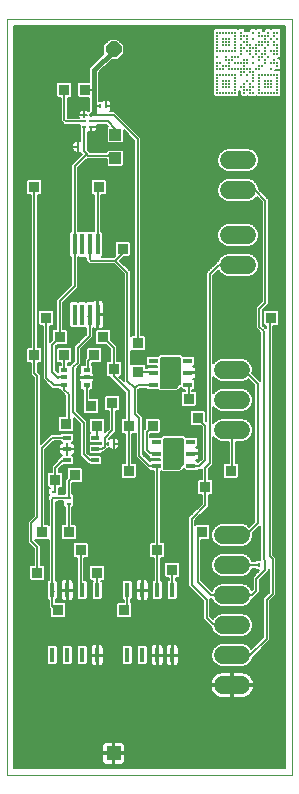
<source format=gtl>
G75*
%MOIN*%
%OFA0B0*%
%FSLAX24Y24*%
%IPPOS*%
%LPD*%
%AMOC8*
5,1,8,0,0,1.08239X$1,22.5*
%
%ADD10C,0.0000*%
%ADD11R,0.0100X0.0100*%
%ADD12R,0.0246X0.0177*%
%ADD13C,0.0177*%
%ADD14C,0.0060*%
%ADD15R,0.0177X0.0246*%
%ADD16R,0.0169X0.0110*%
%ADD17R,0.0165X0.0701*%
%ADD18OC8,0.0502*%
%ADD19R,0.0502X0.0502*%
%ADD20R,0.0236X0.0165*%
%ADD21R,0.0276X0.0157*%
%ADD22R,0.0098X0.0138*%
%ADD23R,0.0177X0.0472*%
%ADD24C,0.0600*%
%ADD25R,0.0118X0.0079*%
%ADD26R,0.0394X0.0394*%
%ADD27R,0.0110X0.0169*%
%ADD28R,0.0356X0.0356*%
%ADD29C,0.0160*%
%ADD30C,0.0120*%
D10*
X000180Y000180D02*
X000180Y025380D01*
X009680Y025380D01*
X009680Y000180D01*
X000180Y000180D01*
D11*
X007180Y022930D03*
X007180Y023030D03*
X007180Y023130D03*
X007180Y023230D03*
X007180Y023330D03*
X007180Y023430D03*
X007180Y023530D03*
X007280Y023530D03*
X007380Y023530D03*
X007480Y023530D03*
X007580Y023530D03*
X007680Y023530D03*
X007780Y023530D03*
X007780Y023430D03*
X007780Y023330D03*
X007780Y023230D03*
X007780Y023130D03*
X007780Y023030D03*
X007780Y022930D03*
X007680Y022930D03*
X007580Y022930D03*
X007480Y022930D03*
X007380Y022930D03*
X007280Y022930D03*
X007380Y023130D03*
X007380Y023230D03*
X007380Y023330D03*
X007480Y023330D03*
X007480Y023230D03*
X007480Y023130D03*
X007580Y023130D03*
X007580Y023230D03*
X007580Y023330D03*
X007580Y023730D03*
X007580Y023830D03*
X007580Y023930D03*
X007580Y024030D03*
X007480Y024030D03*
X007480Y024130D03*
X007480Y024330D03*
X007380Y024330D03*
X007280Y024330D03*
X007180Y024330D03*
X007180Y024430D03*
X007180Y024530D03*
X007180Y024630D03*
X007180Y024730D03*
X007180Y024830D03*
X007180Y024930D03*
X007280Y024930D03*
X007380Y024930D03*
X007480Y024930D03*
X007580Y024930D03*
X007680Y024930D03*
X007780Y024930D03*
X007780Y024830D03*
X007780Y024730D03*
X007780Y024630D03*
X007780Y024530D03*
X007780Y024430D03*
X007780Y024330D03*
X007680Y024330D03*
X007580Y024330D03*
X007580Y024530D03*
X007580Y024630D03*
X007580Y024730D03*
X007480Y024730D03*
X007480Y024630D03*
X007480Y024530D03*
X007380Y024530D03*
X007380Y024630D03*
X007380Y024730D03*
X007180Y024130D03*
X007180Y023930D03*
X007180Y023830D03*
X007180Y023730D03*
X007280Y023730D03*
X007380Y023730D03*
X007380Y023830D03*
X007480Y023830D03*
X007680Y023730D03*
X007780Y023730D03*
X007880Y023730D03*
X007980Y023730D03*
X007980Y023630D03*
X007980Y023530D03*
X008080Y023630D03*
X008080Y023730D03*
X008080Y023830D03*
X008080Y023930D03*
X008080Y024030D03*
X008180Y024030D03*
X008180Y023930D03*
X008180Y023730D03*
X008280Y023730D03*
X008280Y023630D03*
X008380Y023630D03*
X008380Y023530D03*
X008380Y023430D03*
X008380Y023330D03*
X008280Y023230D03*
X008280Y023130D03*
X008280Y023030D03*
X008280Y022930D03*
X008380Y022930D03*
X008380Y023130D03*
X008180Y023030D03*
X008080Y023030D03*
X008080Y023130D03*
X008080Y023230D03*
X008180Y023330D03*
X008180Y023530D03*
X007980Y023130D03*
X008080Y022930D03*
X007980Y023930D03*
X007880Y023930D03*
X007780Y023930D03*
X007680Y024030D03*
X007680Y024130D03*
X007780Y024130D03*
X007880Y024130D03*
X007980Y024230D03*
X007980Y024330D03*
X007980Y024430D03*
X007980Y024530D03*
X008080Y024630D03*
X008180Y024630D03*
X008180Y024730D03*
X008180Y024830D03*
X008080Y024830D03*
X007980Y024830D03*
X007980Y024930D03*
X007980Y024730D03*
X008080Y024430D03*
X008180Y024530D03*
X008280Y024530D03*
X008280Y024430D03*
X008280Y024330D03*
X008280Y024230D03*
X008180Y024330D03*
X008380Y024430D03*
X008380Y024130D03*
X008380Y023930D03*
X008480Y023730D03*
X008580Y023730D03*
X008580Y023830D03*
X008680Y023830D03*
X008780Y023930D03*
X008780Y024030D03*
X008680Y024130D03*
X008680Y024230D03*
X008780Y024230D03*
X008780Y024330D03*
X008780Y024430D03*
X008680Y024530D03*
X008680Y024630D03*
X008580Y024630D03*
X008580Y024530D03*
X008480Y024530D03*
X008480Y024430D03*
X008480Y024330D03*
X008480Y024230D03*
X008580Y024330D03*
X008580Y024130D03*
X008580Y024030D03*
X008580Y023530D03*
X008580Y023430D03*
X008580Y023330D03*
X008580Y023230D03*
X008580Y023130D03*
X008580Y023030D03*
X008580Y022930D03*
X008680Y022930D03*
X008780Y022930D03*
X008880Y022930D03*
X008980Y022930D03*
X009080Y022930D03*
X009180Y022930D03*
X009180Y023030D03*
X009180Y023130D03*
X009180Y023230D03*
X009180Y023330D03*
X009180Y023430D03*
X009180Y023530D03*
X009080Y023530D03*
X008980Y023530D03*
X008880Y023530D03*
X008780Y023530D03*
X008680Y023530D03*
X008780Y023330D03*
X008780Y023230D03*
X008780Y023130D03*
X008880Y023130D03*
X008880Y023230D03*
X008880Y023330D03*
X008980Y023330D03*
X008980Y023230D03*
X008980Y023130D03*
X008980Y023730D03*
X008980Y023930D03*
X009080Y023930D03*
X009080Y024030D03*
X009180Y023930D03*
X009180Y023830D03*
X009180Y024230D03*
X009180Y024330D03*
X009180Y024430D03*
X009180Y024530D03*
X009080Y024530D03*
X009080Y024630D03*
X008980Y024730D03*
X008880Y024830D03*
X008880Y024930D03*
X008780Y024830D03*
X008780Y024730D03*
X008780Y024630D03*
X008880Y024630D03*
X008880Y024530D03*
X008980Y024330D03*
X009080Y024330D03*
X009080Y024230D03*
X008880Y024130D03*
X009180Y024730D03*
X009080Y024830D03*
X009080Y024930D03*
X009180Y024930D03*
X008680Y024830D03*
X008580Y024830D03*
X008580Y024930D03*
X008380Y024930D03*
X008380Y024730D03*
X007280Y023930D03*
D12*
X006238Y013983D03*
X006238Y013589D03*
X006238Y013196D03*
X006338Y011283D03*
X006338Y010889D03*
X006338Y010496D03*
X005108Y010496D03*
X005108Y010889D03*
X005108Y011283D03*
X005008Y013196D03*
X005008Y013589D03*
X005008Y013983D03*
D13*
X005131Y013983D03*
X005131Y013589D03*
X005131Y013196D03*
X005231Y011283D03*
X005231Y010889D03*
X005231Y010496D03*
X006215Y010496D03*
X006215Y010889D03*
X006215Y011283D03*
X006115Y013196D03*
X006115Y013589D03*
X006115Y013983D03*
D14*
X006035Y014155D02*
X005988Y014202D01*
X005259Y014202D01*
X005212Y014155D01*
X005205Y014162D01*
X004848Y014162D01*
X004795Y014109D01*
X004795Y013857D01*
X004848Y013805D01*
X005188Y013805D01*
X005188Y013768D01*
X004848Y013768D01*
X004830Y013750D01*
X004798Y013750D01*
X004798Y013845D01*
X004745Y013898D01*
X004315Y013898D01*
X004300Y013883D01*
X004300Y014327D01*
X004315Y014312D01*
X004745Y014312D01*
X004798Y014365D01*
X004798Y014795D01*
X004745Y014848D01*
X004650Y014848D01*
X004650Y021430D01*
X003850Y022230D01*
X003780Y022300D01*
X003595Y022300D01*
X003607Y022307D01*
X003632Y022331D01*
X003649Y022361D01*
X003658Y022394D01*
X003658Y022480D01*
X003658Y022566D01*
X003649Y022599D01*
X003632Y022629D01*
X003607Y022653D01*
X003578Y022670D01*
X003545Y022679D01*
X003478Y022679D01*
X003412Y022679D01*
X003379Y022670D01*
X003349Y022653D01*
X003335Y022639D01*
X003250Y022639D01*
X003250Y023610D01*
X003669Y024029D01*
X003868Y024029D01*
X004068Y024229D01*
X004068Y024511D01*
X003868Y024711D01*
X003586Y024711D01*
X003386Y024511D01*
X003386Y024229D01*
X003387Y024228D01*
X003010Y023850D01*
X002910Y023750D01*
X002910Y023298D01*
X002565Y023298D01*
X002512Y023245D01*
X002512Y022815D01*
X002565Y022762D01*
X002910Y022762D01*
X002910Y022316D01*
X002897Y022303D01*
X002897Y022303D01*
X002883Y022317D01*
X002853Y022334D01*
X002820Y022343D01*
X002744Y022343D01*
X002744Y022174D01*
X002744Y022174D01*
X002830Y022174D01*
X002830Y022174D01*
X002744Y022174D01*
X002744Y022174D01*
X002744Y022343D01*
X002668Y022343D01*
X002635Y022334D01*
X002605Y022317D01*
X002581Y022293D01*
X002200Y022293D01*
X002200Y022235D02*
X002556Y022235D01*
X002555Y022230D02*
X002555Y022174D01*
X002744Y022174D01*
X002536Y022174D01*
X002530Y022180D01*
X002555Y022176D02*
X002200Y022176D01*
X002200Y022118D02*
X002555Y022118D01*
X002555Y022117D02*
X002560Y022097D01*
X002200Y022097D01*
X002200Y022762D01*
X002295Y022762D01*
X002348Y022815D01*
X002348Y023245D01*
X002295Y023298D01*
X001865Y023298D01*
X001812Y023245D01*
X001812Y022815D01*
X001865Y022762D01*
X001960Y022762D01*
X001960Y021980D01*
X002030Y021910D01*
X002030Y021910D01*
X002083Y021857D01*
X002595Y021857D01*
X002595Y021857D01*
X002595Y021703D01*
X002624Y021674D01*
X002624Y021322D01*
X002598Y021329D01*
X002532Y021329D01*
X002532Y021130D01*
X002532Y020931D01*
X002598Y020931D01*
X002608Y020934D01*
X002608Y020932D01*
X002660Y020880D01*
X002310Y020530D01*
X002310Y018309D01*
X002257Y018257D01*
X002257Y017481D01*
X002310Y017429D01*
X002310Y016530D01*
X001810Y016030D01*
X001810Y015048D01*
X001715Y015048D01*
X001662Y014995D01*
X001662Y014682D01*
X001600Y014620D01*
X001600Y015162D01*
X001695Y015162D01*
X001748Y015215D01*
X001748Y015645D01*
X001695Y015698D01*
X001265Y015698D01*
X001212Y015645D01*
X001212Y015215D01*
X001265Y015162D01*
X001360Y015162D01*
X001360Y013380D01*
X001610Y013130D01*
X001680Y013060D01*
X001874Y013060D01*
X001927Y013007D01*
X001962Y013007D01*
X001962Y012978D01*
X002032Y012908D01*
X002110Y012830D01*
X002110Y012148D01*
X001915Y012148D01*
X001862Y012095D01*
X001862Y011665D01*
X001915Y011612D01*
X002345Y011612D01*
X002398Y011665D01*
X002398Y012092D01*
X002610Y011880D01*
X002398Y011880D01*
X002398Y011822D02*
X002610Y011822D01*
X002610Y011880D02*
X002610Y010830D01*
X002680Y010760D01*
X002880Y010560D01*
X002901Y010560D01*
X002950Y010511D01*
X003300Y010511D01*
X003353Y010564D01*
X003353Y010796D01*
X003300Y010849D01*
X002950Y010849D01*
X002940Y010839D01*
X002850Y010930D01*
X002850Y011980D01*
X002500Y012330D01*
X002500Y013730D01*
X002580Y013810D01*
X002650Y013880D01*
X002650Y014380D01*
X002980Y014710D01*
X003050Y014780D01*
X003050Y015067D01*
X003065Y015059D01*
X003098Y015050D01*
X003186Y015050D01*
X003186Y015519D01*
X003209Y015519D01*
X003209Y015050D01*
X003298Y015050D01*
X003331Y015059D01*
X003360Y015076D01*
X003384Y015100D01*
X003402Y015130D01*
X003410Y015163D01*
X003410Y015519D01*
X003209Y015519D01*
X003209Y015542D01*
X003186Y015542D01*
X003186Y016011D01*
X003098Y016011D01*
X003065Y016002D01*
X003035Y015985D01*
X003021Y015971D01*
X002822Y015971D01*
X002814Y015963D01*
X002806Y015971D01*
X002566Y015971D01*
X002558Y015963D01*
X002550Y015971D01*
X002310Y015971D01*
X002257Y015918D01*
X002257Y015143D01*
X002310Y015090D01*
X002550Y015090D01*
X002558Y015098D01*
X002566Y015090D01*
X002806Y015090D01*
X002810Y015094D01*
X002810Y014880D01*
X002410Y014480D01*
X002410Y013980D01*
X002266Y013836D01*
X002237Y013864D01*
X002202Y013864D01*
X002202Y013912D01*
X002295Y013912D01*
X002348Y013965D01*
X002348Y014395D01*
X002295Y014448D01*
X001865Y014448D01*
X001812Y014395D01*
X001812Y013965D01*
X001865Y013912D01*
X001962Y013912D01*
X001962Y013864D01*
X001927Y013864D01*
X001874Y013812D01*
X001874Y013606D01*
X001800Y013680D01*
X001800Y014480D01*
X001832Y014512D01*
X002145Y014512D01*
X002198Y014565D01*
X002198Y014995D01*
X002145Y015048D01*
X002050Y015048D01*
X002050Y015930D01*
X002550Y016430D01*
X002550Y017429D01*
X002558Y017437D01*
X002566Y017429D01*
X002806Y017429D01*
X002810Y017433D01*
X002810Y017330D01*
X002880Y017260D01*
X002880Y017260D01*
X002930Y017210D01*
X003730Y017210D01*
X004060Y016880D01*
X004060Y013320D01*
X003918Y013462D01*
X003945Y013462D01*
X003998Y013515D01*
X003998Y013945D01*
X003945Y013998D01*
X003850Y013998D01*
X003850Y014480D01*
X003648Y014682D01*
X003648Y014995D01*
X003595Y015048D01*
X003165Y015048D01*
X003112Y014995D01*
X003112Y014565D01*
X003165Y014512D01*
X003478Y014512D01*
X003610Y014380D01*
X003610Y013998D01*
X003515Y013998D01*
X003462Y013945D01*
X003462Y013515D01*
X003515Y013462D01*
X003610Y013462D01*
X003610Y013430D01*
X003680Y013360D01*
X004110Y012930D01*
X004110Y012098D01*
X004015Y012098D01*
X003962Y012045D01*
X003962Y011615D01*
X004015Y011562D01*
X004110Y011562D01*
X004110Y010598D01*
X004015Y010598D01*
X003962Y010545D01*
X003962Y010115D01*
X004015Y010062D01*
X004445Y010062D01*
X004498Y010115D01*
X004498Y010545D01*
X004445Y010598D01*
X004350Y010598D01*
X004350Y011562D01*
X004445Y011562D01*
X004460Y011577D01*
X004460Y010780D01*
X004530Y010710D01*
X004350Y010710D01*
X004350Y010652D02*
X004589Y010652D01*
X004530Y010710D02*
X004865Y010376D01*
X004895Y010376D01*
X004895Y010370D01*
X004948Y010317D01*
X005060Y010317D01*
X005060Y007948D01*
X004965Y007948D01*
X004912Y007895D01*
X004912Y007465D01*
X004965Y007412D01*
X005060Y007412D01*
X005060Y006672D01*
X005054Y006672D01*
X005001Y006619D01*
X005001Y006072D01*
X005054Y006019D01*
X005306Y006019D01*
X005359Y006072D01*
X005359Y006619D01*
X005306Y006672D01*
X005300Y006672D01*
X005300Y007412D01*
X005395Y007412D01*
X005448Y007465D01*
X005448Y007895D01*
X005395Y007948D01*
X005300Y007948D01*
X005300Y010317D01*
X005305Y010317D01*
X005312Y010324D01*
X005359Y010277D01*
X005950Y010277D01*
X006066Y010393D01*
X006141Y010317D01*
X006499Y010317D01*
X006542Y010360D01*
X006630Y010360D01*
X006660Y010390D01*
X006660Y010048D01*
X006565Y010048D01*
X006512Y009995D01*
X006512Y009565D01*
X006565Y009512D01*
X006660Y009512D01*
X006660Y009230D01*
X006210Y008780D01*
X006210Y006480D01*
X006280Y006410D01*
X006710Y005980D01*
X006710Y005380D01*
X006780Y005310D01*
X006980Y005110D01*
X006990Y005110D01*
X006990Y005102D01*
X007049Y004959D01*
X007159Y004849D01*
X007302Y004790D01*
X008058Y004790D01*
X008201Y004849D01*
X008311Y004959D01*
X008370Y005102D01*
X008370Y005258D01*
X008311Y005401D01*
X008201Y005511D01*
X008058Y005570D01*
X007302Y005570D01*
X007159Y005511D01*
X007049Y005401D01*
X007043Y005386D01*
X006950Y005480D01*
X006950Y006060D01*
X007008Y006060D01*
X007049Y005959D01*
X007159Y005849D01*
X007302Y005790D01*
X008058Y005790D01*
X008201Y005849D01*
X008311Y005959D01*
X008352Y006060D01*
X008380Y006060D01*
X008530Y006210D01*
X008600Y006280D01*
X008600Y006680D01*
X008830Y006910D01*
X008900Y006981D01*
X008900Y007033D01*
X008910Y007043D01*
X008910Y006280D01*
X008710Y006080D01*
X008710Y004780D01*
X008317Y004386D01*
X008311Y004401D01*
X008201Y004511D01*
X008058Y004570D01*
X007302Y004570D01*
X007159Y004511D01*
X007049Y004401D01*
X006990Y004258D01*
X006990Y004102D01*
X007049Y003959D01*
X007159Y003849D01*
X007302Y003790D01*
X008058Y003790D01*
X008201Y003849D01*
X008311Y003959D01*
X008368Y004099D01*
X008880Y004610D01*
X008950Y004680D01*
X008950Y005980D01*
X009080Y006110D01*
X009150Y006180D01*
X009150Y007430D01*
X009050Y007530D01*
X009050Y015162D01*
X009195Y015162D01*
X009248Y015215D01*
X009248Y015645D01*
X009195Y015698D01*
X008765Y015698D01*
X008712Y015645D01*
X008712Y015215D01*
X008765Y015162D01*
X008810Y015162D01*
X008810Y015070D01*
X008780Y015100D01*
X008700Y015180D01*
X008700Y015680D01*
X008900Y015880D01*
X008900Y019380D01*
X008570Y019710D01*
X008570Y019758D01*
X008511Y019901D01*
X008401Y020011D01*
X008258Y020070D01*
X007502Y020070D01*
X007359Y020011D01*
X007249Y019901D01*
X007190Y019758D01*
X007190Y019602D01*
X004650Y019602D01*
X004650Y019544D02*
X007214Y019544D01*
X007190Y019602D02*
X007249Y019459D01*
X007359Y019349D01*
X007502Y019290D01*
X008258Y019290D01*
X008401Y019349D01*
X008496Y019444D01*
X008660Y019280D01*
X008660Y015980D01*
X008460Y015780D01*
X008460Y015080D01*
X008530Y015010D01*
X008610Y014930D01*
X008610Y013320D01*
X008580Y013350D01*
X008357Y013572D01*
X008370Y013602D01*
X008370Y013758D01*
X008311Y013901D01*
X008201Y014011D01*
X008058Y014070D01*
X007302Y014070D01*
X007159Y014011D01*
X007050Y013902D01*
X007050Y016830D01*
X007229Y017009D01*
X007249Y016959D01*
X007359Y016849D01*
X007502Y016790D01*
X008258Y016790D01*
X008401Y016849D01*
X008511Y016959D01*
X008570Y017102D01*
X008570Y017258D01*
X008511Y017401D01*
X008401Y017511D01*
X008258Y017570D01*
X007502Y017570D01*
X007359Y017511D01*
X007249Y017401D01*
X007208Y017300D01*
X007180Y017300D01*
X007110Y017230D01*
X006880Y017000D01*
X006810Y016930D01*
X006810Y011970D01*
X006798Y011982D01*
X006798Y012295D01*
X006745Y012348D01*
X006315Y012348D01*
X006262Y012295D01*
X006262Y011865D01*
X006315Y011812D01*
X006628Y011812D01*
X006660Y011780D01*
X006660Y010730D01*
X006551Y010621D01*
X006551Y010622D01*
X006499Y010674D01*
X006492Y010674D01*
X006512Y010680D01*
X006541Y010697D01*
X006566Y010721D01*
X006583Y010751D01*
X006591Y010784D01*
X006591Y010875D01*
X006394Y010875D01*
X006394Y010904D01*
X006591Y010904D01*
X006591Y010995D01*
X006583Y011028D01*
X006566Y011058D01*
X006541Y011082D01*
X006512Y011099D01*
X006492Y011105D01*
X006499Y011105D01*
X006551Y011157D01*
X006551Y011409D01*
X006499Y011462D01*
X006141Y011462D01*
X006135Y011455D01*
X006088Y011502D01*
X005359Y011502D01*
X005312Y011455D01*
X005305Y011462D01*
X004950Y011462D01*
X004950Y011562D01*
X005245Y011562D01*
X005298Y011615D01*
X005298Y012045D01*
X005245Y012098D01*
X004815Y012098D01*
X004762Y012045D01*
X004762Y011732D01*
X004710Y011680D01*
X004710Y010980D01*
X004810Y010880D01*
X004880Y010810D01*
X004895Y010810D01*
X004895Y010764D01*
X004948Y010711D01*
X005288Y010711D01*
X005288Y010674D01*
X004948Y010674D01*
X004927Y010653D01*
X004700Y010880D01*
X004700Y012130D01*
X004550Y012280D01*
X004550Y013030D01*
X004580Y013060D01*
X004805Y013060D01*
X004848Y013017D01*
X005205Y013017D01*
X005212Y013024D01*
X005259Y012977D01*
X005850Y012977D01*
X005966Y013093D01*
X006041Y013017D01*
X006110Y013017D01*
X006110Y012998D01*
X006015Y012998D01*
X005962Y012945D01*
X005962Y012515D01*
X006015Y012462D01*
X006445Y012462D01*
X006498Y012515D01*
X006498Y012945D01*
X006445Y012998D01*
X006350Y012998D01*
X006350Y013017D01*
X006399Y013017D01*
X006451Y013070D01*
X006451Y013322D01*
X006399Y013374D01*
X006392Y013374D01*
X006412Y013380D01*
X006441Y013397D01*
X006466Y013421D01*
X006483Y013451D01*
X006491Y013484D01*
X006491Y013575D01*
X006294Y013575D01*
X006294Y013604D01*
X006491Y013604D01*
X006491Y013695D01*
X006483Y013728D01*
X006466Y013758D01*
X006441Y013782D01*
X006412Y013799D01*
X006392Y013805D01*
X006399Y013805D01*
X006451Y013857D01*
X006451Y014109D01*
X006399Y014162D01*
X006041Y014162D01*
X006028Y014162D01*
X006035Y014155D02*
X006041Y014162D01*
X005938Y014082D02*
X005938Y013235D01*
X005800Y013097D01*
X005308Y013097D01*
X005308Y014082D01*
X005938Y014082D01*
X005938Y014045D02*
X005308Y014045D01*
X005308Y013986D02*
X005938Y013986D01*
X005938Y013928D02*
X005308Y013928D01*
X005308Y013869D02*
X005938Y013869D01*
X005938Y013811D02*
X005308Y013811D01*
X005308Y013752D02*
X005938Y013752D01*
X005938Y013694D02*
X005308Y013694D01*
X005308Y013635D02*
X005938Y013635D01*
X005938Y013577D02*
X005308Y013577D01*
X005308Y013518D02*
X005938Y013518D01*
X005938Y013460D02*
X005308Y013460D01*
X005308Y013401D02*
X005938Y013401D01*
X005938Y013343D02*
X005308Y013343D01*
X005308Y013284D02*
X005938Y013284D01*
X005929Y013226D02*
X005308Y013226D01*
X005308Y013167D02*
X005870Y013167D01*
X005812Y013109D02*
X005308Y013109D01*
X005244Y012992D02*
X004550Y012992D01*
X004550Y012933D02*
X005962Y012933D01*
X005962Y012875D02*
X004550Y012875D01*
X004550Y012816D02*
X005962Y012816D01*
X005962Y012758D02*
X004550Y012758D01*
X004550Y012699D02*
X005962Y012699D01*
X005962Y012641D02*
X004550Y012641D01*
X004550Y012582D02*
X005962Y012582D01*
X005962Y012524D02*
X004550Y012524D01*
X004550Y012465D02*
X006011Y012465D01*
X006008Y012992D02*
X005864Y012992D01*
X005923Y013050D02*
X006009Y013050D01*
X006230Y013187D02*
X006230Y012730D01*
X006315Y012348D02*
X004550Y012348D01*
X004550Y012290D02*
X006262Y012290D01*
X006262Y012231D02*
X004599Y012231D01*
X004657Y012173D02*
X006262Y012173D01*
X006262Y012114D02*
X004700Y012114D01*
X004700Y012056D02*
X004772Y012056D01*
X004762Y011997D02*
X004700Y011997D01*
X004700Y011939D02*
X004762Y011939D01*
X004762Y011880D02*
X004700Y011880D01*
X004700Y011822D02*
X004762Y011822D01*
X004762Y011763D02*
X004700Y011763D01*
X004700Y011705D02*
X004735Y011705D01*
X004710Y011646D02*
X004700Y011646D01*
X004700Y011588D02*
X004710Y011588D01*
X004700Y011529D02*
X004710Y011529D01*
X004700Y011471D02*
X004710Y011471D01*
X004700Y011412D02*
X004710Y011412D01*
X004700Y011354D02*
X004710Y011354D01*
X004700Y011295D02*
X004710Y011295D01*
X004700Y011237D02*
X004710Y011237D01*
X004700Y011178D02*
X004710Y011178D01*
X004700Y011120D02*
X004710Y011120D01*
X004700Y011061D02*
X004710Y011061D01*
X004700Y011003D02*
X004710Y011003D01*
X004700Y010944D02*
X004746Y010944D01*
X004700Y010886D02*
X004805Y010886D01*
X004753Y010827D02*
X004863Y010827D01*
X004895Y010769D02*
X004811Y010769D01*
X004870Y010710D02*
X005288Y010710D01*
X005408Y010710D02*
X006038Y010710D01*
X006038Y010652D02*
X005408Y010652D01*
X005408Y010593D02*
X006038Y010593D01*
X006038Y010535D02*
X006038Y011382D01*
X005408Y011382D01*
X005408Y010397D01*
X005900Y010397D01*
X006038Y010535D01*
X005408Y010535D01*
X005408Y010476D02*
X005979Y010476D01*
X005921Y010418D02*
X005408Y010418D01*
X005335Y010301D02*
X005300Y010301D01*
X005300Y010242D02*
X006660Y010242D01*
X006660Y010184D02*
X005300Y010184D01*
X005300Y010125D02*
X006660Y010125D01*
X006660Y010067D02*
X005300Y010067D01*
X005300Y010008D02*
X006525Y010008D01*
X006512Y009950D02*
X005300Y009950D01*
X005300Y009891D02*
X006512Y009891D01*
X006512Y009833D02*
X005300Y009833D01*
X005300Y009774D02*
X006512Y009774D01*
X006512Y009716D02*
X005300Y009716D01*
X005300Y009657D02*
X006512Y009657D01*
X006512Y009599D02*
X005300Y009599D01*
X005300Y009540D02*
X006536Y009540D01*
X006660Y009482D02*
X005300Y009482D01*
X005300Y009423D02*
X006660Y009423D01*
X006660Y009365D02*
X005300Y009365D01*
X005300Y009306D02*
X006660Y009306D01*
X006660Y009248D02*
X005300Y009248D01*
X005300Y009189D02*
X006619Y009189D01*
X006561Y009131D02*
X005300Y009131D01*
X005300Y009072D02*
X006502Y009072D01*
X006444Y009014D02*
X005300Y009014D01*
X005300Y008955D02*
X006385Y008955D01*
X006327Y008897D02*
X005300Y008897D01*
X005300Y008838D02*
X006268Y008838D01*
X006210Y008780D02*
X005300Y008780D01*
X005300Y008721D02*
X006210Y008721D01*
X006210Y008663D02*
X005300Y008663D01*
X005300Y008604D02*
X006210Y008604D01*
X006210Y008546D02*
X005300Y008546D01*
X005300Y008487D02*
X006210Y008487D01*
X006210Y008429D02*
X005300Y008429D01*
X005300Y008370D02*
X006210Y008370D01*
X006210Y008312D02*
X005300Y008312D01*
X005300Y008253D02*
X006210Y008253D01*
X006210Y008195D02*
X005300Y008195D01*
X005300Y008136D02*
X006210Y008136D01*
X006210Y008078D02*
X005300Y008078D01*
X005300Y008019D02*
X006210Y008019D01*
X006210Y007961D02*
X005300Y007961D01*
X005180Y007680D02*
X005180Y010424D01*
X005108Y010496D01*
X004914Y010496D01*
X004580Y010830D01*
X004580Y012080D01*
X004430Y012230D01*
X004430Y013080D01*
X004530Y013180D01*
X004992Y013180D01*
X005008Y013196D01*
X004815Y013050D02*
X004570Y013050D01*
X004430Y013080D02*
X004180Y013330D01*
X004180Y016930D01*
X003780Y017330D01*
X002980Y017330D01*
X002930Y017380D01*
X002930Y017857D01*
X002942Y017869D01*
X002930Y017881D01*
X002942Y017869D02*
X002980Y017831D01*
X003198Y017869D02*
X003198Y019748D01*
X003230Y019780D01*
X003318Y019512D02*
X003445Y019512D01*
X003498Y019565D01*
X003498Y019995D01*
X003445Y020048D01*
X003015Y020048D01*
X002962Y019995D01*
X002962Y019565D01*
X003015Y019512D01*
X003078Y019512D01*
X003078Y018309D01*
X003070Y018301D01*
X003062Y018309D01*
X002822Y018309D01*
X002814Y018301D01*
X002806Y018309D01*
X002566Y018309D01*
X002558Y018301D01*
X002550Y018309D01*
X002550Y020430D01*
X002830Y020710D01*
X003493Y020710D01*
X003493Y020502D01*
X003546Y020449D01*
X004014Y020449D01*
X004067Y020502D01*
X004067Y020970D01*
X004014Y021023D01*
X003546Y021023D01*
X003514Y020991D01*
X003504Y020989D01*
X003476Y020950D01*
X002930Y020950D01*
X002880Y021000D01*
X002862Y021018D01*
X002868Y021024D01*
X002868Y021236D01*
X002864Y021240D01*
X002864Y021624D01*
X002871Y021619D01*
X002904Y021611D01*
X002980Y021611D01*
X003056Y021611D01*
X003089Y021619D01*
X003119Y021637D01*
X003143Y021661D01*
X003160Y021690D01*
X003169Y021724D01*
X003169Y021780D01*
X003169Y021836D01*
X003164Y021857D01*
X003483Y021857D01*
X003538Y021802D01*
X003493Y021758D01*
X003493Y021290D01*
X003546Y021237D01*
X004014Y021237D01*
X004067Y021290D01*
X004067Y021673D01*
X004410Y021330D01*
X004410Y014848D01*
X004315Y014848D01*
X004300Y014833D01*
X004300Y016980D01*
X003950Y017330D01*
X004080Y017460D01*
X004082Y017462D01*
X004245Y017462D01*
X004298Y017515D01*
X004298Y017945D01*
X004245Y017998D01*
X003815Y017998D01*
X003762Y017945D01*
X003762Y017515D01*
X003778Y017498D01*
X003730Y017450D01*
X003339Y017450D01*
X003370Y017481D01*
X003370Y018257D01*
X003318Y018309D01*
X003318Y019512D01*
X003318Y019485D02*
X004410Y019485D01*
X004410Y019427D02*
X003318Y019427D01*
X003318Y019368D02*
X004410Y019368D01*
X004410Y019310D02*
X003318Y019310D01*
X003318Y019251D02*
X004410Y019251D01*
X004410Y019193D02*
X003318Y019193D01*
X003318Y019134D02*
X004410Y019134D01*
X004410Y019076D02*
X003318Y019076D01*
X003318Y019017D02*
X004410Y019017D01*
X004410Y018959D02*
X003318Y018959D01*
X003318Y018900D02*
X004410Y018900D01*
X004410Y018842D02*
X003318Y018842D01*
X003318Y018783D02*
X004410Y018783D01*
X004410Y018725D02*
X003318Y018725D01*
X003318Y018666D02*
X004410Y018666D01*
X004410Y018608D02*
X003318Y018608D01*
X003318Y018549D02*
X004410Y018549D01*
X004410Y018491D02*
X003318Y018491D01*
X003318Y018432D02*
X004410Y018432D01*
X004410Y018374D02*
X003318Y018374D01*
X003318Y018315D02*
X004410Y018315D01*
X004410Y018257D02*
X003370Y018257D01*
X003370Y018198D02*
X004410Y018198D01*
X004410Y018140D02*
X003370Y018140D01*
X003370Y018081D02*
X004410Y018081D01*
X004410Y018023D02*
X003370Y018023D01*
X003370Y017964D02*
X003781Y017964D01*
X003762Y017906D02*
X003370Y017906D01*
X003370Y017847D02*
X003762Y017847D01*
X003762Y017789D02*
X003370Y017789D01*
X003370Y017730D02*
X003762Y017730D01*
X003762Y017672D02*
X003370Y017672D01*
X003370Y017613D02*
X003762Y017613D01*
X003762Y017555D02*
X003370Y017555D01*
X003370Y017496D02*
X003776Y017496D01*
X003780Y017330D02*
X004030Y017580D01*
X004030Y017730D01*
X004080Y017460D02*
X004080Y017460D01*
X004057Y017438D02*
X004410Y017438D01*
X004410Y017496D02*
X004280Y017496D01*
X004298Y017555D02*
X004410Y017555D01*
X004410Y017613D02*
X004298Y017613D01*
X004298Y017672D02*
X004410Y017672D01*
X004410Y017730D02*
X004298Y017730D01*
X004298Y017789D02*
X004410Y017789D01*
X004410Y017847D02*
X004298Y017847D01*
X004298Y017906D02*
X004410Y017906D01*
X004410Y017964D02*
X004279Y017964D01*
X004410Y017379D02*
X003999Y017379D01*
X003959Y017321D02*
X004410Y017321D01*
X004410Y017262D02*
X004018Y017262D01*
X004076Y017204D02*
X004410Y017204D01*
X004410Y017145D02*
X004135Y017145D01*
X004193Y017087D02*
X004410Y017087D01*
X004410Y017028D02*
X004252Y017028D01*
X004300Y016970D02*
X004410Y016970D01*
X004410Y016911D02*
X004300Y016911D01*
X004300Y016853D02*
X004410Y016853D01*
X004410Y016794D02*
X004300Y016794D01*
X004300Y016736D02*
X004410Y016736D01*
X004410Y016677D02*
X004300Y016677D01*
X004300Y016619D02*
X004410Y016619D01*
X004410Y016560D02*
X004300Y016560D01*
X004300Y016502D02*
X004410Y016502D01*
X004410Y016443D02*
X004300Y016443D01*
X004300Y016385D02*
X004410Y016385D01*
X004410Y016326D02*
X004300Y016326D01*
X004300Y016268D02*
X004410Y016268D01*
X004410Y016209D02*
X004300Y016209D01*
X004300Y016151D02*
X004410Y016151D01*
X004410Y016092D02*
X004300Y016092D01*
X004300Y016034D02*
X004410Y016034D01*
X004410Y015975D02*
X004300Y015975D01*
X004300Y015917D02*
X004410Y015917D01*
X004410Y015858D02*
X004300Y015858D01*
X004300Y015800D02*
X004410Y015800D01*
X004410Y015741D02*
X004300Y015741D01*
X004300Y015683D02*
X004410Y015683D01*
X004410Y015624D02*
X004300Y015624D01*
X004300Y015566D02*
X004410Y015566D01*
X004410Y015507D02*
X004300Y015507D01*
X004300Y015449D02*
X004410Y015449D01*
X004410Y015390D02*
X004300Y015390D01*
X004300Y015332D02*
X004410Y015332D01*
X004410Y015273D02*
X004300Y015273D01*
X004300Y015215D02*
X004410Y015215D01*
X004410Y015156D02*
X004300Y015156D01*
X004300Y015098D02*
X004410Y015098D01*
X004410Y015039D02*
X004300Y015039D01*
X004300Y014981D02*
X004410Y014981D01*
X004410Y014922D02*
X004300Y014922D01*
X004300Y014864D02*
X004410Y014864D01*
X004530Y014580D02*
X004530Y021380D01*
X003730Y022180D01*
X002986Y022180D01*
X002980Y022174D01*
X002980Y022180D01*
X002980Y022174D02*
X002974Y022174D01*
X002910Y022352D02*
X002200Y022352D01*
X002200Y022410D02*
X002910Y022410D01*
X002910Y022469D02*
X002200Y022469D01*
X002200Y022527D02*
X002910Y022527D01*
X002910Y022586D02*
X002200Y022586D01*
X002200Y022644D02*
X002910Y022644D01*
X002910Y022703D02*
X002200Y022703D01*
X002200Y022761D02*
X002910Y022761D01*
X002780Y023030D02*
X003080Y023030D01*
X003250Y023054D02*
X007040Y023054D01*
X007040Y023112D02*
X003250Y023112D01*
X003250Y023171D02*
X007040Y023171D01*
X007040Y023229D02*
X003250Y023229D01*
X003250Y023288D02*
X007040Y023288D01*
X007040Y023346D02*
X003250Y023346D01*
X003250Y023405D02*
X007040Y023405D01*
X007040Y023463D02*
X003250Y023463D01*
X003250Y023522D02*
X007040Y023522D01*
X007040Y023580D02*
X003250Y023580D01*
X003279Y023639D02*
X007044Y023639D01*
X007040Y023643D02*
X007053Y023630D01*
X007040Y023617D01*
X007040Y022943D01*
X007040Y022843D01*
X007093Y022790D01*
X007867Y022790D01*
X007920Y022843D01*
X007920Y022990D01*
X007940Y022990D01*
X007940Y022843D01*
X007993Y022790D01*
X008167Y022790D01*
X008180Y022803D01*
X008193Y022790D01*
X008467Y022790D01*
X008480Y022803D01*
X008493Y022790D01*
X009267Y022790D01*
X009320Y022843D01*
X009320Y023617D01*
X009267Y023670D01*
X009120Y023670D01*
X009120Y023690D01*
X009267Y023690D01*
X009320Y023743D01*
X009320Y024017D01*
X009267Y024070D01*
X009220Y024070D01*
X009220Y024090D01*
X009267Y024090D01*
X009320Y024143D01*
X009320Y024617D01*
X009307Y024630D01*
X009320Y024643D01*
X009320Y024817D01*
X009307Y024830D01*
X009320Y024843D01*
X009320Y025017D01*
X009267Y025070D01*
X008993Y025070D01*
X008980Y025057D01*
X008967Y025070D01*
X008793Y025070D01*
X008740Y025017D01*
X008740Y024970D01*
X008720Y024970D01*
X008720Y025017D01*
X008667Y025070D01*
X008493Y025070D01*
X008480Y025057D01*
X008467Y025070D01*
X008293Y025070D01*
X008240Y025017D01*
X008240Y024970D01*
X008120Y024970D01*
X008120Y025017D01*
X008067Y025070D01*
X007893Y025070D01*
X007880Y025057D01*
X007867Y025070D01*
X007093Y025070D01*
X007040Y025017D01*
X007040Y024243D01*
X007053Y024230D01*
X007040Y024217D01*
X007040Y024043D01*
X007053Y024030D01*
X007040Y024017D01*
X007040Y023643D01*
X007040Y023697D02*
X003338Y023697D01*
X003396Y023756D02*
X007040Y023756D01*
X007040Y023814D02*
X003455Y023814D01*
X003513Y023873D02*
X007040Y023873D01*
X007040Y023931D02*
X003572Y023931D01*
X003630Y023990D02*
X007040Y023990D01*
X007040Y024048D02*
X003888Y024048D01*
X003946Y024107D02*
X007040Y024107D01*
X007040Y024165D02*
X004005Y024165D01*
X004063Y024224D02*
X007046Y024224D01*
X007040Y024282D02*
X004068Y024282D01*
X004068Y024341D02*
X007040Y024341D01*
X007040Y024399D02*
X004068Y024399D01*
X004068Y024458D02*
X007040Y024458D01*
X007040Y024516D02*
X004063Y024516D01*
X004005Y024575D02*
X007040Y024575D01*
X007040Y024633D02*
X003946Y024633D01*
X003888Y024692D02*
X007040Y024692D01*
X007040Y024750D02*
X000410Y024750D01*
X000410Y024692D02*
X003567Y024692D01*
X003508Y024633D02*
X000410Y024633D01*
X000410Y024575D02*
X003450Y024575D01*
X003391Y024516D02*
X000410Y024516D01*
X000410Y024458D02*
X003386Y024458D01*
X003386Y024399D02*
X000410Y024399D01*
X000410Y024341D02*
X003386Y024341D01*
X003386Y024282D02*
X000410Y024282D01*
X000410Y024224D02*
X003383Y024224D01*
X003325Y024165D02*
X000410Y024165D01*
X000410Y024107D02*
X003266Y024107D01*
X003208Y024048D02*
X000410Y024048D01*
X000410Y023990D02*
X003149Y023990D01*
X003091Y023931D02*
X000410Y023931D01*
X000410Y023873D02*
X003032Y023873D01*
X002974Y023814D02*
X000410Y023814D01*
X000410Y023756D02*
X002915Y023756D01*
X002910Y023697D02*
X000410Y023697D01*
X000410Y023639D02*
X002910Y023639D01*
X002910Y023580D02*
X000410Y023580D01*
X000410Y023522D02*
X002910Y023522D01*
X002910Y023463D02*
X000410Y023463D01*
X000410Y023405D02*
X002910Y023405D01*
X002910Y023346D02*
X000410Y023346D01*
X000410Y023288D02*
X001854Y023288D01*
X001812Y023229D02*
X000410Y023229D01*
X000410Y023171D02*
X001812Y023171D01*
X001812Y023112D02*
X000410Y023112D01*
X000410Y023054D02*
X001812Y023054D01*
X001812Y022995D02*
X000410Y022995D01*
X000410Y022937D02*
X001812Y022937D01*
X001812Y022878D02*
X000410Y022878D01*
X000410Y022820D02*
X001812Y022820D01*
X001960Y022761D02*
X000410Y022761D01*
X000410Y022703D02*
X001960Y022703D01*
X001960Y022644D02*
X000410Y022644D01*
X000410Y022586D02*
X001960Y022586D01*
X001960Y022527D02*
X000410Y022527D01*
X000410Y022469D02*
X001960Y022469D01*
X001960Y022410D02*
X000410Y022410D01*
X000410Y022352D02*
X001960Y022352D01*
X001960Y022293D02*
X000410Y022293D01*
X000410Y022235D02*
X001960Y022235D01*
X001960Y022176D02*
X000410Y022176D01*
X000410Y022118D02*
X001960Y022118D01*
X001960Y022059D02*
X000410Y022059D01*
X000410Y022001D02*
X001960Y022001D01*
X001998Y021942D02*
X000410Y021942D01*
X000410Y021884D02*
X002057Y021884D01*
X002133Y021977D02*
X002080Y022030D01*
X002080Y023030D01*
X002348Y023054D02*
X002512Y023054D01*
X002512Y023112D02*
X002348Y023112D01*
X002348Y023171D02*
X002512Y023171D01*
X002512Y023229D02*
X002348Y023229D01*
X002306Y023288D02*
X002554Y023288D01*
X002512Y022995D02*
X002348Y022995D01*
X002348Y022937D02*
X002512Y022937D01*
X002512Y022878D02*
X002348Y022878D01*
X002348Y022820D02*
X002512Y022820D01*
X002581Y022293D02*
X002564Y022263D01*
X002555Y022230D01*
X002555Y022174D02*
X002555Y022117D01*
X002555Y022174D02*
X002744Y022174D01*
X002744Y022174D01*
X002744Y022106D01*
X002744Y022106D01*
X002744Y022174D01*
X002744Y022174D01*
X002744Y022176D02*
X002744Y022176D01*
X002744Y022118D02*
X002744Y022118D01*
X002744Y022235D02*
X002744Y022235D01*
X002744Y022293D02*
X002744Y022293D01*
X002744Y021977D02*
X002133Y021977D01*
X002378Y021279D02*
X002361Y021249D01*
X002352Y021216D01*
X002352Y021130D01*
X002352Y021044D01*
X002361Y021011D01*
X002378Y020981D01*
X002403Y020957D01*
X002432Y020940D01*
X002465Y020931D01*
X002532Y020931D01*
X002532Y021130D01*
X002532Y021130D01*
X002532Y021130D01*
X002532Y021329D01*
X002465Y021329D01*
X002432Y021320D01*
X002403Y021303D01*
X002378Y021279D01*
X002398Y021299D02*
X000410Y021299D01*
X000410Y021357D02*
X002624Y021357D01*
X002624Y021416D02*
X000410Y021416D01*
X000410Y021474D02*
X002624Y021474D01*
X002624Y021533D02*
X000410Y021533D01*
X000410Y021591D02*
X002624Y021591D01*
X002624Y021650D02*
X000410Y021650D01*
X000410Y021708D02*
X002595Y021708D01*
X002595Y021767D02*
X000410Y021767D01*
X000410Y021825D02*
X002595Y021825D01*
X002744Y021780D02*
X002744Y021145D01*
X002728Y021130D01*
X002728Y020982D01*
X002830Y020880D01*
X002430Y020480D01*
X002430Y017869D01*
X002430Y016480D01*
X001930Y015980D01*
X001930Y014780D01*
X001680Y014530D01*
X001680Y013630D01*
X001880Y013430D01*
X001886Y013436D01*
X002082Y013436D01*
X002082Y013692D02*
X002082Y014128D01*
X002080Y014180D01*
X002202Y013869D02*
X002299Y013869D01*
X002311Y013928D02*
X002358Y013928D01*
X002348Y013986D02*
X002410Y013986D01*
X002410Y014045D02*
X002348Y014045D01*
X002348Y014103D02*
X002410Y014103D01*
X002410Y014162D02*
X002348Y014162D01*
X002348Y014220D02*
X002410Y014220D01*
X002410Y014279D02*
X002348Y014279D01*
X002348Y014337D02*
X002410Y014337D01*
X002410Y014396D02*
X002348Y014396D01*
X002410Y014454D02*
X001800Y014454D01*
X001800Y014396D02*
X001812Y014396D01*
X001812Y014337D02*
X001800Y014337D01*
X001800Y014279D02*
X001812Y014279D01*
X001812Y014220D02*
X001800Y014220D01*
X001800Y014162D02*
X001812Y014162D01*
X001812Y014103D02*
X001800Y014103D01*
X001800Y014045D02*
X001812Y014045D01*
X001812Y013986D02*
X001800Y013986D01*
X001800Y013928D02*
X001849Y013928D01*
X001800Y013869D02*
X001962Y013869D01*
X001874Y013811D02*
X001800Y013811D01*
X001800Y013752D02*
X001874Y013752D01*
X001874Y013694D02*
X001800Y013694D01*
X001845Y013635D02*
X001874Y013635D01*
X001480Y013430D02*
X001730Y013180D01*
X002082Y013180D01*
X002082Y013028D01*
X002230Y012880D01*
X002230Y011980D01*
X002130Y011880D01*
X002110Y012173D02*
X001300Y012173D01*
X001300Y012231D02*
X002110Y012231D01*
X002110Y012290D02*
X001300Y012290D01*
X001300Y012348D02*
X002110Y012348D01*
X002110Y012407D02*
X001300Y012407D01*
X001300Y012465D02*
X002110Y012465D01*
X002110Y012524D02*
X001300Y012524D01*
X001300Y012582D02*
X002110Y012582D01*
X002110Y012641D02*
X001300Y012641D01*
X001300Y012699D02*
X002110Y012699D01*
X002110Y012758D02*
X001300Y012758D01*
X001300Y012816D02*
X002110Y012816D01*
X002066Y012875D02*
X001300Y012875D01*
X001300Y012933D02*
X002007Y012933D01*
X001962Y012992D02*
X001300Y012992D01*
X001300Y013050D02*
X001884Y013050D01*
X001632Y013109D02*
X001300Y013109D01*
X001300Y013167D02*
X001573Y013167D01*
X001515Y013226D02*
X001300Y013226D01*
X001300Y013284D02*
X001456Y013284D01*
X001398Y013343D02*
X001300Y013343D01*
X001300Y013401D02*
X001360Y013401D01*
X001360Y013460D02*
X001300Y013460D01*
X001300Y013518D02*
X001360Y013518D01*
X001360Y013577D02*
X001253Y013577D01*
X001300Y013530D02*
X001200Y013630D01*
X001200Y013912D01*
X001295Y013912D01*
X001348Y013965D01*
X001348Y014395D01*
X001295Y014448D01*
X001200Y014448D01*
X001200Y019512D01*
X001295Y019512D01*
X001348Y019565D01*
X001348Y019995D01*
X001295Y020048D01*
X000865Y020048D01*
X000812Y019995D01*
X000812Y019565D01*
X000865Y019512D01*
X000960Y019512D01*
X000960Y014448D01*
X000865Y014448D01*
X000812Y014395D01*
X000812Y013965D01*
X000865Y013912D01*
X000960Y013912D01*
X000960Y013530D01*
X001030Y013460D01*
X001060Y013430D01*
X001060Y008830D01*
X000860Y008630D01*
X000860Y007930D01*
X000930Y007860D01*
X001060Y007730D01*
X001060Y007198D01*
X000965Y007198D01*
X000912Y007145D01*
X000912Y006715D01*
X000965Y006662D01*
X001395Y006662D01*
X001448Y006715D01*
X001448Y007145D01*
X001395Y007198D01*
X001300Y007198D01*
X001300Y007830D01*
X001118Y008012D01*
X001545Y008012D01*
X001560Y008027D01*
X001560Y006672D01*
X001554Y006672D01*
X001501Y006619D01*
X001501Y006072D01*
X001554Y006019D01*
X001560Y006019D01*
X001560Y005780D01*
X001612Y005728D01*
X001612Y005465D01*
X001665Y005412D01*
X002095Y005412D01*
X002148Y005465D01*
X002148Y005895D01*
X002095Y005948D01*
X001800Y005948D01*
X001800Y006019D01*
X001806Y006019D01*
X001859Y006072D01*
X001859Y006619D01*
X001806Y006672D01*
X001800Y006672D01*
X001800Y009284D01*
X001852Y009284D01*
X001877Y009310D01*
X002055Y009310D01*
X002055Y009137D01*
X002108Y009084D01*
X002110Y009084D01*
X002110Y008548D01*
X002015Y008548D01*
X001962Y008495D01*
X001962Y008065D01*
X002015Y008012D01*
X002445Y008012D01*
X002498Y008065D01*
X002498Y008495D01*
X002445Y008548D01*
X002350Y008548D01*
X002350Y009084D01*
X002352Y009084D01*
X002405Y009137D01*
X002405Y009322D01*
X002397Y009330D01*
X002405Y009338D01*
X002405Y009523D01*
X002352Y009576D01*
X002350Y009576D01*
X002350Y009912D01*
X002645Y009912D01*
X002698Y009965D01*
X002698Y010395D01*
X002645Y010448D01*
X002215Y010448D01*
X002162Y010395D01*
X002162Y010082D01*
X002110Y010030D01*
X002110Y009576D01*
X002108Y009576D01*
X002083Y009550D01*
X001905Y009550D01*
X001905Y009723D01*
X001900Y009727D01*
X001900Y009762D01*
X001995Y009762D01*
X002048Y009815D01*
X002048Y010245D01*
X001995Y010298D01*
X001900Y010298D01*
X001900Y010380D01*
X002031Y010511D01*
X002355Y010511D01*
X002408Y010564D01*
X002408Y010796D01*
X002355Y010849D01*
X002348Y010849D01*
X002368Y010854D01*
X002398Y010871D01*
X002422Y010895D01*
X002439Y010925D01*
X002448Y010958D01*
X002448Y011045D01*
X002189Y011045D01*
X002189Y010849D01*
X002171Y010849D01*
X002171Y011045D01*
X002189Y011045D01*
X002189Y011063D01*
X002448Y011063D01*
X002448Y011150D01*
X002439Y011183D01*
X002422Y011213D01*
X002398Y011237D01*
X002368Y011254D01*
X002348Y011259D01*
X002355Y011259D01*
X002408Y011312D01*
X002408Y011544D01*
X002355Y011597D01*
X002005Y011597D01*
X001958Y011550D01*
X001630Y011550D01*
X001300Y011220D01*
X001300Y013530D01*
X001360Y013635D02*
X001200Y013635D01*
X001200Y013694D02*
X001360Y013694D01*
X001360Y013752D02*
X001200Y013752D01*
X001200Y013811D02*
X001360Y013811D01*
X001360Y013869D02*
X001200Y013869D01*
X001311Y013928D02*
X001360Y013928D01*
X001360Y013986D02*
X001348Y013986D01*
X001348Y014045D02*
X001360Y014045D01*
X001360Y014103D02*
X001348Y014103D01*
X001348Y014162D02*
X001360Y014162D01*
X001360Y014220D02*
X001348Y014220D01*
X001348Y014279D02*
X001360Y014279D01*
X001360Y014337D02*
X001348Y014337D01*
X001348Y014396D02*
X001360Y014396D01*
X001360Y014454D02*
X001200Y014454D01*
X001200Y014513D02*
X001360Y014513D01*
X001360Y014571D02*
X001200Y014571D01*
X001200Y014630D02*
X001360Y014630D01*
X001360Y014688D02*
X001200Y014688D01*
X001200Y014747D02*
X001360Y014747D01*
X001360Y014805D02*
X001200Y014805D01*
X001200Y014864D02*
X001360Y014864D01*
X001360Y014922D02*
X001200Y014922D01*
X001200Y014981D02*
X001360Y014981D01*
X001360Y015039D02*
X001200Y015039D01*
X001200Y015098D02*
X001360Y015098D01*
X001360Y015156D02*
X001200Y015156D01*
X001200Y015215D02*
X001212Y015215D01*
X001212Y015273D02*
X001200Y015273D01*
X001200Y015332D02*
X001212Y015332D01*
X001212Y015390D02*
X001200Y015390D01*
X001200Y015449D02*
X001212Y015449D01*
X001212Y015507D02*
X001200Y015507D01*
X001200Y015566D02*
X001212Y015566D01*
X001212Y015624D02*
X001200Y015624D01*
X001200Y015683D02*
X001249Y015683D01*
X001200Y015741D02*
X001810Y015741D01*
X001810Y015683D02*
X001711Y015683D01*
X001748Y015624D02*
X001810Y015624D01*
X001810Y015566D02*
X001748Y015566D01*
X001748Y015507D02*
X001810Y015507D01*
X001810Y015449D02*
X001748Y015449D01*
X001748Y015390D02*
X001810Y015390D01*
X001810Y015332D02*
X001748Y015332D01*
X001748Y015273D02*
X001810Y015273D01*
X001810Y015215D02*
X001748Y015215D01*
X001810Y015156D02*
X001600Y015156D01*
X001600Y015098D02*
X001810Y015098D01*
X001706Y015039D02*
X001600Y015039D01*
X001600Y014981D02*
X001662Y014981D01*
X001662Y014922D02*
X001600Y014922D01*
X001600Y014864D02*
X001662Y014864D01*
X001662Y014805D02*
X001600Y014805D01*
X001600Y014747D02*
X001662Y014747D01*
X001662Y014688D02*
X001600Y014688D01*
X001600Y014630D02*
X001610Y014630D01*
X001480Y015430D02*
X001480Y013430D01*
X001180Y013480D02*
X001080Y013580D01*
X001080Y014180D01*
X001080Y019780D01*
X000960Y019485D02*
X000410Y019485D01*
X000410Y019427D02*
X000960Y019427D01*
X000960Y019368D02*
X000410Y019368D01*
X000410Y019310D02*
X000960Y019310D01*
X000960Y019251D02*
X000410Y019251D01*
X000410Y019193D02*
X000960Y019193D01*
X000960Y019134D02*
X000410Y019134D01*
X000410Y019076D02*
X000960Y019076D01*
X000960Y019017D02*
X000410Y019017D01*
X000410Y018959D02*
X000960Y018959D01*
X000960Y018900D02*
X000410Y018900D01*
X000410Y018842D02*
X000960Y018842D01*
X000960Y018783D02*
X000410Y018783D01*
X000410Y018725D02*
X000960Y018725D01*
X000960Y018666D02*
X000410Y018666D01*
X000410Y018608D02*
X000960Y018608D01*
X000960Y018549D02*
X000410Y018549D01*
X000410Y018491D02*
X000960Y018491D01*
X000960Y018432D02*
X000410Y018432D01*
X000410Y018374D02*
X000960Y018374D01*
X000960Y018315D02*
X000410Y018315D01*
X000410Y018257D02*
X000960Y018257D01*
X000960Y018198D02*
X000410Y018198D01*
X000410Y018140D02*
X000960Y018140D01*
X000960Y018081D02*
X000410Y018081D01*
X000410Y018023D02*
X000960Y018023D01*
X000960Y017964D02*
X000410Y017964D01*
X000410Y017906D02*
X000960Y017906D01*
X000960Y017847D02*
X000410Y017847D01*
X000410Y017789D02*
X000960Y017789D01*
X000960Y017730D02*
X000410Y017730D01*
X000410Y017672D02*
X000960Y017672D01*
X000960Y017613D02*
X000410Y017613D01*
X000410Y017555D02*
X000960Y017555D01*
X000960Y017496D02*
X000410Y017496D01*
X000410Y017438D02*
X000960Y017438D01*
X000960Y017379D02*
X000410Y017379D01*
X000410Y017321D02*
X000960Y017321D01*
X000960Y017262D02*
X000410Y017262D01*
X000410Y017204D02*
X000960Y017204D01*
X000960Y017145D02*
X000410Y017145D01*
X000410Y017087D02*
X000960Y017087D01*
X000960Y017028D02*
X000410Y017028D01*
X000410Y016970D02*
X000960Y016970D01*
X000960Y016911D02*
X000410Y016911D01*
X000410Y016853D02*
X000960Y016853D01*
X000960Y016794D02*
X000410Y016794D01*
X000410Y016736D02*
X000960Y016736D01*
X000960Y016677D02*
X000410Y016677D01*
X000410Y016619D02*
X000960Y016619D01*
X000960Y016560D02*
X000410Y016560D01*
X000410Y016502D02*
X000960Y016502D01*
X000960Y016443D02*
X000410Y016443D01*
X000410Y016385D02*
X000960Y016385D01*
X000960Y016326D02*
X000410Y016326D01*
X000410Y016268D02*
X000960Y016268D01*
X000960Y016209D02*
X000410Y016209D01*
X000410Y016151D02*
X000960Y016151D01*
X000960Y016092D02*
X000410Y016092D01*
X000410Y016034D02*
X000960Y016034D01*
X000960Y015975D02*
X000410Y015975D01*
X000410Y015917D02*
X000960Y015917D01*
X000960Y015858D02*
X000410Y015858D01*
X000410Y015800D02*
X000960Y015800D01*
X000960Y015741D02*
X000410Y015741D01*
X000410Y015683D02*
X000960Y015683D01*
X000960Y015624D02*
X000410Y015624D01*
X000410Y015566D02*
X000960Y015566D01*
X000960Y015507D02*
X000410Y015507D01*
X000410Y015449D02*
X000960Y015449D01*
X000960Y015390D02*
X000410Y015390D01*
X000410Y015332D02*
X000960Y015332D01*
X000960Y015273D02*
X000410Y015273D01*
X000410Y015215D02*
X000960Y015215D01*
X000960Y015156D02*
X000410Y015156D01*
X000410Y015098D02*
X000960Y015098D01*
X000960Y015039D02*
X000410Y015039D01*
X000410Y014981D02*
X000960Y014981D01*
X000960Y014922D02*
X000410Y014922D01*
X000410Y014864D02*
X000960Y014864D01*
X000960Y014805D02*
X000410Y014805D01*
X000410Y014747D02*
X000960Y014747D01*
X000960Y014688D02*
X000410Y014688D01*
X000410Y014630D02*
X000960Y014630D01*
X000960Y014571D02*
X000410Y014571D01*
X000410Y014513D02*
X000960Y014513D01*
X000960Y014454D02*
X000410Y014454D01*
X000410Y014396D02*
X000812Y014396D01*
X000812Y014337D02*
X000410Y014337D01*
X000410Y014279D02*
X000812Y014279D01*
X000812Y014220D02*
X000410Y014220D01*
X000410Y014162D02*
X000812Y014162D01*
X000812Y014103D02*
X000410Y014103D01*
X000410Y014045D02*
X000812Y014045D01*
X000812Y013986D02*
X000410Y013986D01*
X000410Y013928D02*
X000849Y013928D01*
X000960Y013869D02*
X000410Y013869D01*
X000410Y013811D02*
X000960Y013811D01*
X000960Y013752D02*
X000410Y013752D01*
X000410Y013694D02*
X000960Y013694D01*
X000960Y013635D02*
X000410Y013635D01*
X000410Y013577D02*
X000960Y013577D01*
X000972Y013518D02*
X000410Y013518D01*
X000410Y013460D02*
X001031Y013460D01*
X001060Y013401D02*
X000410Y013401D01*
X000410Y013343D02*
X001060Y013343D01*
X001060Y013284D02*
X000410Y013284D01*
X000410Y013226D02*
X001060Y013226D01*
X001060Y013167D02*
X000410Y013167D01*
X000410Y013109D02*
X001060Y013109D01*
X001060Y013050D02*
X000410Y013050D01*
X000410Y012992D02*
X001060Y012992D01*
X001060Y012933D02*
X000410Y012933D01*
X000410Y012875D02*
X001060Y012875D01*
X001060Y012816D02*
X000410Y012816D01*
X000410Y012758D02*
X001060Y012758D01*
X001060Y012699D02*
X000410Y012699D01*
X000410Y012641D02*
X001060Y012641D01*
X001060Y012582D02*
X000410Y012582D01*
X000410Y012524D02*
X001060Y012524D01*
X001060Y012465D02*
X000410Y012465D01*
X000410Y012407D02*
X001060Y012407D01*
X001060Y012348D02*
X000410Y012348D01*
X000410Y012290D02*
X001060Y012290D01*
X001060Y012231D02*
X000410Y012231D01*
X000410Y012173D02*
X001060Y012173D01*
X001060Y012114D02*
X000410Y012114D01*
X000410Y012056D02*
X001060Y012056D01*
X001060Y011997D02*
X000410Y011997D01*
X000410Y011939D02*
X001060Y011939D01*
X001060Y011880D02*
X000410Y011880D01*
X000410Y011822D02*
X001060Y011822D01*
X001060Y011763D02*
X000410Y011763D01*
X000410Y011705D02*
X001060Y011705D01*
X001060Y011646D02*
X000410Y011646D01*
X000410Y011588D02*
X001060Y011588D01*
X001060Y011529D02*
X000410Y011529D01*
X000410Y011471D02*
X001060Y011471D01*
X001060Y011412D02*
X000410Y011412D01*
X000410Y011354D02*
X001060Y011354D01*
X001060Y011295D02*
X000410Y011295D01*
X000410Y011237D02*
X001060Y011237D01*
X001060Y011178D02*
X000410Y011178D01*
X000410Y011120D02*
X001060Y011120D01*
X001060Y011061D02*
X000410Y011061D01*
X000410Y011003D02*
X001060Y011003D01*
X001060Y010944D02*
X000410Y010944D01*
X000410Y010886D02*
X001060Y010886D01*
X001060Y010827D02*
X000410Y010827D01*
X000410Y010769D02*
X001060Y010769D01*
X001060Y010710D02*
X000410Y010710D01*
X000410Y010652D02*
X001060Y010652D01*
X001060Y010593D02*
X000410Y010593D01*
X000410Y010535D02*
X001060Y010535D01*
X001060Y010476D02*
X000410Y010476D01*
X000410Y010418D02*
X001060Y010418D01*
X001060Y010359D02*
X000410Y010359D01*
X000410Y010301D02*
X001060Y010301D01*
X001060Y010242D02*
X000410Y010242D01*
X000410Y010184D02*
X001060Y010184D01*
X001060Y010125D02*
X000410Y010125D01*
X000410Y010067D02*
X001060Y010067D01*
X001060Y010008D02*
X000410Y010008D01*
X000410Y009950D02*
X001060Y009950D01*
X001060Y009891D02*
X000410Y009891D01*
X000410Y009833D02*
X001060Y009833D01*
X001060Y009774D02*
X000410Y009774D01*
X000410Y009716D02*
X001060Y009716D01*
X001060Y009657D02*
X000410Y009657D01*
X000410Y009599D02*
X001060Y009599D01*
X001060Y009540D02*
X000410Y009540D01*
X000410Y009482D02*
X001060Y009482D01*
X001060Y009423D02*
X000410Y009423D01*
X000410Y009365D02*
X001060Y009365D01*
X001060Y009306D02*
X000410Y009306D01*
X000410Y009248D02*
X001060Y009248D01*
X001060Y009189D02*
X000410Y009189D01*
X000410Y009131D02*
X001060Y009131D01*
X001060Y009072D02*
X000410Y009072D01*
X000410Y009014D02*
X001060Y009014D01*
X001060Y008955D02*
X000410Y008955D01*
X000410Y008897D02*
X001060Y008897D01*
X001060Y008838D02*
X000410Y008838D01*
X000410Y008780D02*
X001010Y008780D01*
X000951Y008721D02*
X000410Y008721D01*
X000410Y008663D02*
X000893Y008663D01*
X000860Y008604D02*
X000410Y008604D01*
X000410Y008546D02*
X000860Y008546D01*
X000860Y008487D02*
X000410Y008487D01*
X000410Y008429D02*
X000860Y008429D01*
X000860Y008370D02*
X000410Y008370D01*
X000410Y008312D02*
X000860Y008312D01*
X000860Y008253D02*
X000410Y008253D01*
X000410Y008195D02*
X000860Y008195D01*
X000860Y008136D02*
X000410Y008136D01*
X000410Y008078D02*
X000860Y008078D01*
X000860Y008019D02*
X000410Y008019D01*
X000410Y007961D02*
X000860Y007961D01*
X000888Y007902D02*
X000410Y007902D01*
X000410Y007844D02*
X000947Y007844D01*
X001005Y007785D02*
X000410Y007785D01*
X000410Y007727D02*
X001060Y007727D01*
X001060Y007668D02*
X000410Y007668D01*
X000410Y007610D02*
X001060Y007610D01*
X001060Y007551D02*
X000410Y007551D01*
X000410Y007493D02*
X001060Y007493D01*
X001060Y007434D02*
X000410Y007434D01*
X000410Y007376D02*
X001060Y007376D01*
X001060Y007317D02*
X000410Y007317D01*
X000410Y007259D02*
X001060Y007259D01*
X001060Y007200D02*
X000410Y007200D01*
X000410Y007142D02*
X000912Y007142D01*
X000912Y007083D02*
X000410Y007083D01*
X000410Y007025D02*
X000912Y007025D01*
X000912Y006966D02*
X000410Y006966D01*
X000410Y006908D02*
X000912Y006908D01*
X000912Y006849D02*
X000410Y006849D01*
X000410Y006791D02*
X000912Y006791D01*
X000912Y006732D02*
X000410Y006732D01*
X000410Y006674D02*
X000953Y006674D01*
X001180Y006930D02*
X001180Y007780D01*
X000980Y007980D01*
X000980Y008580D01*
X001180Y008780D01*
X001180Y013480D01*
X001300Y012114D02*
X001881Y012114D01*
X001862Y012056D02*
X001300Y012056D01*
X001300Y011997D02*
X001862Y011997D01*
X001862Y011939D02*
X001300Y011939D01*
X001300Y011880D02*
X001862Y011880D01*
X001862Y011822D02*
X001300Y011822D01*
X001300Y011763D02*
X001862Y011763D01*
X001862Y011705D02*
X001300Y011705D01*
X001300Y011646D02*
X001880Y011646D01*
X001996Y011588D02*
X001300Y011588D01*
X001300Y011529D02*
X001609Y011529D01*
X001551Y011471D02*
X001300Y011471D01*
X001300Y011412D02*
X001492Y011412D01*
X001434Y011354D02*
X001300Y011354D01*
X001300Y011295D02*
X001375Y011295D01*
X001317Y011237D02*
X001300Y011237D01*
X001330Y011080D02*
X001330Y008280D01*
X001450Y008548D02*
X001450Y011030D01*
X001730Y011310D01*
X001954Y011310D01*
X002005Y011259D01*
X002012Y011259D01*
X001992Y011254D01*
X001962Y011237D01*
X001938Y011213D01*
X001921Y011183D01*
X001912Y011150D01*
X001912Y011063D01*
X002171Y011063D01*
X002171Y011045D01*
X001912Y011045D01*
X001912Y010958D01*
X001921Y010925D01*
X001938Y010895D01*
X001962Y010871D01*
X001992Y010854D01*
X002012Y010849D01*
X002005Y010849D01*
X001952Y010796D01*
X001952Y010772D01*
X001730Y010550D01*
X001660Y010480D01*
X001660Y010298D01*
X001565Y010298D01*
X001512Y010245D01*
X001512Y009815D01*
X001565Y009762D01*
X001594Y009762D01*
X001555Y009723D01*
X001555Y009538D01*
X001563Y009530D01*
X001555Y009522D01*
X001555Y009337D01*
X001560Y009333D01*
X001560Y008533D01*
X001545Y008548D01*
X001450Y008548D01*
X001450Y008604D02*
X001560Y008604D01*
X001560Y008546D02*
X001548Y008546D01*
X001560Y008663D02*
X001450Y008663D01*
X001450Y008721D02*
X001560Y008721D01*
X001560Y008780D02*
X001450Y008780D01*
X001450Y008838D02*
X001560Y008838D01*
X001560Y008897D02*
X001450Y008897D01*
X001450Y008955D02*
X001560Y008955D01*
X001560Y009014D02*
X001450Y009014D01*
X001450Y009072D02*
X001560Y009072D01*
X001560Y009131D02*
X001450Y009131D01*
X001450Y009189D02*
X001560Y009189D01*
X001560Y009248D02*
X001450Y009248D01*
X001450Y009306D02*
X001560Y009306D01*
X001555Y009365D02*
X001450Y009365D01*
X001450Y009423D02*
X001555Y009423D01*
X001555Y009482D02*
X001450Y009482D01*
X001450Y009540D02*
X001555Y009540D01*
X001555Y009599D02*
X001450Y009599D01*
X001450Y009657D02*
X001555Y009657D01*
X001555Y009716D02*
X001450Y009716D01*
X001450Y009774D02*
X001552Y009774D01*
X001512Y009833D02*
X001450Y009833D01*
X001450Y009891D02*
X001512Y009891D01*
X001512Y009950D02*
X001450Y009950D01*
X001450Y010008D02*
X001512Y010008D01*
X001512Y010067D02*
X001450Y010067D01*
X001450Y010125D02*
X001512Y010125D01*
X001512Y010184D02*
X001450Y010184D01*
X001450Y010242D02*
X001512Y010242D01*
X001450Y010301D02*
X001660Y010301D01*
X001660Y010359D02*
X001450Y010359D01*
X001450Y010418D02*
X001660Y010418D01*
X001660Y010476D02*
X001450Y010476D01*
X001450Y010535D02*
X001715Y010535D01*
X001730Y010550D02*
X001730Y010550D01*
X001773Y010593D02*
X001450Y010593D01*
X001450Y010652D02*
X001832Y010652D01*
X001890Y010710D02*
X001450Y010710D01*
X001450Y010769D02*
X001949Y010769D01*
X001983Y010827D02*
X001450Y010827D01*
X001450Y010886D02*
X001948Y010886D01*
X001916Y010944D02*
X001450Y010944D01*
X001450Y011003D02*
X001912Y011003D01*
X001912Y011120D02*
X001539Y011120D01*
X001598Y011178D02*
X001920Y011178D01*
X001962Y011237D02*
X001656Y011237D01*
X001715Y011295D02*
X001969Y011295D01*
X002178Y011430D02*
X001680Y011430D01*
X001330Y011080D01*
X001481Y011061D02*
X002171Y011061D01*
X002171Y011063D02*
X002171Y011259D01*
X002189Y011259D01*
X002189Y011063D01*
X002171Y011063D01*
X002189Y011061D02*
X002610Y011061D01*
X002610Y011003D02*
X002448Y011003D01*
X002444Y010944D02*
X002610Y010944D01*
X002610Y010886D02*
X002412Y010886D01*
X002377Y010827D02*
X002613Y010827D01*
X002672Y010769D02*
X002408Y010769D01*
X002408Y010710D02*
X002730Y010710D01*
X002789Y010652D02*
X002408Y010652D01*
X002408Y010593D02*
X002847Y010593D01*
X002927Y010535D02*
X002378Y010535D01*
X002184Y010418D02*
X001937Y010418D01*
X001900Y010359D02*
X002162Y010359D01*
X002162Y010301D02*
X001900Y010301D01*
X002048Y010242D02*
X002162Y010242D01*
X002162Y010184D02*
X002048Y010184D01*
X002048Y010125D02*
X002162Y010125D01*
X002147Y010067D02*
X002048Y010067D01*
X002048Y010008D02*
X002110Y010008D01*
X002110Y009950D02*
X002048Y009950D01*
X002048Y009891D02*
X002110Y009891D01*
X002110Y009833D02*
X002048Y009833D01*
X002008Y009774D02*
X002110Y009774D01*
X002110Y009716D02*
X001905Y009716D01*
X001905Y009657D02*
X002110Y009657D01*
X002110Y009599D02*
X001905Y009599D01*
X001780Y009680D02*
X001730Y009630D01*
X001780Y009680D02*
X001780Y010030D01*
X001780Y010430D01*
X002030Y010680D01*
X002180Y010680D01*
X002171Y010886D02*
X002189Y010886D01*
X002189Y010944D02*
X002171Y010944D01*
X002171Y011003D02*
X002189Y011003D01*
X002189Y011120D02*
X002171Y011120D01*
X002171Y011178D02*
X002189Y011178D01*
X002189Y011237D02*
X002171Y011237D01*
X002180Y011428D02*
X002178Y011430D01*
X002364Y011588D02*
X002610Y011588D01*
X002610Y011646D02*
X002380Y011646D01*
X002398Y011705D02*
X002610Y011705D01*
X002610Y011763D02*
X002398Y011763D01*
X002398Y011939D02*
X002552Y011939D01*
X002493Y011997D02*
X002398Y011997D01*
X002398Y012056D02*
X002435Y012056D01*
X002380Y012280D02*
X002380Y013780D01*
X002530Y013930D01*
X002530Y014430D01*
X002930Y014830D01*
X002930Y015519D01*
X002942Y015530D01*
X002930Y015519D02*
X002880Y015469D01*
X002810Y015039D02*
X002154Y015039D01*
X002198Y014981D02*
X002810Y014981D01*
X002810Y014922D02*
X002198Y014922D01*
X002198Y014864D02*
X002794Y014864D01*
X002735Y014805D02*
X002198Y014805D01*
X002198Y014747D02*
X002677Y014747D01*
X002618Y014688D02*
X002198Y014688D01*
X002198Y014630D02*
X002560Y014630D01*
X002501Y014571D02*
X002198Y014571D01*
X002146Y014513D02*
X002443Y014513D01*
X002650Y014337D02*
X002812Y014337D01*
X002812Y014395D02*
X002812Y014082D01*
X002760Y014030D01*
X002760Y013864D01*
X002675Y013864D01*
X002622Y013812D01*
X002622Y013612D01*
X002608Y013598D01*
X002591Y013569D01*
X002582Y013536D01*
X002582Y013447D01*
X002819Y013447D01*
X002819Y013425D01*
X002582Y013425D01*
X002582Y013336D01*
X002591Y013303D01*
X002608Y013273D01*
X002622Y013259D01*
X002622Y013060D01*
X002675Y013007D01*
X002710Y013007D01*
X002710Y012580D01*
X002712Y012578D01*
X002712Y012265D01*
X002765Y012212D01*
X003195Y012212D01*
X003248Y012265D01*
X003248Y012695D01*
X003195Y012748D01*
X002950Y012748D01*
X002950Y013007D01*
X002985Y013007D01*
X003038Y013060D01*
X003038Y013259D01*
X003052Y013273D01*
X003069Y013303D01*
X003078Y013336D01*
X003078Y013425D01*
X002841Y013425D01*
X002841Y013447D01*
X003078Y013447D01*
X003078Y013536D01*
X003069Y013569D01*
X003052Y013598D01*
X003038Y013612D01*
X003038Y013812D01*
X003000Y013850D01*
X003000Y013912D01*
X003295Y013912D01*
X003348Y013965D01*
X003348Y014395D01*
X003295Y014448D01*
X002865Y014448D01*
X002812Y014395D01*
X002812Y014396D02*
X002665Y014396D01*
X002724Y014454D02*
X003536Y014454D01*
X003595Y014396D02*
X003348Y014396D01*
X003348Y014337D02*
X003610Y014337D01*
X003610Y014279D02*
X003348Y014279D01*
X003348Y014220D02*
X003610Y014220D01*
X003610Y014162D02*
X003348Y014162D01*
X003348Y014103D02*
X003610Y014103D01*
X003610Y014045D02*
X003348Y014045D01*
X003348Y013986D02*
X003503Y013986D01*
X003462Y013928D02*
X003311Y013928D01*
X003462Y013869D02*
X003000Y013869D01*
X003038Y013811D02*
X003462Y013811D01*
X003462Y013752D02*
X003038Y013752D01*
X003038Y013694D02*
X003462Y013694D01*
X003462Y013635D02*
X003038Y013635D01*
X003065Y013577D02*
X003462Y013577D01*
X003462Y013518D02*
X003078Y013518D01*
X003078Y013460D02*
X003610Y013460D01*
X003639Y013401D02*
X003078Y013401D01*
X003078Y013343D02*
X003698Y013343D01*
X003756Y013284D02*
X003058Y013284D01*
X003038Y013226D02*
X003815Y013226D01*
X003873Y013167D02*
X003038Y013167D01*
X003038Y013109D02*
X003932Y013109D01*
X003990Y013050D02*
X003028Y013050D01*
X002950Y012992D02*
X004049Y012992D01*
X004107Y012933D02*
X002950Y012933D01*
X002950Y012875D02*
X004110Y012875D01*
X004110Y012816D02*
X003927Y012816D01*
X003948Y012795D02*
X003895Y012848D01*
X003465Y012848D01*
X003412Y012795D01*
X003412Y012365D01*
X003465Y012312D01*
X003560Y012312D01*
X003560Y011730D01*
X003448Y011618D01*
X003448Y012045D01*
X003395Y012098D01*
X002965Y012098D01*
X002912Y012045D01*
X002912Y011615D01*
X002940Y011587D01*
X002897Y011544D01*
X002897Y011312D01*
X002950Y011259D01*
X003300Y011259D01*
X003310Y011269D01*
X003310Y011213D01*
X003300Y011223D01*
X002950Y011223D01*
X002897Y011170D01*
X002897Y010938D01*
X002950Y010885D01*
X003300Y010885D01*
X003349Y010934D01*
X003404Y010934D01*
X003480Y011010D01*
X003541Y011071D01*
X003585Y011071D01*
X003599Y011057D01*
X003629Y011040D01*
X003662Y011031D01*
X003728Y011031D01*
X003728Y011230D01*
X003728Y011429D01*
X003662Y011429D01*
X003629Y011420D01*
X003599Y011403D01*
X003585Y011389D01*
X003559Y011389D01*
X003730Y011560D01*
X003800Y011630D01*
X003800Y012312D01*
X003895Y012312D01*
X003948Y012365D01*
X003948Y012795D01*
X003948Y012758D02*
X004110Y012758D01*
X004110Y012699D02*
X003948Y012699D01*
X003948Y012641D02*
X004110Y012641D01*
X004110Y012582D02*
X003948Y012582D01*
X003948Y012524D02*
X004110Y012524D01*
X004110Y012465D02*
X003948Y012465D01*
X003948Y012407D02*
X004110Y012407D01*
X004110Y012348D02*
X003932Y012348D01*
X003800Y012290D02*
X004110Y012290D01*
X004110Y012231D02*
X003800Y012231D01*
X003800Y012173D02*
X004110Y012173D01*
X004110Y012114D02*
X003800Y012114D01*
X003800Y012056D02*
X003972Y012056D01*
X003962Y011997D02*
X003800Y011997D01*
X003800Y011939D02*
X003962Y011939D01*
X003962Y011880D02*
X003800Y011880D01*
X003800Y011822D02*
X003962Y011822D01*
X003962Y011763D02*
X003800Y011763D01*
X003800Y011705D02*
X003962Y011705D01*
X003962Y011646D02*
X003800Y011646D01*
X003757Y011588D02*
X003989Y011588D01*
X004110Y011529D02*
X003699Y011529D01*
X003640Y011471D02*
X004110Y011471D01*
X004110Y011412D02*
X003842Y011412D01*
X003828Y011420D02*
X003795Y011429D01*
X003728Y011429D01*
X003728Y011230D01*
X003728Y011230D01*
X003728Y011230D01*
X003728Y011031D01*
X003795Y011031D01*
X003828Y011040D01*
X003857Y011057D01*
X003882Y011081D01*
X003899Y011111D01*
X003908Y011144D01*
X003908Y011230D01*
X003908Y011316D01*
X003899Y011349D01*
X003882Y011379D01*
X003857Y011403D01*
X003828Y011420D01*
X003896Y011354D02*
X004110Y011354D01*
X004110Y011295D02*
X003908Y011295D01*
X003908Y011237D02*
X004110Y011237D01*
X004110Y011178D02*
X003908Y011178D01*
X003908Y011230D02*
X003728Y011230D01*
X003908Y011230D01*
X003901Y011120D02*
X004110Y011120D01*
X004110Y011061D02*
X003861Y011061D01*
X003728Y011061D02*
X003728Y011061D01*
X003728Y011120D02*
X003728Y011120D01*
X003728Y011178D02*
X003728Y011178D01*
X003728Y011230D02*
X003728Y011230D01*
X003728Y011237D02*
X003728Y011237D01*
X003728Y011295D02*
X003728Y011295D01*
X003728Y011354D02*
X003728Y011354D01*
X003728Y011412D02*
X003728Y011412D01*
X003615Y011412D02*
X003582Y011412D01*
X003430Y011430D02*
X003680Y011680D01*
X003680Y012580D01*
X003560Y012290D02*
X003248Y012290D01*
X003248Y012348D02*
X003428Y012348D01*
X003412Y012407D02*
X003248Y012407D01*
X003248Y012465D02*
X003412Y012465D01*
X003412Y012524D02*
X003248Y012524D01*
X003248Y012582D02*
X003412Y012582D01*
X003412Y012641D02*
X003248Y012641D01*
X003244Y012699D02*
X003412Y012699D01*
X003412Y012758D02*
X002950Y012758D01*
X002950Y012816D02*
X003433Y012816D01*
X003560Y012231D02*
X003215Y012231D01*
X003180Y011830D02*
X003180Y011483D01*
X003125Y011428D01*
X003099Y011080D02*
X003125Y011054D01*
X003354Y011054D01*
X003430Y011130D01*
X003430Y011230D01*
X003532Y011230D01*
X003430Y011230D02*
X003430Y011430D01*
X003448Y011646D02*
X003476Y011646D01*
X003448Y011705D02*
X003535Y011705D01*
X003560Y011763D02*
X003448Y011763D01*
X003448Y011822D02*
X003560Y011822D01*
X003560Y011880D02*
X003448Y011880D01*
X003448Y011939D02*
X003560Y011939D01*
X003560Y011997D02*
X003448Y011997D01*
X003438Y012056D02*
X003560Y012056D01*
X003560Y012114D02*
X002716Y012114D01*
X002774Y012056D02*
X002922Y012056D01*
X002912Y011997D02*
X002833Y011997D01*
X002850Y011939D02*
X002912Y011939D01*
X002912Y011880D02*
X002850Y011880D01*
X002850Y011822D02*
X002912Y011822D01*
X002912Y011763D02*
X002850Y011763D01*
X002850Y011705D02*
X002912Y011705D01*
X002912Y011646D02*
X002850Y011646D01*
X002850Y011588D02*
X002939Y011588D01*
X002897Y011529D02*
X002850Y011529D01*
X002850Y011471D02*
X002897Y011471D01*
X002897Y011412D02*
X002850Y011412D01*
X002850Y011354D02*
X002897Y011354D01*
X002914Y011295D02*
X002850Y011295D01*
X002850Y011237D02*
X003310Y011237D01*
X003414Y010944D02*
X004110Y010944D01*
X004110Y010886D02*
X003300Y010886D01*
X003322Y010827D02*
X004110Y010827D01*
X004110Y010769D02*
X003353Y010769D01*
X003353Y010710D02*
X004110Y010710D01*
X004110Y010652D02*
X003353Y010652D01*
X003353Y010593D02*
X004010Y010593D01*
X003962Y010535D02*
X003323Y010535D01*
X003125Y010680D02*
X002930Y010680D01*
X002730Y010880D01*
X002730Y011930D01*
X002380Y012280D01*
X002500Y012348D02*
X002712Y012348D01*
X002712Y012290D02*
X002540Y012290D01*
X002599Y012231D02*
X002745Y012231D01*
X002657Y012173D02*
X003560Y012173D01*
X003531Y011061D02*
X003595Y011061D01*
X003472Y011003D02*
X004110Y011003D01*
X004350Y011003D02*
X004460Y011003D01*
X004460Y011061D02*
X004350Y011061D01*
X004350Y011120D02*
X004460Y011120D01*
X004460Y011178D02*
X004350Y011178D01*
X004350Y011237D02*
X004460Y011237D01*
X004460Y011295D02*
X004350Y011295D01*
X004350Y011354D02*
X004460Y011354D01*
X004460Y011412D02*
X004350Y011412D01*
X004350Y011471D02*
X004460Y011471D01*
X004460Y011529D02*
X004350Y011529D01*
X004230Y011830D02*
X004230Y012980D01*
X003730Y013480D01*
X003730Y013730D01*
X003730Y014430D01*
X003380Y014780D01*
X003648Y014805D02*
X004060Y014805D01*
X004060Y014747D02*
X003648Y014747D01*
X003648Y014688D02*
X004060Y014688D01*
X004060Y014630D02*
X003700Y014630D01*
X003759Y014571D02*
X004060Y014571D01*
X004060Y014513D02*
X003817Y014513D01*
X003850Y014454D02*
X004060Y014454D01*
X004060Y014396D02*
X003850Y014396D01*
X003850Y014337D02*
X004060Y014337D01*
X004060Y014279D02*
X003850Y014279D01*
X003850Y014220D02*
X004060Y014220D01*
X004060Y014162D02*
X003850Y014162D01*
X003850Y014103D02*
X004060Y014103D01*
X004060Y014045D02*
X003850Y014045D01*
X003957Y013986D02*
X004060Y013986D01*
X004060Y013928D02*
X003998Y013928D01*
X003998Y013869D02*
X004060Y013869D01*
X004060Y013811D02*
X003998Y013811D01*
X003998Y013752D02*
X004060Y013752D01*
X004060Y013694D02*
X003998Y013694D01*
X003998Y013635D02*
X004060Y013635D01*
X004060Y013577D02*
X003998Y013577D01*
X003998Y013518D02*
X004060Y013518D01*
X004060Y013460D02*
X003920Y013460D01*
X003979Y013401D02*
X004060Y013401D01*
X004060Y013343D02*
X004037Y013343D01*
X004300Y013928D02*
X004795Y013928D01*
X004795Y013986D02*
X004300Y013986D01*
X004300Y014045D02*
X004795Y014045D01*
X004795Y014103D02*
X004300Y014103D01*
X004300Y014162D02*
X004848Y014162D01*
X004771Y014337D02*
X006810Y014337D01*
X006810Y014279D02*
X004300Y014279D01*
X004300Y014220D02*
X006810Y014220D01*
X006810Y014162D02*
X006399Y014162D01*
X006451Y014103D02*
X006810Y014103D01*
X006810Y014045D02*
X006451Y014045D01*
X006451Y013986D02*
X006810Y013986D01*
X006810Y013928D02*
X006451Y013928D01*
X006451Y013869D02*
X006810Y013869D01*
X006810Y013811D02*
X006405Y013811D01*
X006469Y013752D02*
X006810Y013752D01*
X006810Y013694D02*
X006491Y013694D01*
X006491Y013635D02*
X006810Y013635D01*
X006810Y013577D02*
X006294Y013577D01*
X006491Y013518D02*
X006810Y013518D01*
X006810Y013460D02*
X006485Y013460D01*
X006446Y013401D02*
X006810Y013401D01*
X006810Y013343D02*
X006431Y013343D01*
X006451Y013284D02*
X006810Y013284D01*
X006810Y013226D02*
X006451Y013226D01*
X006451Y013167D02*
X006810Y013167D01*
X006810Y013109D02*
X006451Y013109D01*
X006432Y013050D02*
X006810Y013050D01*
X006810Y012992D02*
X006452Y012992D01*
X006498Y012933D02*
X006810Y012933D01*
X006810Y012875D02*
X006498Y012875D01*
X006498Y012816D02*
X006810Y012816D01*
X006810Y012758D02*
X006498Y012758D01*
X006498Y012699D02*
X006810Y012699D01*
X006810Y012641D02*
X006498Y012641D01*
X006498Y012582D02*
X006810Y012582D01*
X006810Y012524D02*
X006498Y012524D01*
X006449Y012465D02*
X006810Y012465D01*
X006810Y012407D02*
X004550Y012407D01*
X005030Y011830D02*
X004830Y011630D01*
X004830Y011030D01*
X004930Y010930D01*
X005068Y010930D01*
X005108Y010889D01*
X004906Y010359D02*
X004498Y010359D01*
X004498Y010301D02*
X005060Y010301D01*
X005060Y010242D02*
X004498Y010242D01*
X004498Y010184D02*
X005060Y010184D01*
X005060Y010125D02*
X004498Y010125D01*
X004450Y010067D02*
X005060Y010067D01*
X005060Y010008D02*
X002698Y010008D01*
X002698Y010067D02*
X004010Y010067D01*
X003962Y010125D02*
X002698Y010125D01*
X002698Y010184D02*
X003962Y010184D01*
X003962Y010242D02*
X002698Y010242D01*
X002698Y010301D02*
X003962Y010301D01*
X003962Y010359D02*
X002698Y010359D01*
X002676Y010418D02*
X003962Y010418D01*
X003962Y010476D02*
X001996Y010476D01*
X002430Y010180D02*
X002230Y009980D01*
X002230Y009430D01*
X002230Y009430D01*
X001730Y009430D01*
X001730Y009430D01*
X001680Y009380D01*
X001680Y006345D01*
X001680Y005830D01*
X001830Y005680D01*
X001880Y005680D01*
X001800Y005972D02*
X004060Y005972D01*
X004060Y005948D02*
X003865Y005948D01*
X003812Y005895D01*
X003812Y005465D01*
X003865Y005412D01*
X004295Y005412D01*
X004348Y005465D01*
X004348Y005895D01*
X004300Y005943D01*
X004300Y006019D01*
X004306Y006019D01*
X004359Y006072D01*
X004359Y006619D01*
X004306Y006672D01*
X004054Y006672D01*
X004001Y006619D01*
X004001Y006072D01*
X004054Y006019D01*
X004060Y006019D01*
X004060Y005948D01*
X004043Y006030D02*
X003317Y006030D01*
X003306Y006019D02*
X003359Y006072D01*
X003359Y006619D01*
X003316Y006662D01*
X003395Y006662D01*
X003448Y006715D01*
X003448Y007145D01*
X003395Y007198D01*
X002965Y007198D01*
X002912Y007145D01*
X002912Y006715D01*
X002965Y006662D01*
X003044Y006662D01*
X003001Y006619D01*
X003001Y006072D01*
X003054Y006019D01*
X003306Y006019D01*
X003359Y006089D02*
X004001Y006089D01*
X004001Y006147D02*
X003359Y006147D01*
X003359Y006206D02*
X004001Y006206D01*
X004001Y006264D02*
X003359Y006264D01*
X003359Y006323D02*
X004001Y006323D01*
X004001Y006381D02*
X003359Y006381D01*
X003359Y006440D02*
X004001Y006440D01*
X004001Y006498D02*
X003359Y006498D01*
X003359Y006557D02*
X004001Y006557D01*
X004001Y006615D02*
X003359Y006615D01*
X003407Y006674D02*
X004500Y006674D01*
X004512Y006686D02*
X004487Y006661D01*
X004470Y006632D01*
X004461Y006599D01*
X004461Y006360D01*
X004666Y006360D01*
X004666Y006712D01*
X004574Y006712D01*
X004541Y006703D01*
X004512Y006686D01*
X004466Y006615D02*
X004359Y006615D01*
X004359Y006557D02*
X004461Y006557D01*
X004461Y006498D02*
X004359Y006498D01*
X004359Y006440D02*
X004461Y006440D01*
X004461Y006381D02*
X004359Y006381D01*
X004359Y006323D02*
X004461Y006323D01*
X004461Y006331D02*
X004461Y006092D01*
X004470Y006059D01*
X004487Y006029D01*
X004512Y006005D01*
X004541Y005988D01*
X004574Y005979D01*
X004666Y005979D01*
X004666Y006331D01*
X004694Y006331D01*
X004694Y005979D01*
X004786Y005979D01*
X004819Y005988D01*
X004848Y006005D01*
X004873Y006029D01*
X004890Y006059D01*
X004899Y006092D01*
X004899Y006331D01*
X004694Y006331D01*
X004694Y006360D01*
X004666Y006360D01*
X004666Y006331D01*
X004461Y006331D01*
X004461Y006264D02*
X004359Y006264D01*
X004359Y006206D02*
X004461Y006206D01*
X004461Y006147D02*
X004359Y006147D01*
X004359Y006089D02*
X004462Y006089D01*
X004487Y006030D02*
X004317Y006030D01*
X004300Y005972D02*
X006710Y005972D01*
X006710Y005913D02*
X004330Y005913D01*
X004348Y005855D02*
X006710Y005855D01*
X006710Y005796D02*
X004348Y005796D01*
X004348Y005738D02*
X006710Y005738D01*
X006710Y005679D02*
X004348Y005679D01*
X004348Y005621D02*
X006710Y005621D01*
X006710Y005562D02*
X004348Y005562D01*
X004348Y005504D02*
X006710Y005504D01*
X006710Y005445D02*
X004329Y005445D01*
X004080Y005680D02*
X004180Y005780D01*
X004180Y006345D01*
X003830Y005913D02*
X002130Y005913D01*
X002148Y005855D02*
X003812Y005855D01*
X003812Y005796D02*
X002148Y005796D01*
X002148Y005738D02*
X003812Y005738D01*
X003812Y005679D02*
X002148Y005679D01*
X002148Y005621D02*
X003812Y005621D01*
X003812Y005562D02*
X002148Y005562D01*
X002148Y005504D02*
X003812Y005504D01*
X003831Y005445D02*
X002129Y005445D01*
X002166Y005979D02*
X002166Y006331D01*
X002194Y006331D01*
X002194Y005979D01*
X002286Y005979D01*
X002319Y005988D01*
X002348Y006005D01*
X002373Y006029D01*
X002390Y006059D01*
X002399Y006092D01*
X002399Y006331D01*
X002194Y006331D01*
X002194Y006360D01*
X002166Y006360D01*
X002166Y006712D01*
X002074Y006712D01*
X002041Y006703D01*
X002012Y006686D01*
X001987Y006661D01*
X001970Y006632D01*
X001961Y006599D01*
X001961Y006360D01*
X002166Y006360D01*
X002166Y006331D01*
X001961Y006331D01*
X001961Y006092D01*
X001970Y006059D01*
X001987Y006029D01*
X002012Y006005D01*
X002041Y005988D01*
X002074Y005979D01*
X002166Y005979D01*
X002166Y006030D02*
X002194Y006030D01*
X002194Y006089D02*
X002166Y006089D01*
X002166Y006147D02*
X002194Y006147D01*
X002194Y006206D02*
X002166Y006206D01*
X002166Y006264D02*
X002194Y006264D01*
X002194Y006323D02*
X002166Y006323D01*
X002194Y006360D02*
X002399Y006360D01*
X002399Y006599D01*
X002390Y006632D01*
X002373Y006661D01*
X002348Y006686D01*
X002319Y006703D01*
X002286Y006712D01*
X002194Y006712D01*
X002194Y006360D01*
X002194Y006381D02*
X002166Y006381D01*
X002166Y006440D02*
X002194Y006440D01*
X002194Y006498D02*
X002166Y006498D01*
X002166Y006557D02*
X002194Y006557D01*
X002194Y006615D02*
X002166Y006615D01*
X002166Y006674D02*
X002194Y006674D01*
X002360Y006674D02*
X002510Y006674D01*
X002510Y006627D02*
X002501Y006619D01*
X002501Y006072D01*
X002554Y006019D01*
X002806Y006019D01*
X002859Y006072D01*
X002859Y006619D01*
X002806Y006672D01*
X002750Y006672D01*
X002750Y007412D01*
X002845Y007412D01*
X002898Y007465D01*
X002898Y007895D01*
X002845Y007948D01*
X002415Y007948D01*
X002362Y007895D01*
X002362Y007465D01*
X002415Y007412D01*
X002510Y007412D01*
X002510Y006627D01*
X002501Y006615D02*
X002394Y006615D01*
X002399Y006557D02*
X002501Y006557D01*
X002501Y006498D02*
X002399Y006498D01*
X002399Y006440D02*
X002501Y006440D01*
X002501Y006381D02*
X002399Y006381D01*
X002399Y006323D02*
X002501Y006323D01*
X002501Y006264D02*
X002399Y006264D01*
X002399Y006206D02*
X002501Y006206D01*
X002501Y006147D02*
X002399Y006147D01*
X002398Y006089D02*
X002501Y006089D01*
X002543Y006030D02*
X002373Y006030D01*
X002680Y006345D02*
X002630Y006395D01*
X002630Y007680D01*
X002498Y008078D02*
X005060Y008078D01*
X005060Y008136D02*
X002498Y008136D01*
X002498Y008195D02*
X005060Y008195D01*
X005060Y008253D02*
X002498Y008253D01*
X002498Y008312D02*
X005060Y008312D01*
X005060Y008370D02*
X002498Y008370D01*
X002498Y008429D02*
X005060Y008429D01*
X005060Y008487D02*
X002498Y008487D01*
X002448Y008546D02*
X005060Y008546D01*
X005060Y008604D02*
X002350Y008604D01*
X002350Y008663D02*
X005060Y008663D01*
X005060Y008721D02*
X002350Y008721D01*
X002350Y008780D02*
X005060Y008780D01*
X005060Y008838D02*
X002350Y008838D01*
X002350Y008897D02*
X005060Y008897D01*
X005060Y008955D02*
X002350Y008955D01*
X002350Y009014D02*
X005060Y009014D01*
X005060Y009072D02*
X002350Y009072D01*
X002398Y009131D02*
X005060Y009131D01*
X005060Y009189D02*
X002405Y009189D01*
X002405Y009248D02*
X005060Y009248D01*
X005060Y009306D02*
X002405Y009306D01*
X002405Y009365D02*
X005060Y009365D01*
X005060Y009423D02*
X002405Y009423D01*
X002405Y009482D02*
X005060Y009482D01*
X005060Y009540D02*
X002387Y009540D01*
X002350Y009599D02*
X005060Y009599D01*
X005060Y009657D02*
X002350Y009657D01*
X002350Y009716D02*
X005060Y009716D01*
X005060Y009774D02*
X002350Y009774D01*
X002350Y009833D02*
X005060Y009833D01*
X005060Y009891D02*
X002350Y009891D01*
X002230Y009230D02*
X002230Y008280D01*
X002110Y008604D02*
X001800Y008604D01*
X001800Y008546D02*
X002012Y008546D01*
X001962Y008487D02*
X001800Y008487D01*
X001800Y008429D02*
X001962Y008429D01*
X001962Y008370D02*
X001800Y008370D01*
X001800Y008312D02*
X001962Y008312D01*
X001962Y008253D02*
X001800Y008253D01*
X001800Y008195D02*
X001962Y008195D01*
X001962Y008136D02*
X001800Y008136D01*
X001800Y008078D02*
X001962Y008078D01*
X002007Y008019D02*
X001800Y008019D01*
X001800Y007961D02*
X005060Y007961D01*
X005060Y008019D02*
X002453Y008019D01*
X002369Y007902D02*
X001800Y007902D01*
X001800Y007844D02*
X002362Y007844D01*
X002362Y007785D02*
X001800Y007785D01*
X001800Y007727D02*
X002362Y007727D01*
X002362Y007668D02*
X001800Y007668D01*
X001800Y007610D02*
X002362Y007610D01*
X002362Y007551D02*
X001800Y007551D01*
X001800Y007493D02*
X002362Y007493D01*
X002392Y007434D02*
X001800Y007434D01*
X001800Y007376D02*
X002510Y007376D01*
X002510Y007317D02*
X001800Y007317D01*
X001800Y007259D02*
X002510Y007259D01*
X002510Y007200D02*
X001800Y007200D01*
X001800Y007142D02*
X002510Y007142D01*
X002510Y007083D02*
X001800Y007083D01*
X001800Y007025D02*
X002510Y007025D01*
X002510Y006966D02*
X001800Y006966D01*
X001800Y006908D02*
X002510Y006908D01*
X002510Y006849D02*
X001800Y006849D01*
X001800Y006791D02*
X002510Y006791D01*
X002510Y006732D02*
X001800Y006732D01*
X001800Y006674D02*
X002000Y006674D01*
X001966Y006615D02*
X001859Y006615D01*
X001859Y006557D02*
X001961Y006557D01*
X001961Y006498D02*
X001859Y006498D01*
X001859Y006440D02*
X001961Y006440D01*
X001961Y006381D02*
X001859Y006381D01*
X001859Y006323D02*
X001961Y006323D01*
X001961Y006264D02*
X001859Y006264D01*
X001859Y006206D02*
X001961Y006206D01*
X001961Y006147D02*
X001859Y006147D01*
X001859Y006089D02*
X001962Y006089D01*
X001987Y006030D02*
X001817Y006030D01*
X001730Y006295D02*
X001680Y006345D01*
X001501Y006323D02*
X000410Y006323D01*
X000410Y006381D02*
X001501Y006381D01*
X001501Y006440D02*
X000410Y006440D01*
X000410Y006498D02*
X001501Y006498D01*
X001501Y006557D02*
X000410Y006557D01*
X000410Y006615D02*
X001501Y006615D01*
X001560Y006674D02*
X001407Y006674D01*
X001448Y006732D02*
X001560Y006732D01*
X001560Y006791D02*
X001448Y006791D01*
X001448Y006849D02*
X001560Y006849D01*
X001560Y006908D02*
X001448Y006908D01*
X001448Y006966D02*
X001560Y006966D01*
X001560Y007025D02*
X001448Y007025D01*
X001448Y007083D02*
X001560Y007083D01*
X001560Y007142D02*
X001448Y007142D01*
X001560Y007200D02*
X001300Y007200D01*
X001300Y007259D02*
X001560Y007259D01*
X001560Y007317D02*
X001300Y007317D01*
X001300Y007376D02*
X001560Y007376D01*
X001560Y007434D02*
X001300Y007434D01*
X001300Y007493D02*
X001560Y007493D01*
X001560Y007551D02*
X001300Y007551D01*
X001300Y007610D02*
X001560Y007610D01*
X001560Y007668D02*
X001300Y007668D01*
X001300Y007727D02*
X001560Y007727D01*
X001560Y007785D02*
X001300Y007785D01*
X001286Y007844D02*
X001560Y007844D01*
X001560Y007902D02*
X001228Y007902D01*
X001169Y007961D02*
X001560Y007961D01*
X001553Y008019D02*
X001560Y008019D01*
X001800Y008663D02*
X002110Y008663D01*
X002110Y008721D02*
X001800Y008721D01*
X001800Y008780D02*
X002110Y008780D01*
X002110Y008838D02*
X001800Y008838D01*
X001800Y008897D02*
X002110Y008897D01*
X002110Y008955D02*
X001800Y008955D01*
X001800Y009014D02*
X002110Y009014D01*
X002110Y009072D02*
X001800Y009072D01*
X001800Y009131D02*
X002062Y009131D01*
X002055Y009189D02*
X001800Y009189D01*
X001800Y009248D02*
X002055Y009248D01*
X002055Y009306D02*
X001873Y009306D01*
X002448Y011120D02*
X002610Y011120D01*
X002610Y011178D02*
X002440Y011178D01*
X002398Y011237D02*
X002610Y011237D01*
X002610Y011295D02*
X002391Y011295D01*
X002408Y011354D02*
X002610Y011354D01*
X002610Y011412D02*
X002408Y011412D01*
X002408Y011471D02*
X002610Y011471D01*
X002610Y011529D02*
X002408Y011529D01*
X002500Y012407D02*
X002712Y012407D01*
X002712Y012465D02*
X002500Y012465D01*
X002500Y012524D02*
X002712Y012524D01*
X002710Y012582D02*
X002500Y012582D01*
X002500Y012641D02*
X002710Y012641D01*
X002710Y012699D02*
X002500Y012699D01*
X002500Y012758D02*
X002710Y012758D01*
X002710Y012816D02*
X002500Y012816D01*
X002500Y012875D02*
X002710Y012875D01*
X002710Y012933D02*
X002500Y012933D01*
X002500Y012992D02*
X002710Y012992D01*
X002632Y013050D02*
X002500Y013050D01*
X002500Y013109D02*
X002622Y013109D01*
X002622Y013167D02*
X002500Y013167D01*
X002500Y013226D02*
X002622Y013226D01*
X002602Y013284D02*
X002500Y013284D01*
X002500Y013343D02*
X002582Y013343D01*
X002582Y013401D02*
X002500Y013401D01*
X002500Y013460D02*
X002582Y013460D01*
X002582Y013518D02*
X002500Y013518D01*
X002500Y013577D02*
X002595Y013577D01*
X002622Y013635D02*
X002500Y013635D01*
X002500Y013694D02*
X002622Y013694D01*
X002622Y013752D02*
X002522Y013752D01*
X002580Y013810D02*
X002580Y013810D01*
X002580Y013811D02*
X002622Y013811D01*
X002639Y013869D02*
X002760Y013869D01*
X002760Y013928D02*
X002650Y013928D01*
X002650Y013986D02*
X002760Y013986D01*
X002775Y014045D02*
X002650Y014045D01*
X002650Y014103D02*
X002812Y014103D01*
X002812Y014162D02*
X002650Y014162D01*
X002650Y014220D02*
X002812Y014220D01*
X002812Y014279D02*
X002650Y014279D01*
X002782Y014513D02*
X003164Y014513D01*
X003112Y014571D02*
X002841Y014571D01*
X002899Y014630D02*
X003112Y014630D01*
X003112Y014688D02*
X002958Y014688D01*
X002980Y014710D02*
X002980Y014710D01*
X003016Y014747D02*
X003112Y014747D01*
X003112Y014805D02*
X003050Y014805D01*
X003050Y014864D02*
X003112Y014864D01*
X003112Y014922D02*
X003050Y014922D01*
X003050Y014981D02*
X003112Y014981D01*
X003156Y015039D02*
X003050Y015039D01*
X003186Y015098D02*
X003209Y015098D01*
X003209Y015156D02*
X003186Y015156D01*
X003186Y015215D02*
X003209Y015215D01*
X003209Y015273D02*
X003186Y015273D01*
X003186Y015332D02*
X003209Y015332D01*
X003209Y015390D02*
X003186Y015390D01*
X003186Y015449D02*
X003209Y015449D01*
X003209Y015507D02*
X003186Y015507D01*
X003198Y015530D02*
X003530Y015530D01*
X003580Y015580D01*
X003410Y015566D02*
X004060Y015566D01*
X004060Y015624D02*
X003410Y015624D01*
X003410Y015683D02*
X004060Y015683D01*
X004060Y015741D02*
X003410Y015741D01*
X003410Y015800D02*
X004060Y015800D01*
X004060Y015858D02*
X003410Y015858D01*
X003410Y015898D02*
X003402Y015931D01*
X003384Y015961D01*
X003360Y015985D01*
X003331Y016002D01*
X003298Y016011D01*
X003209Y016011D01*
X003209Y015542D01*
X003410Y015542D01*
X003410Y015898D01*
X003405Y015917D02*
X004060Y015917D01*
X004060Y015975D02*
X003370Y015975D01*
X003209Y015975D02*
X003186Y015975D01*
X003186Y015917D02*
X003209Y015917D01*
X003209Y015858D02*
X003186Y015858D01*
X003186Y015800D02*
X003209Y015800D01*
X003209Y015741D02*
X003186Y015741D01*
X003186Y015683D02*
X003209Y015683D01*
X003209Y015624D02*
X003186Y015624D01*
X003186Y015566D02*
X003209Y015566D01*
X003198Y015530D02*
X003198Y015530D01*
X003410Y015507D02*
X004060Y015507D01*
X004060Y015449D02*
X003410Y015449D01*
X003410Y015390D02*
X004060Y015390D01*
X004060Y015332D02*
X003410Y015332D01*
X003410Y015273D02*
X004060Y015273D01*
X004060Y015215D02*
X003410Y015215D01*
X003409Y015156D02*
X004060Y015156D01*
X004060Y015098D02*
X003382Y015098D01*
X003604Y015039D02*
X004060Y015039D01*
X004060Y014981D02*
X003648Y014981D01*
X003648Y014922D02*
X004060Y014922D01*
X004060Y014864D02*
X003648Y014864D01*
X003080Y014180D02*
X002880Y013980D01*
X002880Y013742D01*
X002830Y013692D01*
X002868Y013730D01*
X002830Y013180D02*
X002830Y012630D01*
X002980Y012480D01*
X002880Y013130D02*
X002830Y013180D01*
X002558Y015098D02*
X002558Y015098D01*
X002302Y015098D02*
X002050Y015098D01*
X002050Y015156D02*
X002257Y015156D01*
X002257Y015215D02*
X002050Y015215D01*
X002050Y015273D02*
X002257Y015273D01*
X002257Y015332D02*
X002050Y015332D01*
X002050Y015390D02*
X002257Y015390D01*
X002257Y015449D02*
X002050Y015449D01*
X002050Y015507D02*
X002257Y015507D01*
X002257Y015566D02*
X002050Y015566D01*
X002050Y015624D02*
X002257Y015624D01*
X002257Y015683D02*
X002050Y015683D01*
X002050Y015741D02*
X002257Y015741D01*
X002257Y015800D02*
X002050Y015800D01*
X002050Y015858D02*
X002257Y015858D01*
X002257Y015917D02*
X002050Y015917D01*
X002095Y015975D02*
X003025Y015975D01*
X002504Y016385D02*
X004060Y016385D01*
X004060Y016443D02*
X002550Y016443D01*
X002550Y016502D02*
X004060Y016502D01*
X004060Y016560D02*
X002550Y016560D01*
X002550Y016619D02*
X004060Y016619D01*
X004060Y016677D02*
X002550Y016677D01*
X002550Y016736D02*
X004060Y016736D01*
X004060Y016794D02*
X002550Y016794D01*
X002550Y016853D02*
X004060Y016853D01*
X004029Y016911D02*
X002550Y016911D01*
X002550Y016970D02*
X003971Y016970D01*
X003912Y017028D02*
X002550Y017028D01*
X002550Y017087D02*
X003854Y017087D01*
X003795Y017145D02*
X002550Y017145D01*
X002550Y017204D02*
X003737Y017204D01*
X004060Y016326D02*
X002446Y016326D01*
X002387Y016268D02*
X004060Y016268D01*
X004060Y016209D02*
X002329Y016209D01*
X002270Y016151D02*
X004060Y016151D01*
X004060Y016092D02*
X002212Y016092D01*
X002153Y016034D02*
X004060Y016034D01*
X004650Y016034D02*
X006810Y016034D01*
X006810Y016092D02*
X004650Y016092D01*
X004650Y016151D02*
X006810Y016151D01*
X006810Y016209D02*
X004650Y016209D01*
X004650Y016268D02*
X006810Y016268D01*
X006810Y016326D02*
X004650Y016326D01*
X004650Y016385D02*
X006810Y016385D01*
X006810Y016443D02*
X004650Y016443D01*
X004650Y016502D02*
X006810Y016502D01*
X006810Y016560D02*
X004650Y016560D01*
X004650Y016619D02*
X006810Y016619D01*
X006810Y016677D02*
X004650Y016677D01*
X004650Y016736D02*
X006810Y016736D01*
X006810Y016794D02*
X004650Y016794D01*
X004650Y016853D02*
X006810Y016853D01*
X006810Y016911D02*
X004650Y016911D01*
X004650Y016970D02*
X006850Y016970D01*
X006880Y017000D02*
X006880Y017000D01*
X006908Y017028D02*
X004650Y017028D01*
X004650Y017087D02*
X006967Y017087D01*
X007025Y017145D02*
X004650Y017145D01*
X004650Y017204D02*
X007084Y017204D01*
X007142Y017262D02*
X004650Y017262D01*
X004650Y017321D02*
X007216Y017321D01*
X007240Y017379D02*
X004650Y017379D01*
X004650Y017438D02*
X007286Y017438D01*
X007345Y017496D02*
X004650Y017496D01*
X004650Y017555D02*
X007465Y017555D01*
X007502Y017790D02*
X007359Y017849D01*
X007249Y017959D01*
X007190Y018102D01*
X007190Y018258D01*
X007249Y018401D01*
X007359Y018511D01*
X007502Y018570D01*
X008258Y018570D01*
X008401Y018511D01*
X008511Y018401D01*
X008570Y018258D01*
X008570Y018102D01*
X008511Y017959D01*
X008401Y017849D01*
X008258Y017790D01*
X007502Y017790D01*
X007365Y017847D02*
X004650Y017847D01*
X004650Y017789D02*
X008660Y017789D01*
X008660Y017847D02*
X008395Y017847D01*
X008457Y017906D02*
X008660Y017906D01*
X008660Y017964D02*
X008513Y017964D01*
X008537Y018023D02*
X008660Y018023D01*
X008660Y018081D02*
X008561Y018081D01*
X008570Y018140D02*
X008660Y018140D01*
X008660Y018198D02*
X008570Y018198D01*
X008570Y018257D02*
X008660Y018257D01*
X008660Y018315D02*
X008546Y018315D01*
X008522Y018374D02*
X008660Y018374D01*
X008660Y018432D02*
X008479Y018432D01*
X008421Y018491D02*
X008660Y018491D01*
X008660Y018549D02*
X008308Y018549D01*
X008660Y018608D02*
X004650Y018608D01*
X004650Y018666D02*
X008660Y018666D01*
X008660Y018725D02*
X004650Y018725D01*
X004650Y018783D02*
X008660Y018783D01*
X008660Y018842D02*
X004650Y018842D01*
X004650Y018900D02*
X008660Y018900D01*
X008660Y018959D02*
X004650Y018959D01*
X004650Y019017D02*
X008660Y019017D01*
X008660Y019076D02*
X004650Y019076D01*
X004650Y019134D02*
X008660Y019134D01*
X008660Y019193D02*
X004650Y019193D01*
X004650Y019251D02*
X008660Y019251D01*
X008631Y019310D02*
X008305Y019310D01*
X008420Y019368D02*
X008572Y019368D01*
X008514Y019427D02*
X008478Y019427D01*
X008430Y019680D02*
X007880Y019680D01*
X007502Y020290D02*
X008258Y020290D01*
X008401Y020349D01*
X008511Y020459D01*
X008570Y020602D01*
X008570Y020758D01*
X008511Y020901D01*
X008401Y021011D01*
X008258Y021070D01*
X007502Y021070D01*
X007359Y021011D01*
X007249Y020901D01*
X007190Y020758D01*
X007190Y020602D01*
X007249Y020459D01*
X007359Y020349D01*
X007502Y020290D01*
X007468Y020304D02*
X004650Y020304D01*
X004650Y020246D02*
X009450Y020246D01*
X009450Y020304D02*
X008292Y020304D01*
X008414Y020363D02*
X009450Y020363D01*
X009450Y020421D02*
X008473Y020421D01*
X008519Y020480D02*
X009450Y020480D01*
X009450Y020538D02*
X008543Y020538D01*
X008568Y020597D02*
X009450Y020597D01*
X009450Y020655D02*
X008570Y020655D01*
X008570Y020714D02*
X009450Y020714D01*
X009450Y020772D02*
X008564Y020772D01*
X008540Y020831D02*
X009450Y020831D01*
X009450Y020889D02*
X008516Y020889D01*
X008464Y020948D02*
X009450Y020948D01*
X009450Y021006D02*
X008405Y021006D01*
X008271Y021065D02*
X009450Y021065D01*
X009450Y021123D02*
X004650Y021123D01*
X004650Y021065D02*
X007489Y021065D01*
X007355Y021006D02*
X004650Y021006D01*
X004650Y020948D02*
X007296Y020948D01*
X007244Y020889D02*
X004650Y020889D01*
X004650Y020831D02*
X007220Y020831D01*
X007196Y020772D02*
X004650Y020772D01*
X004650Y020714D02*
X007190Y020714D01*
X007190Y020655D02*
X004650Y020655D01*
X004650Y020597D02*
X007192Y020597D01*
X007217Y020538D02*
X004650Y020538D01*
X004650Y020480D02*
X007241Y020480D01*
X007287Y020421D02*
X004650Y020421D01*
X004650Y020363D02*
X007346Y020363D01*
X007361Y020012D02*
X004650Y020012D01*
X004650Y020070D02*
X009450Y020070D01*
X009450Y020012D02*
X008399Y020012D01*
X008458Y019953D02*
X009450Y019953D01*
X009450Y019895D02*
X008513Y019895D01*
X008537Y019836D02*
X009450Y019836D01*
X009450Y019778D02*
X008562Y019778D01*
X008570Y019719D02*
X009450Y019719D01*
X009450Y019661D02*
X008619Y019661D01*
X008678Y019602D02*
X009450Y019602D01*
X009450Y019544D02*
X008736Y019544D01*
X008795Y019485D02*
X009450Y019485D01*
X009450Y019427D02*
X008853Y019427D01*
X008900Y019368D02*
X009450Y019368D01*
X009450Y019310D02*
X008900Y019310D01*
X008900Y019251D02*
X009450Y019251D01*
X009450Y019193D02*
X008900Y019193D01*
X008900Y019134D02*
X009450Y019134D01*
X009450Y019076D02*
X008900Y019076D01*
X008900Y019017D02*
X009450Y019017D01*
X009450Y018959D02*
X008900Y018959D01*
X008900Y018900D02*
X009450Y018900D01*
X009450Y018842D02*
X008900Y018842D01*
X008900Y018783D02*
X009450Y018783D01*
X009450Y018725D02*
X008900Y018725D01*
X008900Y018666D02*
X009450Y018666D01*
X009450Y018608D02*
X008900Y018608D01*
X008900Y018549D02*
X009450Y018549D01*
X009450Y018491D02*
X008900Y018491D01*
X008900Y018432D02*
X009450Y018432D01*
X009450Y018374D02*
X008900Y018374D01*
X008900Y018315D02*
X009450Y018315D01*
X009450Y018257D02*
X008900Y018257D01*
X008900Y018198D02*
X009450Y018198D01*
X009450Y018140D02*
X008900Y018140D01*
X008900Y018081D02*
X009450Y018081D01*
X009450Y018023D02*
X008900Y018023D01*
X008900Y017964D02*
X009450Y017964D01*
X009450Y017906D02*
X008900Y017906D01*
X008900Y017847D02*
X009450Y017847D01*
X009450Y017789D02*
X008900Y017789D01*
X008900Y017730D02*
X009450Y017730D01*
X009450Y017672D02*
X008900Y017672D01*
X008900Y017613D02*
X009450Y017613D01*
X009450Y017555D02*
X008900Y017555D01*
X008900Y017496D02*
X009450Y017496D01*
X009450Y017438D02*
X008900Y017438D01*
X008900Y017379D02*
X009450Y017379D01*
X009450Y017321D02*
X008900Y017321D01*
X008900Y017262D02*
X009450Y017262D01*
X009450Y017204D02*
X008900Y017204D01*
X008900Y017145D02*
X009450Y017145D01*
X009450Y017087D02*
X008900Y017087D01*
X008900Y017028D02*
X009450Y017028D01*
X009450Y016970D02*
X008900Y016970D01*
X008900Y016911D02*
X009450Y016911D01*
X009450Y016853D02*
X008900Y016853D01*
X008900Y016794D02*
X009450Y016794D01*
X009450Y016736D02*
X008900Y016736D01*
X008900Y016677D02*
X009450Y016677D01*
X009450Y016619D02*
X008900Y016619D01*
X008900Y016560D02*
X009450Y016560D01*
X009450Y016502D02*
X008900Y016502D01*
X008900Y016443D02*
X009450Y016443D01*
X009450Y016385D02*
X008900Y016385D01*
X008900Y016326D02*
X009450Y016326D01*
X009450Y016268D02*
X008900Y016268D01*
X008900Y016209D02*
X009450Y016209D01*
X009450Y016151D02*
X008900Y016151D01*
X008900Y016092D02*
X009450Y016092D01*
X009450Y016034D02*
X008900Y016034D01*
X008900Y015975D02*
X009450Y015975D01*
X009450Y015917D02*
X008900Y015917D01*
X008878Y015858D02*
X009450Y015858D01*
X009450Y015800D02*
X008819Y015800D01*
X008761Y015741D02*
X009450Y015741D01*
X009450Y015683D02*
X009211Y015683D01*
X009248Y015624D02*
X009450Y015624D01*
X009450Y015566D02*
X009248Y015566D01*
X009248Y015507D02*
X009450Y015507D01*
X009450Y015449D02*
X009248Y015449D01*
X009248Y015390D02*
X009450Y015390D01*
X009450Y015332D02*
X009248Y015332D01*
X009248Y015273D02*
X009450Y015273D01*
X009450Y015215D02*
X009248Y015215D01*
X009050Y015156D02*
X009450Y015156D01*
X009450Y015098D02*
X009050Y015098D01*
X009050Y015039D02*
X009450Y015039D01*
X009450Y014981D02*
X009050Y014981D01*
X009050Y014922D02*
X009450Y014922D01*
X009450Y014864D02*
X009050Y014864D01*
X009050Y014805D02*
X009450Y014805D01*
X009450Y014747D02*
X009050Y014747D01*
X009050Y014688D02*
X009450Y014688D01*
X009450Y014630D02*
X009050Y014630D01*
X009050Y014571D02*
X009450Y014571D01*
X009450Y014513D02*
X009050Y014513D01*
X009050Y014454D02*
X009450Y014454D01*
X009450Y014396D02*
X009050Y014396D01*
X009050Y014337D02*
X009450Y014337D01*
X009450Y014279D02*
X009050Y014279D01*
X009050Y014220D02*
X009450Y014220D01*
X009450Y014162D02*
X009050Y014162D01*
X009050Y014103D02*
X009450Y014103D01*
X009450Y014045D02*
X009050Y014045D01*
X009050Y013986D02*
X009450Y013986D01*
X009450Y013928D02*
X009050Y013928D01*
X009050Y013869D02*
X009450Y013869D01*
X009450Y013811D02*
X009050Y013811D01*
X009050Y013752D02*
X009450Y013752D01*
X009450Y013694D02*
X009050Y013694D01*
X009050Y013635D02*
X009450Y013635D01*
X009450Y013577D02*
X009050Y013577D01*
X009050Y013518D02*
X009450Y013518D01*
X009450Y013460D02*
X009050Y013460D01*
X009050Y013401D02*
X009450Y013401D01*
X009450Y013343D02*
X009050Y013343D01*
X009050Y013284D02*
X009450Y013284D01*
X009450Y013226D02*
X009050Y013226D01*
X009050Y013167D02*
X009450Y013167D01*
X009450Y013109D02*
X009050Y013109D01*
X009050Y013050D02*
X009450Y013050D01*
X009450Y012992D02*
X009050Y012992D01*
X009050Y012933D02*
X009450Y012933D01*
X009450Y012875D02*
X009050Y012875D01*
X009050Y012816D02*
X009450Y012816D01*
X009450Y012758D02*
X009050Y012758D01*
X009050Y012699D02*
X009450Y012699D01*
X009450Y012641D02*
X009050Y012641D01*
X009050Y012582D02*
X009450Y012582D01*
X009450Y012524D02*
X009050Y012524D01*
X009050Y012465D02*
X009450Y012465D01*
X009450Y012407D02*
X009050Y012407D01*
X009050Y012348D02*
X009450Y012348D01*
X009450Y012290D02*
X009050Y012290D01*
X009050Y012231D02*
X009450Y012231D01*
X009450Y012173D02*
X009050Y012173D01*
X009050Y012114D02*
X009450Y012114D01*
X009450Y012056D02*
X009050Y012056D01*
X009050Y011997D02*
X009450Y011997D01*
X009450Y011939D02*
X009050Y011939D01*
X009050Y011880D02*
X009450Y011880D01*
X009450Y011822D02*
X009050Y011822D01*
X009050Y011763D02*
X009450Y011763D01*
X009450Y011705D02*
X009050Y011705D01*
X009050Y011646D02*
X009450Y011646D01*
X009450Y011588D02*
X009050Y011588D01*
X009050Y011529D02*
X009450Y011529D01*
X009450Y011471D02*
X009050Y011471D01*
X009050Y011412D02*
X009450Y011412D01*
X009450Y011354D02*
X009050Y011354D01*
X009050Y011295D02*
X009450Y011295D01*
X009450Y011237D02*
X009050Y011237D01*
X009050Y011178D02*
X009450Y011178D01*
X009450Y011120D02*
X009050Y011120D01*
X009050Y011061D02*
X009450Y011061D01*
X009450Y011003D02*
X009050Y011003D01*
X009050Y010944D02*
X009450Y010944D01*
X009450Y010886D02*
X009050Y010886D01*
X009050Y010827D02*
X009450Y010827D01*
X009450Y010769D02*
X009050Y010769D01*
X009050Y010710D02*
X009450Y010710D01*
X009450Y010652D02*
X009050Y010652D01*
X009050Y010593D02*
X009450Y010593D01*
X009450Y010535D02*
X009050Y010535D01*
X009050Y010476D02*
X009450Y010476D01*
X009450Y010418D02*
X009050Y010418D01*
X009050Y010359D02*
X009450Y010359D01*
X009450Y010301D02*
X009050Y010301D01*
X009050Y010242D02*
X009450Y010242D01*
X009450Y010184D02*
X009050Y010184D01*
X009050Y010125D02*
X009450Y010125D01*
X009450Y010067D02*
X009050Y010067D01*
X009050Y010008D02*
X009450Y010008D01*
X009450Y009950D02*
X009050Y009950D01*
X009050Y009891D02*
X009450Y009891D01*
X009450Y009833D02*
X009050Y009833D01*
X009050Y009774D02*
X009450Y009774D01*
X009450Y009716D02*
X009050Y009716D01*
X009050Y009657D02*
X009450Y009657D01*
X009450Y009599D02*
X009050Y009599D01*
X009050Y009540D02*
X009450Y009540D01*
X009450Y009482D02*
X009050Y009482D01*
X009050Y009423D02*
X009450Y009423D01*
X009450Y009365D02*
X009050Y009365D01*
X009050Y009306D02*
X009450Y009306D01*
X009450Y009248D02*
X009050Y009248D01*
X009050Y009189D02*
X009450Y009189D01*
X009450Y009131D02*
X009050Y009131D01*
X009050Y009072D02*
X009450Y009072D01*
X009450Y009014D02*
X009050Y009014D01*
X009050Y008955D02*
X009450Y008955D01*
X009450Y008897D02*
X009050Y008897D01*
X009050Y008838D02*
X009450Y008838D01*
X009450Y008780D02*
X009050Y008780D01*
X009050Y008721D02*
X009450Y008721D01*
X009450Y008663D02*
X009050Y008663D01*
X009050Y008604D02*
X009450Y008604D01*
X009450Y008546D02*
X009050Y008546D01*
X009050Y008487D02*
X009450Y008487D01*
X009450Y008429D02*
X009050Y008429D01*
X009050Y008370D02*
X009450Y008370D01*
X009450Y008312D02*
X009050Y008312D01*
X009050Y008253D02*
X009450Y008253D01*
X009450Y008195D02*
X009050Y008195D01*
X009050Y008136D02*
X009450Y008136D01*
X009450Y008078D02*
X009050Y008078D01*
X009050Y008019D02*
X009450Y008019D01*
X009450Y007961D02*
X009050Y007961D01*
X009050Y007902D02*
X009450Y007902D01*
X009450Y007844D02*
X009050Y007844D01*
X009050Y007785D02*
X009450Y007785D01*
X009450Y007727D02*
X009050Y007727D01*
X009050Y007668D02*
X009450Y007668D01*
X009450Y007610D02*
X009050Y007610D01*
X009050Y007551D02*
X009450Y007551D01*
X009450Y007493D02*
X009087Y007493D01*
X009146Y007434D02*
X009450Y007434D01*
X009450Y007376D02*
X009150Y007376D01*
X009150Y007317D02*
X009450Y007317D01*
X009450Y007259D02*
X009150Y007259D01*
X009150Y007200D02*
X009450Y007200D01*
X009450Y007142D02*
X009150Y007142D01*
X009150Y007083D02*
X009450Y007083D01*
X009450Y007025D02*
X009150Y007025D01*
X009150Y006966D02*
X009450Y006966D01*
X009450Y006908D02*
X009150Y006908D01*
X009150Y006849D02*
X009450Y006849D01*
X009450Y006791D02*
X009150Y006791D01*
X009150Y006732D02*
X009450Y006732D01*
X009450Y006674D02*
X009150Y006674D01*
X009150Y006615D02*
X009450Y006615D01*
X009450Y006557D02*
X009150Y006557D01*
X009150Y006498D02*
X009450Y006498D01*
X009450Y006440D02*
X009150Y006440D01*
X009150Y006381D02*
X009450Y006381D01*
X009450Y006323D02*
X009150Y006323D01*
X009150Y006264D02*
X009450Y006264D01*
X009450Y006206D02*
X009150Y006206D01*
X009117Y006147D02*
X009450Y006147D01*
X009450Y006089D02*
X009058Y006089D01*
X009000Y006030D02*
X009450Y006030D01*
X009450Y005972D02*
X008950Y005972D01*
X008950Y005913D02*
X009450Y005913D01*
X009450Y005855D02*
X008950Y005855D01*
X008950Y005796D02*
X009450Y005796D01*
X009450Y005738D02*
X008950Y005738D01*
X008950Y005679D02*
X009450Y005679D01*
X009450Y005621D02*
X008950Y005621D01*
X008950Y005562D02*
X009450Y005562D01*
X009450Y005504D02*
X008950Y005504D01*
X008950Y005445D02*
X009450Y005445D01*
X009450Y005387D02*
X008950Y005387D01*
X008950Y005328D02*
X009450Y005328D01*
X009450Y005270D02*
X008950Y005270D01*
X008950Y005211D02*
X009450Y005211D01*
X009450Y005153D02*
X008950Y005153D01*
X008950Y005094D02*
X009450Y005094D01*
X009450Y005036D02*
X008950Y005036D01*
X008950Y004977D02*
X009450Y004977D01*
X009450Y004919D02*
X008950Y004919D01*
X008950Y004860D02*
X009450Y004860D01*
X009450Y004802D02*
X008950Y004802D01*
X008950Y004743D02*
X009450Y004743D01*
X009450Y004685D02*
X008950Y004685D01*
X008896Y004626D02*
X009450Y004626D01*
X009450Y004568D02*
X008837Y004568D01*
X008779Y004509D02*
X009450Y004509D01*
X009450Y004451D02*
X008720Y004451D01*
X008662Y004392D02*
X009450Y004392D01*
X009450Y004334D02*
X008603Y004334D01*
X008545Y004275D02*
X009450Y004275D01*
X009450Y004217D02*
X008486Y004217D01*
X008428Y004158D02*
X009450Y004158D01*
X009450Y004100D02*
X008369Y004100D01*
X008345Y004041D02*
X009450Y004041D01*
X009450Y003983D02*
X008320Y003983D01*
X008276Y003924D02*
X009450Y003924D01*
X009450Y003866D02*
X008217Y003866D01*
X008099Y003807D02*
X009450Y003807D01*
X009450Y003749D02*
X000410Y003749D01*
X000410Y003807D02*
X007261Y003807D01*
X007143Y003866D02*
X005874Y003866D01*
X005873Y003864D02*
X005890Y003894D01*
X005899Y003927D01*
X005899Y004166D01*
X005694Y004166D01*
X005694Y004194D01*
X005899Y004194D01*
X005899Y004433D01*
X005890Y004466D01*
X005873Y004496D01*
X005848Y004520D01*
X005819Y004537D01*
X005786Y004546D01*
X005694Y004546D01*
X005694Y004194D01*
X005666Y004194D01*
X005666Y004166D01*
X005694Y004166D01*
X005694Y003814D01*
X005786Y003814D01*
X005819Y003823D01*
X005848Y003840D01*
X005873Y003864D01*
X005898Y003924D02*
X007084Y003924D01*
X007040Y003983D02*
X005899Y003983D01*
X005899Y004041D02*
X007015Y004041D01*
X006991Y004100D02*
X005899Y004100D01*
X005899Y004158D02*
X006990Y004158D01*
X006990Y004217D02*
X005899Y004217D01*
X005899Y004275D02*
X006997Y004275D01*
X007021Y004334D02*
X005899Y004334D01*
X005899Y004392D02*
X007046Y004392D01*
X007099Y004451D02*
X005894Y004451D01*
X005860Y004509D02*
X007157Y004509D01*
X007275Y004802D02*
X000410Y004802D01*
X000410Y004860D02*
X007148Y004860D01*
X007090Y004919D02*
X000410Y004919D01*
X000410Y004977D02*
X007042Y004977D01*
X007018Y005036D02*
X000410Y005036D01*
X000410Y005094D02*
X006993Y005094D01*
X006938Y005153D02*
X000410Y005153D01*
X000410Y005211D02*
X006879Y005211D01*
X006821Y005270D02*
X000410Y005270D01*
X000410Y005328D02*
X006762Y005328D01*
X006710Y005387D02*
X000410Y005387D01*
X000410Y005445D02*
X001631Y005445D01*
X001612Y005504D02*
X000410Y005504D01*
X000410Y005562D02*
X001612Y005562D01*
X001612Y005621D02*
X000410Y005621D01*
X000410Y005679D02*
X001612Y005679D01*
X001603Y005738D02*
X000410Y005738D01*
X000410Y005796D02*
X001560Y005796D01*
X001560Y005855D02*
X000410Y005855D01*
X000410Y005913D02*
X001560Y005913D01*
X001560Y005972D02*
X000410Y005972D01*
X000410Y006030D02*
X001543Y006030D01*
X001501Y006089D02*
X000410Y006089D01*
X000410Y006147D02*
X001501Y006147D01*
X001501Y006206D02*
X000410Y006206D01*
X000410Y006264D02*
X001501Y006264D01*
X001554Y004506D02*
X001501Y004453D01*
X001501Y003906D01*
X001554Y003854D01*
X001806Y003854D01*
X001859Y003906D01*
X001859Y004453D01*
X001806Y004506D01*
X001554Y004506D01*
X001501Y004451D02*
X000410Y004451D01*
X000410Y004509D02*
X003000Y004509D01*
X003012Y004520D02*
X002987Y004496D01*
X002970Y004466D01*
X002961Y004433D01*
X002961Y004194D01*
X003166Y004194D01*
X003166Y004166D01*
X003194Y004166D01*
X003194Y004194D01*
X003399Y004194D01*
X003399Y004433D01*
X003390Y004466D01*
X003373Y004496D01*
X003348Y004520D01*
X003319Y004537D01*
X003286Y004546D01*
X003194Y004546D01*
X003194Y004194D01*
X003166Y004194D01*
X003166Y004546D01*
X003074Y004546D01*
X003041Y004537D01*
X003012Y004520D01*
X002966Y004451D02*
X002859Y004451D01*
X002859Y004453D02*
X002806Y004506D01*
X002554Y004506D01*
X002501Y004453D01*
X002501Y003906D01*
X002554Y003854D01*
X002806Y003854D01*
X002859Y003906D01*
X002859Y004453D01*
X002859Y004392D02*
X002961Y004392D01*
X002961Y004334D02*
X002859Y004334D01*
X002859Y004275D02*
X002961Y004275D01*
X002961Y004217D02*
X002859Y004217D01*
X002859Y004158D02*
X002961Y004158D01*
X002961Y004166D02*
X002961Y003927D01*
X002970Y003894D01*
X002987Y003864D01*
X003012Y003840D01*
X003041Y003823D01*
X003074Y003814D01*
X003166Y003814D01*
X003166Y004166D01*
X002961Y004166D01*
X002961Y004100D02*
X002859Y004100D01*
X002859Y004041D02*
X002961Y004041D01*
X002961Y003983D02*
X002859Y003983D01*
X002859Y003924D02*
X002962Y003924D01*
X002986Y003866D02*
X002818Y003866D01*
X002542Y003866D02*
X002318Y003866D01*
X002306Y003854D02*
X002359Y003906D01*
X002359Y004453D01*
X002306Y004506D01*
X002054Y004506D01*
X002001Y004453D01*
X002001Y003906D01*
X002054Y003854D01*
X002306Y003854D01*
X002359Y003924D02*
X002501Y003924D01*
X002501Y003983D02*
X002359Y003983D01*
X002359Y004041D02*
X002501Y004041D01*
X002501Y004100D02*
X002359Y004100D01*
X002359Y004158D02*
X002501Y004158D01*
X002501Y004217D02*
X002359Y004217D01*
X002359Y004275D02*
X002501Y004275D01*
X002501Y004334D02*
X002359Y004334D01*
X002359Y004392D02*
X002501Y004392D01*
X002501Y004451D02*
X002359Y004451D01*
X002001Y004451D02*
X001859Y004451D01*
X001859Y004392D02*
X002001Y004392D01*
X002001Y004334D02*
X001859Y004334D01*
X001859Y004275D02*
X002001Y004275D01*
X002001Y004217D02*
X001859Y004217D01*
X001859Y004158D02*
X002001Y004158D01*
X002001Y004100D02*
X001859Y004100D01*
X001859Y004041D02*
X002001Y004041D01*
X002001Y003983D02*
X001859Y003983D01*
X001859Y003924D02*
X002001Y003924D01*
X002042Y003866D02*
X001818Y003866D01*
X001542Y003866D02*
X000410Y003866D01*
X000410Y003924D02*
X001501Y003924D01*
X001501Y003983D02*
X000410Y003983D01*
X000410Y004041D02*
X001501Y004041D01*
X001501Y004100D02*
X000410Y004100D01*
X000410Y004158D02*
X001501Y004158D01*
X001501Y004217D02*
X000410Y004217D01*
X000410Y004275D02*
X001501Y004275D01*
X001501Y004334D02*
X000410Y004334D01*
X000410Y004392D02*
X001501Y004392D01*
X000410Y004568D02*
X007296Y004568D01*
X007030Y005230D02*
X006830Y005430D01*
X006830Y006030D01*
X006330Y006530D01*
X006330Y008730D01*
X006780Y009180D01*
X006780Y009780D01*
X006780Y010430D01*
X006930Y010580D01*
X006930Y016880D01*
X007230Y017180D01*
X007880Y017180D01*
X008267Y016794D02*
X008660Y016794D01*
X008660Y016736D02*
X007050Y016736D01*
X007050Y016794D02*
X007493Y016794D01*
X007356Y016853D02*
X007072Y016853D01*
X007131Y016911D02*
X007297Y016911D01*
X007245Y016970D02*
X007189Y016970D01*
X007050Y016677D02*
X008660Y016677D01*
X008660Y016619D02*
X007050Y016619D01*
X007050Y016560D02*
X008660Y016560D01*
X008660Y016502D02*
X007050Y016502D01*
X007050Y016443D02*
X008660Y016443D01*
X008660Y016385D02*
X007050Y016385D01*
X007050Y016326D02*
X008660Y016326D01*
X008660Y016268D02*
X007050Y016268D01*
X007050Y016209D02*
X008660Y016209D01*
X008660Y016151D02*
X007050Y016151D01*
X007050Y016092D02*
X008660Y016092D01*
X008660Y016034D02*
X007050Y016034D01*
X007050Y015975D02*
X008655Y015975D01*
X008597Y015917D02*
X007050Y015917D01*
X007050Y015858D02*
X008538Y015858D01*
X008480Y015800D02*
X007050Y015800D01*
X007050Y015741D02*
X008460Y015741D01*
X008460Y015683D02*
X007050Y015683D01*
X007050Y015624D02*
X008460Y015624D01*
X008460Y015566D02*
X007050Y015566D01*
X007050Y015507D02*
X008460Y015507D01*
X008460Y015449D02*
X007050Y015449D01*
X007050Y015390D02*
X008460Y015390D01*
X008460Y015332D02*
X007050Y015332D01*
X007050Y015273D02*
X008460Y015273D01*
X008460Y015215D02*
X007050Y015215D01*
X007050Y015156D02*
X008460Y015156D01*
X008460Y015098D02*
X007050Y015098D01*
X007050Y015039D02*
X008501Y015039D01*
X008560Y014981D02*
X007050Y014981D01*
X007050Y014922D02*
X008610Y014922D01*
X008610Y014864D02*
X007050Y014864D01*
X007050Y014805D02*
X008610Y014805D01*
X008610Y014747D02*
X007050Y014747D01*
X007050Y014688D02*
X008610Y014688D01*
X008610Y014630D02*
X007050Y014630D01*
X007050Y014571D02*
X008610Y014571D01*
X008610Y014513D02*
X007050Y014513D01*
X007050Y014454D02*
X008610Y014454D01*
X008610Y014396D02*
X007050Y014396D01*
X007050Y014337D02*
X008610Y014337D01*
X008610Y014279D02*
X007050Y014279D01*
X007050Y014220D02*
X008610Y014220D01*
X008610Y014162D02*
X007050Y014162D01*
X007050Y014103D02*
X008610Y014103D01*
X008610Y014045D02*
X008119Y014045D01*
X008225Y013986D02*
X008610Y013986D01*
X008610Y013928D02*
X008284Y013928D01*
X008324Y013869D02*
X008610Y013869D01*
X008610Y013811D02*
X008348Y013811D01*
X008370Y013752D02*
X008610Y013752D01*
X008610Y013694D02*
X008370Y013694D01*
X008370Y013635D02*
X008610Y013635D01*
X008610Y013577D02*
X008359Y013577D01*
X008412Y013518D02*
X008610Y013518D01*
X008610Y013460D02*
X008470Y013460D01*
X008529Y013401D02*
X008610Y013401D01*
X008610Y013343D02*
X008587Y013343D01*
X008530Y013230D02*
X008530Y008580D01*
X008130Y008180D01*
X007680Y008180D01*
X008058Y008570D02*
X007302Y008570D01*
X007159Y008511D01*
X007049Y008401D01*
X006990Y008258D01*
X006990Y008102D01*
X007049Y007959D01*
X007159Y007849D01*
X007302Y007790D01*
X008058Y007790D01*
X008201Y007849D01*
X008311Y007959D01*
X008370Y008102D01*
X008370Y008250D01*
X008610Y008490D01*
X008610Y007355D01*
X008487Y007355D01*
X008434Y007302D01*
X008434Y007300D01*
X008352Y007300D01*
X008311Y007401D01*
X008201Y007511D01*
X008058Y007570D01*
X007302Y007570D01*
X007159Y007511D01*
X007049Y007401D01*
X006990Y007258D01*
X006990Y007102D01*
X007049Y006959D01*
X007159Y006849D01*
X007302Y006790D01*
X008058Y006790D01*
X008201Y006849D01*
X008311Y006959D01*
X008352Y007060D01*
X008434Y007060D01*
X008434Y007058D01*
X008487Y007005D01*
X008586Y007005D01*
X008360Y006780D01*
X008360Y006380D01*
X008331Y006351D01*
X008311Y006401D01*
X008201Y006511D01*
X008058Y006570D01*
X007302Y006570D01*
X007159Y006511D01*
X007049Y006401D01*
X007014Y006316D01*
X006650Y006680D01*
X006650Y008012D01*
X006895Y008012D01*
X006948Y008065D01*
X006948Y008495D01*
X006895Y008548D01*
X006465Y008548D01*
X006450Y008533D01*
X006450Y008680D01*
X006900Y009130D01*
X006900Y009512D01*
X006995Y009512D01*
X007048Y009565D01*
X007048Y009995D01*
X006995Y010048D01*
X006900Y010048D01*
X006900Y010380D01*
X006980Y010460D01*
X007050Y010530D01*
X007050Y011458D01*
X007159Y011349D01*
X007302Y011290D01*
X007560Y011290D01*
X007560Y010598D01*
X007415Y010598D01*
X007362Y010545D01*
X007362Y010115D01*
X007415Y010062D01*
X007845Y010062D01*
X007898Y010115D01*
X007898Y010545D01*
X007845Y010598D01*
X007800Y010598D01*
X007800Y011290D01*
X008058Y011290D01*
X008201Y011349D01*
X008311Y011459D01*
X008370Y011602D01*
X008370Y011758D01*
X008311Y011901D01*
X008201Y012011D01*
X008058Y012070D01*
X007302Y012070D01*
X007159Y012011D01*
X007050Y011902D01*
X007050Y012458D01*
X007159Y012349D01*
X007302Y012290D01*
X008058Y012290D01*
X008201Y012349D01*
X008311Y012459D01*
X008370Y012602D01*
X008370Y012758D01*
X008311Y012901D01*
X008201Y013011D01*
X008058Y013070D01*
X007302Y013070D01*
X007159Y013011D01*
X007050Y012902D01*
X007050Y013458D01*
X007159Y013349D01*
X007302Y013290D01*
X008058Y013290D01*
X008201Y013349D01*
X008221Y013369D01*
X008410Y013180D01*
X008410Y008630D01*
X008246Y008466D01*
X008201Y008511D01*
X008058Y008570D01*
X008117Y008546D02*
X008326Y008546D01*
X008384Y008604D02*
X006450Y008604D01*
X006450Y008546D02*
X006462Y008546D01*
X006450Y008663D02*
X008410Y008663D01*
X008410Y008721D02*
X006491Y008721D01*
X006549Y008780D02*
X008410Y008780D01*
X008410Y008838D02*
X006608Y008838D01*
X006666Y008897D02*
X008410Y008897D01*
X008410Y008955D02*
X006725Y008955D01*
X006783Y009014D02*
X008410Y009014D01*
X008410Y009072D02*
X006842Y009072D01*
X006900Y009131D02*
X008410Y009131D01*
X008410Y009189D02*
X006900Y009189D01*
X006900Y009248D02*
X008410Y009248D01*
X008410Y009306D02*
X006900Y009306D01*
X006900Y009365D02*
X008410Y009365D01*
X008410Y009423D02*
X006900Y009423D01*
X006900Y009482D02*
X008410Y009482D01*
X008410Y009540D02*
X007024Y009540D01*
X007048Y009599D02*
X008410Y009599D01*
X008410Y009657D02*
X007048Y009657D01*
X007048Y009716D02*
X008410Y009716D01*
X008410Y009774D02*
X007048Y009774D01*
X007048Y009833D02*
X008410Y009833D01*
X008410Y009891D02*
X007048Y009891D01*
X007048Y009950D02*
X008410Y009950D01*
X008410Y010008D02*
X007035Y010008D01*
X006937Y010418D02*
X007362Y010418D01*
X007362Y010476D02*
X006996Y010476D01*
X007050Y010535D02*
X007362Y010535D01*
X007410Y010593D02*
X007050Y010593D01*
X007050Y010652D02*
X007560Y010652D01*
X007560Y010710D02*
X007050Y010710D01*
X007050Y010769D02*
X007560Y010769D01*
X007560Y010827D02*
X007050Y010827D01*
X007050Y010886D02*
X007560Y010886D01*
X007560Y010944D02*
X007050Y010944D01*
X007050Y011003D02*
X007560Y011003D01*
X007560Y011061D02*
X007050Y011061D01*
X007050Y011120D02*
X007560Y011120D01*
X007560Y011178D02*
X007050Y011178D01*
X007050Y011237D02*
X007560Y011237D01*
X007680Y011680D02*
X007680Y010380D01*
X007630Y010330D01*
X007850Y010593D02*
X008410Y010593D01*
X008410Y010535D02*
X007898Y010535D01*
X007898Y010476D02*
X008410Y010476D01*
X008410Y010418D02*
X007898Y010418D01*
X007898Y010359D02*
X008410Y010359D01*
X008410Y010301D02*
X007898Y010301D01*
X007898Y010242D02*
X008410Y010242D01*
X008410Y010184D02*
X007898Y010184D01*
X007898Y010125D02*
X008410Y010125D01*
X008410Y010067D02*
X007850Y010067D01*
X007800Y010652D02*
X008410Y010652D01*
X008410Y010710D02*
X007800Y010710D01*
X007800Y010769D02*
X008410Y010769D01*
X008410Y010827D02*
X007800Y010827D01*
X007800Y010886D02*
X008410Y010886D01*
X008410Y010944D02*
X007800Y010944D01*
X007800Y011003D02*
X008410Y011003D01*
X008410Y011061D02*
X007800Y011061D01*
X007800Y011120D02*
X008410Y011120D01*
X008410Y011178D02*
X007800Y011178D01*
X007800Y011237D02*
X008410Y011237D01*
X008410Y011295D02*
X008070Y011295D01*
X008205Y011354D02*
X008410Y011354D01*
X008410Y011412D02*
X008264Y011412D01*
X008315Y011471D02*
X008410Y011471D01*
X008410Y011529D02*
X008340Y011529D01*
X008364Y011588D02*
X008410Y011588D01*
X008410Y011646D02*
X008370Y011646D01*
X008370Y011705D02*
X008410Y011705D01*
X008410Y011763D02*
X008368Y011763D01*
X008344Y011822D02*
X008410Y011822D01*
X008410Y011880D02*
X008319Y011880D01*
X008273Y011939D02*
X008410Y011939D01*
X008410Y011997D02*
X008214Y011997D01*
X008092Y012056D02*
X008410Y012056D01*
X008410Y012114D02*
X007050Y012114D01*
X007050Y012056D02*
X007268Y012056D01*
X007146Y011997D02*
X007050Y011997D01*
X007050Y011939D02*
X007087Y011939D01*
X007050Y012173D02*
X008410Y012173D01*
X008410Y012231D02*
X007050Y012231D01*
X007050Y012290D02*
X008410Y012290D01*
X008410Y012348D02*
X008198Y012348D01*
X008258Y012407D02*
X008410Y012407D01*
X008410Y012465D02*
X008313Y012465D01*
X008337Y012524D02*
X008410Y012524D01*
X008410Y012582D02*
X008362Y012582D01*
X008370Y012641D02*
X008410Y012641D01*
X008410Y012699D02*
X008370Y012699D01*
X008370Y012758D02*
X008410Y012758D01*
X008410Y012816D02*
X008346Y012816D01*
X008322Y012875D02*
X008410Y012875D01*
X008410Y012933D02*
X008278Y012933D01*
X008220Y012992D02*
X008410Y012992D01*
X008410Y013050D02*
X008106Y013050D01*
X008184Y013343D02*
X008248Y013343D01*
X008306Y013284D02*
X007050Y013284D01*
X007050Y013226D02*
X008365Y013226D01*
X008410Y013167D02*
X007050Y013167D01*
X007050Y013109D02*
X008410Y013109D01*
X008530Y013230D02*
X008080Y013680D01*
X007680Y013680D01*
X007241Y014045D02*
X007050Y014045D01*
X007050Y013986D02*
X007135Y013986D01*
X007076Y013928D02*
X007050Y013928D01*
X006810Y014396D02*
X004798Y014396D01*
X004798Y014454D02*
X006810Y014454D01*
X006810Y014513D02*
X004798Y014513D01*
X004798Y014571D02*
X006810Y014571D01*
X006810Y014630D02*
X004798Y014630D01*
X004798Y014688D02*
X006810Y014688D01*
X006810Y014747D02*
X004798Y014747D01*
X004788Y014805D02*
X006810Y014805D01*
X006810Y014864D02*
X004650Y014864D01*
X004650Y014922D02*
X006810Y014922D01*
X006810Y014981D02*
X004650Y014981D01*
X004650Y015039D02*
X006810Y015039D01*
X006810Y015098D02*
X004650Y015098D01*
X004650Y015156D02*
X006810Y015156D01*
X006810Y015215D02*
X004650Y015215D01*
X004650Y015273D02*
X006810Y015273D01*
X006810Y015332D02*
X004650Y015332D01*
X004650Y015390D02*
X006810Y015390D01*
X006810Y015449D02*
X004650Y015449D01*
X004650Y015507D02*
X006810Y015507D01*
X006810Y015566D02*
X004650Y015566D01*
X004650Y015624D02*
X006810Y015624D01*
X006810Y015683D02*
X004650Y015683D01*
X004650Y015741D02*
X006810Y015741D01*
X006810Y015800D02*
X004650Y015800D01*
X004650Y015858D02*
X006810Y015858D01*
X006810Y015917D02*
X004650Y015917D01*
X004650Y015975D02*
X006810Y015975D01*
X007303Y017906D02*
X004650Y017906D01*
X004650Y017964D02*
X007247Y017964D01*
X007223Y018023D02*
X004650Y018023D01*
X004650Y018081D02*
X007199Y018081D01*
X007190Y018140D02*
X004650Y018140D01*
X004650Y018198D02*
X007190Y018198D01*
X007190Y018257D02*
X004650Y018257D01*
X004650Y018315D02*
X007214Y018315D01*
X007238Y018374D02*
X004650Y018374D01*
X004650Y018432D02*
X007281Y018432D01*
X007339Y018491D02*
X004650Y018491D01*
X004650Y018549D02*
X007452Y018549D01*
X007455Y019310D02*
X004650Y019310D01*
X004650Y019368D02*
X007340Y019368D01*
X007282Y019427D02*
X004650Y019427D01*
X004650Y019485D02*
X007239Y019485D01*
X007190Y019661D02*
X004650Y019661D01*
X004650Y019719D02*
X007190Y019719D01*
X007198Y019778D02*
X004650Y019778D01*
X004650Y019836D02*
X007223Y019836D01*
X007247Y019895D02*
X004650Y019895D01*
X004650Y019953D02*
X007302Y019953D01*
X008295Y017555D02*
X008660Y017555D01*
X008660Y017613D02*
X004650Y017613D01*
X004650Y017672D02*
X008660Y017672D01*
X008660Y017730D02*
X004650Y017730D01*
X004410Y019544D02*
X003477Y019544D01*
X003498Y019602D02*
X004410Y019602D01*
X004410Y019661D02*
X003498Y019661D01*
X003498Y019719D02*
X004410Y019719D01*
X004410Y019778D02*
X003498Y019778D01*
X003498Y019836D02*
X004410Y019836D01*
X004410Y019895D02*
X003498Y019895D01*
X003498Y019953D02*
X004410Y019953D01*
X004410Y020012D02*
X003482Y020012D01*
X003516Y020480D02*
X002599Y020480D01*
X002550Y020421D02*
X004410Y020421D01*
X004410Y020363D02*
X002550Y020363D01*
X002550Y020304D02*
X004410Y020304D01*
X004410Y020246D02*
X002550Y020246D01*
X002550Y020187D02*
X004410Y020187D01*
X004410Y020129D02*
X002550Y020129D01*
X002550Y020070D02*
X004410Y020070D01*
X004410Y020480D02*
X004044Y020480D01*
X004067Y020538D02*
X004410Y020538D01*
X004410Y020597D02*
X004067Y020597D01*
X004067Y020655D02*
X004410Y020655D01*
X004410Y020714D02*
X004067Y020714D01*
X004067Y020772D02*
X004410Y020772D01*
X004410Y020831D02*
X004067Y020831D01*
X004067Y020889D02*
X004410Y020889D01*
X004410Y020948D02*
X004067Y020948D01*
X004031Y021006D02*
X004410Y021006D01*
X004410Y021065D02*
X002868Y021065D01*
X002868Y021123D02*
X004410Y021123D01*
X004410Y021182D02*
X002868Y021182D01*
X002864Y021240D02*
X003543Y021240D01*
X003493Y021299D02*
X002864Y021299D01*
X002864Y021357D02*
X003493Y021357D01*
X003493Y021416D02*
X002864Y021416D01*
X002864Y021474D02*
X003493Y021474D01*
X003493Y021533D02*
X002864Y021533D01*
X002864Y021591D02*
X003493Y021591D01*
X003493Y021650D02*
X003132Y021650D01*
X003165Y021708D02*
X003493Y021708D01*
X003502Y021767D02*
X003169Y021767D01*
X003169Y021780D02*
X002980Y021780D01*
X003169Y021780D01*
X003169Y021825D02*
X003515Y021825D01*
X003533Y021977D02*
X003780Y021730D01*
X003780Y021524D01*
X004017Y021240D02*
X004410Y021240D01*
X004410Y021299D02*
X004067Y021299D01*
X004067Y021357D02*
X004383Y021357D01*
X004325Y021416D02*
X004067Y021416D01*
X004067Y021474D02*
X004266Y021474D01*
X004208Y021533D02*
X004067Y021533D01*
X004067Y021591D02*
X004149Y021591D01*
X004091Y021650D02*
X004067Y021650D01*
X004196Y021884D02*
X009450Y021884D01*
X009450Y021942D02*
X004138Y021942D01*
X004079Y022001D02*
X009450Y022001D01*
X009450Y022059D02*
X004021Y022059D01*
X003962Y022118D02*
X009450Y022118D01*
X009450Y022176D02*
X003904Y022176D01*
X003845Y022235D02*
X009450Y022235D01*
X009450Y022293D02*
X003787Y022293D01*
X003658Y022410D02*
X009450Y022410D01*
X009450Y022352D02*
X003643Y022352D01*
X003658Y022469D02*
X009450Y022469D01*
X009450Y022527D02*
X003658Y022527D01*
X003658Y022480D02*
X003478Y022480D01*
X003478Y022679D01*
X003478Y022480D01*
X003478Y022480D01*
X003478Y022480D01*
X003658Y022480D01*
X003652Y022586D02*
X009450Y022586D01*
X009450Y022644D02*
X003616Y022644D01*
X003478Y022644D02*
X003478Y022644D01*
X003478Y022586D02*
X003478Y022586D01*
X003478Y022527D02*
X003478Y022527D01*
X003341Y022644D02*
X003250Y022644D01*
X003250Y022703D02*
X009450Y022703D01*
X009450Y022761D02*
X003250Y022761D01*
X003250Y022820D02*
X007063Y022820D01*
X007040Y022878D02*
X003250Y022878D01*
X003250Y022937D02*
X007040Y022937D01*
X007040Y022995D02*
X003250Y022995D01*
X003282Y022480D02*
X003080Y022480D01*
X002983Y021980D02*
X002980Y021977D01*
X003533Y021977D01*
X003529Y021006D02*
X002874Y021006D01*
X002830Y020880D02*
X002880Y020830D01*
X003524Y020830D01*
X003780Y020736D01*
X003574Y020880D01*
X003630Y020836D02*
X003780Y020736D01*
X003493Y020655D02*
X002775Y020655D01*
X002830Y020710D02*
X002830Y020710D01*
X002716Y020597D02*
X003493Y020597D01*
X003493Y020538D02*
X002658Y020538D01*
X002494Y020714D02*
X000410Y020714D01*
X000410Y020772D02*
X002552Y020772D01*
X002611Y020831D02*
X000410Y020831D01*
X000410Y020889D02*
X002651Y020889D01*
X002532Y020948D02*
X002532Y020948D01*
X002532Y021006D02*
X002532Y021006D01*
X002532Y021065D02*
X002532Y021065D01*
X002532Y021123D02*
X002532Y021123D01*
X002532Y021130D02*
X002352Y021130D01*
X002532Y021130D01*
X002532Y021130D01*
X002532Y021182D02*
X002532Y021182D01*
X002532Y021240D02*
X002532Y021240D01*
X002532Y021299D02*
X002532Y021299D01*
X002359Y021240D02*
X000410Y021240D01*
X000410Y021182D02*
X002352Y021182D01*
X002352Y021123D02*
X000410Y021123D01*
X000410Y021065D02*
X002352Y021065D01*
X002364Y021006D02*
X000410Y021006D01*
X000410Y020948D02*
X002419Y020948D01*
X002435Y020655D02*
X000410Y020655D01*
X000410Y020597D02*
X002377Y020597D01*
X002318Y020538D02*
X000410Y020538D01*
X000410Y020480D02*
X002310Y020480D01*
X002310Y020421D02*
X000410Y020421D01*
X000410Y020363D02*
X002310Y020363D01*
X002310Y020304D02*
X000410Y020304D01*
X000410Y020246D02*
X002310Y020246D01*
X002310Y020187D02*
X000410Y020187D01*
X000410Y020129D02*
X002310Y020129D01*
X002310Y020070D02*
X000410Y020070D01*
X000410Y020012D02*
X000828Y020012D01*
X000812Y019953D02*
X000410Y019953D01*
X000410Y019895D02*
X000812Y019895D01*
X000812Y019836D02*
X000410Y019836D01*
X000410Y019778D02*
X000812Y019778D01*
X000812Y019719D02*
X000410Y019719D01*
X000410Y019661D02*
X000812Y019661D01*
X000812Y019602D02*
X000410Y019602D01*
X000410Y019544D02*
X000833Y019544D01*
X001200Y019485D02*
X002310Y019485D01*
X002310Y019427D02*
X001200Y019427D01*
X001200Y019368D02*
X002310Y019368D01*
X002310Y019310D02*
X001200Y019310D01*
X001200Y019251D02*
X002310Y019251D01*
X002310Y019193D02*
X001200Y019193D01*
X001200Y019134D02*
X002310Y019134D01*
X002310Y019076D02*
X001200Y019076D01*
X001200Y019017D02*
X002310Y019017D01*
X002310Y018959D02*
X001200Y018959D01*
X001200Y018900D02*
X002310Y018900D01*
X002310Y018842D02*
X001200Y018842D01*
X001200Y018783D02*
X002310Y018783D01*
X002310Y018725D02*
X001200Y018725D01*
X001200Y018666D02*
X002310Y018666D01*
X002310Y018608D02*
X001200Y018608D01*
X001200Y018549D02*
X002310Y018549D01*
X002310Y018491D02*
X001200Y018491D01*
X001200Y018432D02*
X002310Y018432D01*
X002310Y018374D02*
X001200Y018374D01*
X001200Y018315D02*
X002310Y018315D01*
X002257Y018257D02*
X001200Y018257D01*
X001200Y018198D02*
X002257Y018198D01*
X002257Y018140D02*
X001200Y018140D01*
X001200Y018081D02*
X002257Y018081D01*
X002257Y018023D02*
X001200Y018023D01*
X001200Y017964D02*
X002257Y017964D01*
X002257Y017906D02*
X001200Y017906D01*
X001200Y017847D02*
X002257Y017847D01*
X002257Y017789D02*
X001200Y017789D01*
X001200Y017730D02*
X002257Y017730D01*
X002257Y017672D02*
X001200Y017672D01*
X001200Y017613D02*
X002257Y017613D01*
X002257Y017555D02*
X001200Y017555D01*
X001200Y017496D02*
X002257Y017496D01*
X002301Y017438D02*
X001200Y017438D01*
X001200Y017379D02*
X002310Y017379D01*
X002310Y017321D02*
X001200Y017321D01*
X001200Y017262D02*
X002310Y017262D01*
X002310Y017204D02*
X001200Y017204D01*
X001200Y017145D02*
X002310Y017145D01*
X002310Y017087D02*
X001200Y017087D01*
X001200Y017028D02*
X002310Y017028D01*
X002310Y016970D02*
X001200Y016970D01*
X001200Y016911D02*
X002310Y016911D01*
X002310Y016853D02*
X001200Y016853D01*
X001200Y016794D02*
X002310Y016794D01*
X002310Y016736D02*
X001200Y016736D01*
X001200Y016677D02*
X002310Y016677D01*
X002310Y016619D02*
X001200Y016619D01*
X001200Y016560D02*
X002310Y016560D01*
X002282Y016502D02*
X001200Y016502D01*
X001200Y016443D02*
X002223Y016443D01*
X002165Y016385D02*
X001200Y016385D01*
X001200Y016326D02*
X002106Y016326D01*
X002048Y016268D02*
X001200Y016268D01*
X001200Y016209D02*
X001989Y016209D01*
X001931Y016151D02*
X001200Y016151D01*
X001200Y016092D02*
X001872Y016092D01*
X001814Y016034D02*
X001200Y016034D01*
X001200Y015975D02*
X001810Y015975D01*
X001810Y015917D02*
X001200Y015917D01*
X001200Y015858D02*
X001810Y015858D01*
X001810Y015800D02*
X001200Y015800D01*
X002550Y017262D02*
X002878Y017262D01*
X002820Y017321D02*
X002550Y017321D01*
X002550Y017379D02*
X002810Y017379D01*
X002550Y018315D02*
X003078Y018315D01*
X003078Y018374D02*
X002550Y018374D01*
X002550Y018432D02*
X003078Y018432D01*
X003078Y018491D02*
X002550Y018491D01*
X002550Y018549D02*
X003078Y018549D01*
X003078Y018608D02*
X002550Y018608D01*
X002550Y018666D02*
X003078Y018666D01*
X003078Y018725D02*
X002550Y018725D01*
X002550Y018783D02*
X003078Y018783D01*
X003078Y018842D02*
X002550Y018842D01*
X002550Y018900D02*
X003078Y018900D01*
X003078Y018959D02*
X002550Y018959D01*
X002550Y019017D02*
X003078Y019017D01*
X003078Y019076D02*
X002550Y019076D01*
X002550Y019134D02*
X003078Y019134D01*
X003078Y019193D02*
X002550Y019193D01*
X002550Y019251D02*
X003078Y019251D01*
X003078Y019310D02*
X002550Y019310D01*
X002550Y019368D02*
X003078Y019368D01*
X003078Y019427D02*
X002550Y019427D01*
X002550Y019485D02*
X003078Y019485D01*
X002983Y019544D02*
X002550Y019544D01*
X002550Y019602D02*
X002962Y019602D01*
X002962Y019661D02*
X002550Y019661D01*
X002550Y019719D02*
X002962Y019719D01*
X002962Y019778D02*
X002550Y019778D01*
X002550Y019836D02*
X002962Y019836D01*
X002962Y019895D02*
X002550Y019895D01*
X002550Y019953D02*
X002962Y019953D01*
X002978Y020012D02*
X002550Y020012D01*
X002310Y020012D02*
X001332Y020012D01*
X001348Y019953D02*
X002310Y019953D01*
X002310Y019895D02*
X001348Y019895D01*
X001348Y019836D02*
X002310Y019836D01*
X002310Y019778D02*
X001348Y019778D01*
X001348Y019719D02*
X002310Y019719D01*
X002310Y019661D02*
X001348Y019661D01*
X001348Y019602D02*
X002310Y019602D01*
X002310Y019544D02*
X001327Y019544D01*
X002980Y021611D02*
X002980Y021780D01*
X002980Y021780D01*
X002980Y021611D01*
X002980Y021650D02*
X002980Y021650D01*
X002980Y021708D02*
X002980Y021708D01*
X002980Y021767D02*
X002980Y021767D01*
X002980Y021780D02*
X002980Y021780D01*
X004255Y021825D02*
X009450Y021825D01*
X009450Y021767D02*
X004313Y021767D01*
X004372Y021708D02*
X009450Y021708D01*
X009450Y021650D02*
X004430Y021650D01*
X004489Y021591D02*
X009450Y021591D01*
X009450Y021533D02*
X004547Y021533D01*
X004606Y021474D02*
X009450Y021474D01*
X009450Y021416D02*
X004650Y021416D01*
X004650Y021357D02*
X009450Y021357D01*
X009450Y021299D02*
X004650Y021299D01*
X004650Y021240D02*
X009450Y021240D01*
X009450Y021182D02*
X004650Y021182D01*
X004650Y020187D02*
X009450Y020187D01*
X009450Y020129D02*
X004650Y020129D01*
X005205Y014162D02*
X005219Y014162D01*
X004968Y013630D02*
X004530Y013630D01*
X004798Y013752D02*
X004832Y013752D01*
X004842Y013811D02*
X004798Y013811D01*
X004795Y013869D02*
X004774Y013869D01*
X004968Y013630D02*
X005008Y013589D01*
X005288Y012056D02*
X006262Y012056D01*
X006262Y011997D02*
X005298Y011997D01*
X005298Y011939D02*
X006262Y011939D01*
X006262Y011880D02*
X005298Y011880D01*
X005298Y011822D02*
X006305Y011822D01*
X006119Y011471D02*
X006660Y011471D01*
X006660Y011529D02*
X004950Y011529D01*
X004950Y011471D02*
X005328Y011471D01*
X005271Y011588D02*
X006660Y011588D01*
X006660Y011646D02*
X005298Y011646D01*
X005298Y011705D02*
X006660Y011705D01*
X006660Y011763D02*
X005298Y011763D01*
X005408Y011354D02*
X006038Y011354D01*
X006038Y011295D02*
X005408Y011295D01*
X005408Y011237D02*
X006038Y011237D01*
X006038Y011178D02*
X005408Y011178D01*
X005408Y011120D02*
X006038Y011120D01*
X006038Y011061D02*
X005408Y011061D01*
X005408Y011003D02*
X006038Y011003D01*
X006038Y010944D02*
X005408Y010944D01*
X005408Y010886D02*
X006038Y010886D01*
X006038Y010827D02*
X005408Y010827D01*
X005408Y010769D02*
X006038Y010769D01*
X006032Y010359D02*
X006100Y010359D01*
X005973Y010301D02*
X006660Y010301D01*
X006660Y010359D02*
X006541Y010359D01*
X006580Y010480D02*
X006354Y010480D01*
X006338Y010496D01*
X006394Y010886D02*
X006660Y010886D01*
X006660Y010944D02*
X006591Y010944D01*
X006590Y011003D02*
X006660Y011003D01*
X006660Y011061D02*
X006562Y011061D01*
X006514Y011120D02*
X006660Y011120D01*
X006660Y011178D02*
X006551Y011178D01*
X006551Y011237D02*
X006660Y011237D01*
X006660Y011295D02*
X006551Y011295D01*
X006551Y011354D02*
X006660Y011354D01*
X006660Y011412D02*
X006548Y011412D01*
X006780Y011830D02*
X006530Y012080D01*
X006798Y012056D02*
X006810Y012056D01*
X006810Y012114D02*
X006798Y012114D01*
X006798Y012173D02*
X006810Y012173D01*
X006810Y012231D02*
X006798Y012231D01*
X006798Y012290D02*
X006810Y012290D01*
X006810Y012348D02*
X006745Y012348D01*
X006798Y011997D02*
X006810Y011997D01*
X006780Y011830D02*
X006780Y010680D01*
X006580Y010480D01*
X006582Y010652D02*
X006522Y010652D01*
X006555Y010710D02*
X006640Y010710D01*
X006660Y010769D02*
X006587Y010769D01*
X006591Y010827D02*
X006660Y010827D01*
X006900Y010359D02*
X007362Y010359D01*
X007362Y010301D02*
X006900Y010301D01*
X006900Y010242D02*
X007362Y010242D01*
X007362Y010184D02*
X006900Y010184D01*
X006900Y010125D02*
X007362Y010125D01*
X007410Y010067D02*
X006900Y010067D01*
X007050Y011295D02*
X007290Y011295D01*
X007155Y011354D02*
X007050Y011354D01*
X007050Y011412D02*
X007096Y011412D01*
X007050Y012348D02*
X007162Y012348D01*
X007102Y012407D02*
X007050Y012407D01*
X007050Y012933D02*
X007082Y012933D01*
X007050Y012992D02*
X007140Y012992D01*
X007050Y013050D02*
X007254Y013050D01*
X007176Y013343D02*
X007050Y013343D01*
X007050Y013401D02*
X007107Y013401D01*
X006238Y013196D02*
X006230Y013187D01*
X005060Y009950D02*
X002683Y009950D01*
X002894Y010886D02*
X002950Y010886D01*
X002897Y010944D02*
X002850Y010944D01*
X002850Y011003D02*
X002897Y011003D01*
X002897Y011061D02*
X002850Y011061D01*
X002850Y011120D02*
X002897Y011120D01*
X002905Y011178D02*
X002850Y011178D01*
X002891Y007902D02*
X004919Y007902D01*
X004912Y007844D02*
X002898Y007844D01*
X002898Y007785D02*
X004912Y007785D01*
X004912Y007727D02*
X002898Y007727D01*
X002898Y007668D02*
X004912Y007668D01*
X004912Y007610D02*
X002898Y007610D01*
X002898Y007551D02*
X004912Y007551D01*
X004912Y007493D02*
X002898Y007493D01*
X002868Y007434D02*
X004942Y007434D01*
X005060Y007376D02*
X002750Y007376D01*
X002750Y007317D02*
X005060Y007317D01*
X005060Y007259D02*
X002750Y007259D01*
X002750Y007200D02*
X005060Y007200D01*
X005060Y007142D02*
X003448Y007142D01*
X003448Y007083D02*
X005060Y007083D01*
X005060Y007025D02*
X003448Y007025D01*
X003448Y006966D02*
X005060Y006966D01*
X005060Y006908D02*
X003448Y006908D01*
X003448Y006849D02*
X005060Y006849D01*
X005060Y006791D02*
X003448Y006791D01*
X003448Y006732D02*
X005060Y006732D01*
X005060Y006674D02*
X004860Y006674D01*
X004848Y006686D02*
X004819Y006703D01*
X004786Y006712D01*
X004694Y006712D01*
X004694Y006360D01*
X004899Y006360D01*
X004899Y006599D01*
X004890Y006632D01*
X004873Y006661D01*
X004848Y006686D01*
X004894Y006615D02*
X005001Y006615D01*
X005001Y006557D02*
X004899Y006557D01*
X004899Y006498D02*
X005001Y006498D01*
X005001Y006440D02*
X004899Y006440D01*
X004899Y006381D02*
X005001Y006381D01*
X005001Y006323D02*
X004899Y006323D01*
X004899Y006264D02*
X005001Y006264D01*
X005001Y006206D02*
X004899Y006206D01*
X004899Y006147D02*
X005001Y006147D01*
X005001Y006089D02*
X004898Y006089D01*
X004873Y006030D02*
X005043Y006030D01*
X005180Y006345D02*
X005180Y007680D01*
X005300Y007376D02*
X006210Y007376D01*
X006210Y007434D02*
X005418Y007434D01*
X005448Y007493D02*
X006210Y007493D01*
X006210Y007551D02*
X005448Y007551D01*
X005448Y007610D02*
X006210Y007610D01*
X006210Y007668D02*
X005448Y007668D01*
X005448Y007727D02*
X006210Y007727D01*
X006210Y007785D02*
X005448Y007785D01*
X005448Y007844D02*
X006210Y007844D01*
X006210Y007902D02*
X005441Y007902D01*
X005300Y007317D02*
X006210Y007317D01*
X006210Y007259D02*
X005935Y007259D01*
X005948Y007245D02*
X005895Y007298D01*
X005465Y007298D01*
X005412Y007245D01*
X005412Y006815D01*
X005465Y006762D01*
X005560Y006762D01*
X005560Y006672D01*
X005554Y006672D01*
X005501Y006619D01*
X005501Y006072D01*
X005554Y006019D01*
X005806Y006019D01*
X005859Y006072D01*
X005859Y006619D01*
X005806Y006672D01*
X005800Y006672D01*
X005800Y006762D01*
X005895Y006762D01*
X005948Y006815D01*
X005948Y007245D01*
X005948Y007200D02*
X006210Y007200D01*
X006210Y007142D02*
X005948Y007142D01*
X005948Y007083D02*
X006210Y007083D01*
X006210Y007025D02*
X005948Y007025D01*
X005948Y006966D02*
X006210Y006966D01*
X006210Y006908D02*
X005948Y006908D01*
X005948Y006849D02*
X006210Y006849D01*
X006210Y006791D02*
X005924Y006791D01*
X005859Y006615D02*
X006210Y006615D01*
X006210Y006557D02*
X005859Y006557D01*
X005859Y006498D02*
X006210Y006498D01*
X006251Y006440D02*
X005859Y006440D01*
X005859Y006381D02*
X006309Y006381D01*
X006368Y006323D02*
X005859Y006323D01*
X005859Y006264D02*
X006426Y006264D01*
X006485Y006206D02*
X005859Y006206D01*
X005859Y006147D02*
X006543Y006147D01*
X006602Y006089D02*
X005859Y006089D01*
X005817Y006030D02*
X006660Y006030D01*
X006980Y006180D02*
X006530Y006630D01*
X006530Y008130D01*
X006680Y008280D01*
X006650Y007961D02*
X007049Y007961D01*
X007025Y008019D02*
X006903Y008019D01*
X006948Y008078D02*
X007000Y008078D01*
X006990Y008136D02*
X006948Y008136D01*
X006948Y008195D02*
X006990Y008195D01*
X006990Y008253D02*
X006948Y008253D01*
X006948Y008312D02*
X007012Y008312D01*
X007037Y008370D02*
X006948Y008370D01*
X006948Y008429D02*
X007077Y008429D01*
X007135Y008487D02*
X006948Y008487D01*
X006898Y008546D02*
X007243Y008546D01*
X007106Y007902D02*
X006650Y007902D01*
X006650Y007844D02*
X007173Y007844D01*
X007257Y007551D02*
X006650Y007551D01*
X006650Y007493D02*
X007141Y007493D01*
X007082Y007434D02*
X006650Y007434D01*
X006650Y007376D02*
X007039Y007376D01*
X007015Y007317D02*
X006650Y007317D01*
X006650Y007259D02*
X006990Y007259D01*
X006990Y007200D02*
X006650Y007200D01*
X006650Y007142D02*
X006990Y007142D01*
X006998Y007083D02*
X006650Y007083D01*
X006650Y007025D02*
X007022Y007025D01*
X007046Y006966D02*
X006650Y006966D01*
X006650Y006908D02*
X007101Y006908D01*
X007160Y006849D02*
X006650Y006849D01*
X006650Y006791D02*
X007301Y006791D01*
X007270Y006557D02*
X006773Y006557D01*
X006715Y006615D02*
X008360Y006615D01*
X008360Y006557D02*
X008090Y006557D01*
X008214Y006498D02*
X008360Y006498D01*
X008360Y006440D02*
X008272Y006440D01*
X008319Y006381D02*
X008360Y006381D01*
X008480Y006330D02*
X008330Y006180D01*
X007680Y006180D01*
X006980Y006180D01*
X007007Y006323D02*
X007017Y006323D01*
X007041Y006381D02*
X006949Y006381D01*
X006890Y006440D02*
X007088Y006440D01*
X007146Y006498D02*
X006832Y006498D01*
X006656Y006674D02*
X008360Y006674D01*
X008360Y006732D02*
X006650Y006732D01*
X006950Y006030D02*
X007020Y006030D01*
X007044Y005972D02*
X006950Y005972D01*
X006950Y005913D02*
X007095Y005913D01*
X007154Y005855D02*
X006950Y005855D01*
X006950Y005796D02*
X007288Y005796D01*
X007283Y005562D02*
X006950Y005562D01*
X006950Y005504D02*
X007152Y005504D01*
X007093Y005445D02*
X006985Y005445D01*
X007043Y005387D02*
X007043Y005387D01*
X007030Y005230D02*
X007630Y005230D01*
X007680Y005180D01*
X008077Y005562D02*
X008710Y005562D01*
X008710Y005504D02*
X008208Y005504D01*
X008267Y005445D02*
X008710Y005445D01*
X008710Y005387D02*
X008317Y005387D01*
X008341Y005328D02*
X008710Y005328D01*
X008710Y005270D02*
X008365Y005270D01*
X008370Y005211D02*
X008710Y005211D01*
X008710Y005153D02*
X008370Y005153D01*
X008367Y005094D02*
X008710Y005094D01*
X008710Y005036D02*
X008342Y005036D01*
X008318Y004977D02*
X008710Y004977D01*
X008710Y004919D02*
X008270Y004919D01*
X008212Y004860D02*
X008710Y004860D01*
X008710Y004802D02*
X008085Y004802D01*
X008064Y004568D02*
X008498Y004568D01*
X008556Y004626D02*
X000410Y004626D01*
X000410Y004685D02*
X008615Y004685D01*
X008673Y004743D02*
X000410Y004743D01*
X000410Y003690D02*
X009450Y003690D01*
X009450Y003632D02*
X000410Y003632D01*
X000410Y003573D02*
X007204Y003573D01*
X007215Y003578D02*
X007155Y003548D01*
X007100Y003508D01*
X007052Y003460D01*
X007012Y003405D01*
X006982Y003345D01*
X006961Y003281D01*
X006950Y003214D01*
X006950Y003210D01*
X007650Y003210D01*
X007650Y003610D01*
X007346Y003610D01*
X007279Y003599D01*
X007215Y003578D01*
X007109Y003515D02*
X000410Y003515D01*
X000410Y003456D02*
X007049Y003456D01*
X007008Y003398D02*
X000410Y003398D01*
X000410Y003339D02*
X006980Y003339D01*
X006961Y003281D02*
X000410Y003281D01*
X000410Y003222D02*
X006951Y003222D01*
X006950Y003150D02*
X006950Y003146D01*
X006961Y003079D01*
X006982Y003015D01*
X007012Y002955D01*
X007052Y002900D01*
X007100Y002852D01*
X007155Y002812D01*
X007215Y002782D01*
X007279Y002761D01*
X007346Y002750D01*
X007650Y002750D01*
X007650Y003150D01*
X007710Y003150D01*
X007710Y003210D01*
X007650Y003210D01*
X007650Y003150D01*
X006950Y003150D01*
X006957Y003105D02*
X000410Y003105D01*
X000410Y003047D02*
X006971Y003047D01*
X006995Y002988D02*
X000410Y002988D01*
X000410Y002930D02*
X007030Y002930D01*
X007081Y002871D02*
X000410Y002871D01*
X000410Y002813D02*
X007154Y002813D01*
X007321Y002754D02*
X000410Y002754D01*
X000410Y002696D02*
X009450Y002696D01*
X009450Y002754D02*
X008039Y002754D01*
X008014Y002750D02*
X008081Y002761D01*
X008145Y002782D01*
X008205Y002812D01*
X008260Y002852D01*
X008308Y002900D01*
X008348Y002955D01*
X008378Y003015D01*
X008399Y003079D01*
X008410Y003146D01*
X008410Y003150D01*
X007710Y003150D01*
X007710Y002750D01*
X008014Y002750D01*
X008206Y002813D02*
X009450Y002813D01*
X009450Y002871D02*
X008279Y002871D01*
X008330Y002930D02*
X009450Y002930D01*
X009450Y002988D02*
X008365Y002988D01*
X008389Y003047D02*
X009450Y003047D01*
X009450Y003105D02*
X008403Y003105D01*
X008410Y003210D02*
X008410Y003214D01*
X008399Y003281D01*
X008378Y003345D01*
X008348Y003405D01*
X008308Y003460D01*
X008260Y003508D01*
X008205Y003548D01*
X008145Y003578D01*
X008081Y003599D01*
X008014Y003610D01*
X007710Y003610D01*
X007710Y003210D01*
X008410Y003210D01*
X008409Y003222D02*
X009450Y003222D01*
X009450Y003164D02*
X007710Y003164D01*
X007710Y003222D02*
X007650Y003222D01*
X007650Y003164D02*
X000410Y003164D01*
X000410Y002637D02*
X009450Y002637D01*
X009450Y002579D02*
X000410Y002579D01*
X000410Y002520D02*
X009450Y002520D01*
X009450Y002462D02*
X000410Y002462D01*
X000410Y002403D02*
X009450Y002403D01*
X009450Y002345D02*
X000410Y002345D01*
X000410Y002286D02*
X009450Y002286D01*
X009450Y002228D02*
X000410Y002228D01*
X000410Y002169D02*
X009450Y002169D01*
X009450Y002111D02*
X000410Y002111D01*
X000410Y002052D02*
X009450Y002052D01*
X009450Y001994D02*
X000410Y001994D01*
X000410Y001935D02*
X009450Y001935D01*
X009450Y001877D02*
X000410Y001877D01*
X000410Y001818D02*
X009450Y001818D01*
X009450Y001760D02*
X000410Y001760D01*
X000410Y001701D02*
X009450Y001701D01*
X009450Y001643D02*
X000410Y001643D01*
X000410Y001584D02*
X009450Y001584D01*
X009450Y001526D02*
X000410Y001526D01*
X000410Y001467D02*
X009450Y001467D01*
X009450Y001409D02*
X000410Y001409D01*
X000410Y001350D02*
X009450Y001350D01*
X009450Y001292D02*
X000410Y001292D01*
X000410Y001233D02*
X003371Y001233D01*
X003372Y001236D02*
X003355Y001206D01*
X003346Y001173D01*
X003346Y000935D01*
X003697Y000935D01*
X003697Y000875D01*
X003346Y000875D01*
X003346Y000637D01*
X003355Y000604D01*
X003372Y000574D01*
X003396Y000550D01*
X003426Y000533D01*
X003459Y000524D01*
X003697Y000524D01*
X003697Y000875D01*
X003757Y000875D01*
X003757Y000524D01*
X003995Y000524D01*
X004028Y000533D01*
X004058Y000550D01*
X004082Y000574D01*
X004099Y000604D01*
X004108Y000637D01*
X004108Y000875D01*
X003757Y000875D01*
X003757Y000935D01*
X003697Y000935D01*
X003697Y001286D01*
X003459Y001286D01*
X003426Y001277D01*
X003396Y001260D01*
X003372Y001236D01*
X003347Y001175D02*
X000410Y001175D01*
X000410Y001116D02*
X003346Y001116D01*
X003346Y001058D02*
X000410Y001058D01*
X000410Y000999D02*
X003346Y000999D01*
X003346Y000941D02*
X000410Y000941D01*
X000410Y000882D02*
X003697Y000882D01*
X003697Y000824D02*
X003757Y000824D01*
X003757Y000882D02*
X009450Y000882D01*
X009450Y000824D02*
X004108Y000824D01*
X004108Y000765D02*
X009450Y000765D01*
X009450Y000707D02*
X004108Y000707D01*
X004108Y000648D02*
X009450Y000648D01*
X009450Y000590D02*
X004091Y000590D01*
X004021Y000531D02*
X009450Y000531D01*
X009450Y000473D02*
X000410Y000473D01*
X000410Y000531D02*
X003434Y000531D01*
X003364Y000590D02*
X000410Y000590D01*
X000410Y000648D02*
X003346Y000648D01*
X003346Y000707D02*
X000410Y000707D01*
X000410Y000765D02*
X003346Y000765D01*
X003346Y000824D02*
X000410Y000824D01*
X000410Y000414D02*
X009450Y000414D01*
X009450Y000410D02*
X009450Y025150D01*
X000410Y025150D01*
X000410Y000410D01*
X009450Y000410D01*
X009450Y000941D02*
X004108Y000941D01*
X004108Y000935D02*
X004108Y001173D01*
X004099Y001206D01*
X004082Y001236D01*
X004058Y001260D01*
X004028Y001277D01*
X003995Y001286D01*
X003757Y001286D01*
X003757Y000935D01*
X004108Y000935D01*
X004108Y000999D02*
X009450Y000999D01*
X009450Y001058D02*
X004108Y001058D01*
X004108Y001116D02*
X009450Y001116D01*
X009450Y001175D02*
X004108Y001175D01*
X004084Y001233D02*
X009450Y001233D01*
X009450Y003281D02*
X008399Y003281D01*
X008380Y003339D02*
X009450Y003339D01*
X009450Y003398D02*
X008352Y003398D01*
X008311Y003456D02*
X009450Y003456D01*
X009450Y003515D02*
X008251Y003515D01*
X008156Y003573D02*
X009450Y003573D01*
X008830Y004730D02*
X008830Y006030D01*
X009030Y006230D01*
X009030Y007380D01*
X008930Y007480D01*
X008930Y015380D01*
X008980Y015430D01*
X008810Y015156D02*
X008724Y015156D01*
X008712Y015215D02*
X008700Y015215D01*
X008700Y015273D02*
X008712Y015273D01*
X008712Y015332D02*
X008700Y015332D01*
X008700Y015390D02*
X008712Y015390D01*
X008712Y015449D02*
X008700Y015449D01*
X008700Y015507D02*
X008712Y015507D01*
X008712Y015566D02*
X008700Y015566D01*
X008700Y015624D02*
X008712Y015624D01*
X008702Y015683D02*
X008749Y015683D01*
X008580Y015730D02*
X008780Y015930D01*
X008780Y019330D01*
X008430Y019680D01*
X008415Y017496D02*
X008660Y017496D01*
X008660Y017438D02*
X008474Y017438D01*
X008520Y017379D02*
X008660Y017379D01*
X008660Y017321D02*
X008544Y017321D01*
X008568Y017262D02*
X008660Y017262D01*
X008660Y017204D02*
X008570Y017204D01*
X008570Y017145D02*
X008660Y017145D01*
X008660Y017087D02*
X008563Y017087D01*
X008539Y017028D02*
X008660Y017028D01*
X008660Y016970D02*
X008515Y016970D01*
X008463Y016911D02*
X008660Y016911D01*
X008660Y016853D02*
X008404Y016853D01*
X008580Y015730D02*
X008580Y015130D01*
X008730Y014980D01*
X008730Y007380D01*
X008780Y007330D01*
X008780Y007180D01*
X008780Y007030D01*
X008480Y006730D01*
X008480Y006330D01*
X008600Y006323D02*
X008910Y006323D01*
X008910Y006381D02*
X008600Y006381D01*
X008600Y006440D02*
X008910Y006440D01*
X008910Y006498D02*
X008600Y006498D01*
X008600Y006557D02*
X008910Y006557D01*
X008910Y006615D02*
X008600Y006615D01*
X008600Y006674D02*
X008910Y006674D01*
X008910Y006732D02*
X008652Y006732D01*
X008710Y006791D02*
X008910Y006791D01*
X008910Y006849D02*
X008769Y006849D01*
X008827Y006908D02*
X008910Y006908D01*
X008910Y006966D02*
X008886Y006966D01*
X008900Y007025D02*
X008910Y007025D01*
X008780Y007180D02*
X008780Y007180D01*
X008580Y007180D02*
X007680Y007180D01*
X008059Y006791D02*
X008371Y006791D01*
X008429Y006849D02*
X008200Y006849D01*
X008259Y006908D02*
X008488Y006908D01*
X008546Y006966D02*
X008314Y006966D01*
X008338Y007025D02*
X008468Y007025D01*
X008450Y007317D02*
X008345Y007317D01*
X008321Y007376D02*
X008610Y007376D01*
X008610Y007434D02*
X008278Y007434D01*
X008219Y007493D02*
X008610Y007493D01*
X008610Y007551D02*
X008103Y007551D01*
X008187Y007844D02*
X008610Y007844D01*
X008610Y007902D02*
X008254Y007902D01*
X008311Y007961D02*
X008610Y007961D01*
X008610Y008019D02*
X008335Y008019D01*
X008360Y008078D02*
X008610Y008078D01*
X008610Y008136D02*
X008370Y008136D01*
X008370Y008195D02*
X008610Y008195D01*
X008610Y008253D02*
X008373Y008253D01*
X008431Y008312D02*
X008610Y008312D01*
X008610Y008370D02*
X008490Y008370D01*
X008548Y008429D02*
X008610Y008429D01*
X008607Y008487D02*
X008610Y008487D01*
X008610Y007785D02*
X006650Y007785D01*
X006650Y007727D02*
X008610Y007727D01*
X008610Y007668D02*
X006650Y007668D01*
X006650Y007610D02*
X008610Y007610D01*
X008267Y008487D02*
X008225Y008487D01*
X008584Y006264D02*
X008894Y006264D01*
X008836Y006206D02*
X008525Y006206D01*
X008467Y006147D02*
X008777Y006147D01*
X008719Y006089D02*
X008408Y006089D01*
X008340Y006030D02*
X008710Y006030D01*
X008710Y005972D02*
X008316Y005972D01*
X008265Y005913D02*
X008710Y005913D01*
X008710Y005855D02*
X008206Y005855D01*
X008072Y005796D02*
X008710Y005796D01*
X008710Y005738D02*
X006950Y005738D01*
X006950Y005679D02*
X008710Y005679D01*
X008710Y005621D02*
X006950Y005621D01*
X007680Y004180D02*
X008280Y004180D01*
X008830Y004730D01*
X008439Y004509D02*
X008203Y004509D01*
X008261Y004451D02*
X008381Y004451D01*
X008322Y004392D02*
X008314Y004392D01*
X007710Y003573D02*
X007650Y003573D01*
X007650Y003515D02*
X007710Y003515D01*
X007710Y003456D02*
X007650Y003456D01*
X007650Y003398D02*
X007710Y003398D01*
X007710Y003339D02*
X007650Y003339D01*
X007650Y003281D02*
X007710Y003281D01*
X007710Y003105D02*
X007650Y003105D01*
X007650Y003047D02*
X007710Y003047D01*
X007710Y002988D02*
X007650Y002988D01*
X007650Y002930D02*
X007710Y002930D01*
X007710Y002871D02*
X007650Y002871D01*
X007650Y002813D02*
X007710Y002813D01*
X007710Y002754D02*
X007650Y002754D01*
X006210Y006674D02*
X005800Y006674D01*
X005800Y006732D02*
X006210Y006732D01*
X005680Y007030D02*
X005680Y006345D01*
X005543Y006030D02*
X005317Y006030D01*
X005359Y006089D02*
X005501Y006089D01*
X005501Y006147D02*
X005359Y006147D01*
X005359Y006206D02*
X005501Y006206D01*
X005501Y006264D02*
X005359Y006264D01*
X005359Y006323D02*
X005501Y006323D01*
X005501Y006381D02*
X005359Y006381D01*
X005359Y006440D02*
X005501Y006440D01*
X005501Y006498D02*
X005359Y006498D01*
X005359Y006557D02*
X005501Y006557D01*
X005501Y006615D02*
X005359Y006615D01*
X005300Y006674D02*
X005560Y006674D01*
X005560Y006732D02*
X005300Y006732D01*
X005300Y006791D02*
X005436Y006791D01*
X005412Y006849D02*
X005300Y006849D01*
X005300Y006908D02*
X005412Y006908D01*
X005412Y006966D02*
X005300Y006966D01*
X005300Y007025D02*
X005412Y007025D01*
X005412Y007083D02*
X005300Y007083D01*
X005300Y007142D02*
X005412Y007142D01*
X005412Y007200D02*
X005300Y007200D01*
X005300Y007259D02*
X005425Y007259D01*
X004694Y006674D02*
X004666Y006674D01*
X004666Y006615D02*
X004694Y006615D01*
X004694Y006557D02*
X004666Y006557D01*
X004666Y006498D02*
X004694Y006498D01*
X004694Y006440D02*
X004666Y006440D01*
X004666Y006381D02*
X004694Y006381D01*
X004694Y006323D02*
X004666Y006323D01*
X004666Y006264D02*
X004694Y006264D01*
X004694Y006206D02*
X004666Y006206D01*
X004666Y006147D02*
X004694Y006147D01*
X004694Y006089D02*
X004666Y006089D01*
X004666Y006030D02*
X004694Y006030D01*
X004806Y004506D02*
X004554Y004506D01*
X004501Y004453D01*
X004501Y003906D01*
X004554Y003854D01*
X004806Y003854D01*
X004859Y003906D01*
X004859Y004453D01*
X004806Y004506D01*
X004859Y004451D02*
X004966Y004451D01*
X004970Y004466D02*
X004961Y004433D01*
X004961Y004194D01*
X005166Y004194D01*
X005166Y004166D01*
X005194Y004166D01*
X005194Y004194D01*
X005399Y004194D01*
X005399Y004433D01*
X005390Y004466D01*
X005373Y004496D01*
X005348Y004520D01*
X005319Y004537D01*
X005286Y004546D01*
X005194Y004546D01*
X005194Y004194D01*
X005166Y004194D01*
X005166Y004546D01*
X005074Y004546D01*
X005041Y004537D01*
X005012Y004520D01*
X004987Y004496D01*
X004970Y004466D01*
X005000Y004509D02*
X003360Y004509D01*
X003394Y004451D02*
X004001Y004451D01*
X004001Y004453D02*
X004001Y003906D01*
X004054Y003854D01*
X004306Y003854D01*
X004359Y003906D01*
X004359Y004453D01*
X004306Y004506D01*
X004054Y004506D01*
X004001Y004453D01*
X004001Y004392D02*
X003399Y004392D01*
X003399Y004334D02*
X004001Y004334D01*
X004001Y004275D02*
X003399Y004275D01*
X003399Y004217D02*
X004001Y004217D01*
X004001Y004158D02*
X003399Y004158D01*
X003399Y004166D02*
X003194Y004166D01*
X003194Y003814D01*
X003286Y003814D01*
X003319Y003823D01*
X003348Y003840D01*
X003373Y003864D01*
X003390Y003894D01*
X003399Y003927D01*
X003399Y004166D01*
X003399Y004100D02*
X004001Y004100D01*
X004001Y004041D02*
X003399Y004041D01*
X003399Y003983D02*
X004001Y003983D01*
X004001Y003924D02*
X003398Y003924D01*
X003374Y003866D02*
X004042Y003866D01*
X004318Y003866D02*
X004542Y003866D01*
X004501Y003924D02*
X004359Y003924D01*
X004359Y003983D02*
X004501Y003983D01*
X004501Y004041D02*
X004359Y004041D01*
X004359Y004100D02*
X004501Y004100D01*
X004501Y004158D02*
X004359Y004158D01*
X004359Y004217D02*
X004501Y004217D01*
X004501Y004275D02*
X004359Y004275D01*
X004359Y004334D02*
X004501Y004334D01*
X004501Y004392D02*
X004359Y004392D01*
X004359Y004451D02*
X004501Y004451D01*
X004818Y003866D02*
X004986Y003866D01*
X004987Y003864D02*
X005012Y003840D01*
X005041Y003823D01*
X005074Y003814D01*
X005166Y003814D01*
X005166Y004166D01*
X004961Y004166D01*
X004961Y003927D01*
X004970Y003894D01*
X004987Y003864D01*
X004962Y003924D02*
X004859Y003924D01*
X004859Y003983D02*
X004961Y003983D01*
X004961Y004041D02*
X004859Y004041D01*
X004859Y004100D02*
X004961Y004100D01*
X004961Y004158D02*
X004859Y004158D01*
X004859Y004217D02*
X004961Y004217D01*
X004961Y004275D02*
X004859Y004275D01*
X004859Y004334D02*
X004961Y004334D01*
X004961Y004392D02*
X004859Y004392D01*
X005166Y004392D02*
X005194Y004392D01*
X005194Y004334D02*
X005166Y004334D01*
X005166Y004275D02*
X005194Y004275D01*
X005194Y004217D02*
X005166Y004217D01*
X005194Y004166D02*
X005399Y004166D01*
X005399Y003927D01*
X005390Y003894D01*
X005373Y003864D01*
X005348Y003840D01*
X005319Y003823D01*
X005286Y003814D01*
X005194Y003814D01*
X005194Y004166D01*
X005194Y004158D02*
X005166Y004158D01*
X005166Y004100D02*
X005194Y004100D01*
X005194Y004041D02*
X005166Y004041D01*
X005166Y003983D02*
X005194Y003983D01*
X005194Y003924D02*
X005166Y003924D01*
X005166Y003866D02*
X005194Y003866D01*
X005374Y003866D02*
X005486Y003866D01*
X005487Y003864D02*
X005512Y003840D01*
X005541Y003823D01*
X005574Y003814D01*
X005666Y003814D01*
X005666Y004166D01*
X005461Y004166D01*
X005461Y003927D01*
X005470Y003894D01*
X005487Y003864D01*
X005462Y003924D02*
X005398Y003924D01*
X005399Y003983D02*
X005461Y003983D01*
X005461Y004041D02*
X005399Y004041D01*
X005399Y004100D02*
X005461Y004100D01*
X005461Y004158D02*
X005399Y004158D01*
X005399Y004217D02*
X005461Y004217D01*
X005461Y004194D02*
X005666Y004194D01*
X005666Y004546D01*
X005574Y004546D01*
X005541Y004537D01*
X005512Y004520D01*
X005487Y004496D01*
X005470Y004466D01*
X005461Y004433D01*
X005461Y004194D01*
X005461Y004275D02*
X005399Y004275D01*
X005399Y004334D02*
X005461Y004334D01*
X005461Y004392D02*
X005399Y004392D01*
X005394Y004451D02*
X005466Y004451D01*
X005500Y004509D02*
X005360Y004509D01*
X005194Y004509D02*
X005166Y004509D01*
X005166Y004451D02*
X005194Y004451D01*
X005666Y004451D02*
X005694Y004451D01*
X005694Y004509D02*
X005666Y004509D01*
X005666Y004392D02*
X005694Y004392D01*
X005694Y004334D02*
X005666Y004334D01*
X005666Y004275D02*
X005694Y004275D01*
X005694Y004217D02*
X005666Y004217D01*
X005666Y004158D02*
X005694Y004158D01*
X005694Y004100D02*
X005666Y004100D01*
X005666Y004041D02*
X005694Y004041D01*
X005694Y003983D02*
X005666Y003983D01*
X005666Y003924D02*
X005694Y003924D01*
X005694Y003866D02*
X005666Y003866D01*
X003757Y001233D02*
X003697Y001233D01*
X003697Y001175D02*
X003757Y001175D01*
X003757Y001116D02*
X003697Y001116D01*
X003697Y001058D02*
X003757Y001058D01*
X003757Y000999D02*
X003697Y000999D01*
X003697Y000941D02*
X003757Y000941D01*
X003757Y000765D02*
X003697Y000765D01*
X003697Y000707D02*
X003757Y000707D01*
X003757Y000648D02*
X003697Y000648D01*
X003697Y000590D02*
X003757Y000590D01*
X003757Y000531D02*
X003697Y000531D01*
X003194Y003866D02*
X003166Y003866D01*
X003166Y003924D02*
X003194Y003924D01*
X003194Y003983D02*
X003166Y003983D01*
X003166Y004041D02*
X003194Y004041D01*
X003194Y004100D02*
X003166Y004100D01*
X003166Y004158D02*
X003194Y004158D01*
X003194Y004217D02*
X003166Y004217D01*
X003166Y004275D02*
X003194Y004275D01*
X003194Y004334D02*
X003166Y004334D01*
X003166Y004392D02*
X003194Y004392D01*
X003194Y004451D02*
X003166Y004451D01*
X003166Y004509D02*
X003194Y004509D01*
X003043Y006030D02*
X002817Y006030D01*
X002859Y006089D02*
X003001Y006089D01*
X003001Y006147D02*
X002859Y006147D01*
X002859Y006206D02*
X003001Y006206D01*
X003001Y006264D02*
X002859Y006264D01*
X002859Y006323D02*
X003001Y006323D01*
X003001Y006381D02*
X002859Y006381D01*
X002859Y006440D02*
X003001Y006440D01*
X003001Y006498D02*
X002859Y006498D01*
X002859Y006557D02*
X003001Y006557D01*
X003001Y006615D02*
X002859Y006615D01*
X002953Y006674D02*
X002750Y006674D01*
X002750Y006732D02*
X002912Y006732D01*
X002912Y006791D02*
X002750Y006791D01*
X002750Y006849D02*
X002912Y006849D01*
X002912Y006908D02*
X002750Y006908D01*
X002750Y006966D02*
X002912Y006966D01*
X002912Y007025D02*
X002750Y007025D01*
X002750Y007083D02*
X002912Y007083D01*
X002912Y007142D02*
X002750Y007142D01*
X003180Y006930D02*
X003180Y006345D01*
X004230Y010330D02*
X004230Y011830D01*
X004350Y010944D02*
X004460Y010944D01*
X004460Y010886D02*
X004350Y010886D01*
X004350Y010827D02*
X004460Y010827D01*
X004472Y010769D02*
X004350Y010769D01*
X004450Y010593D02*
X004647Y010593D01*
X004706Y010535D02*
X004498Y010535D01*
X004498Y010476D02*
X004764Y010476D01*
X004823Y010418D02*
X004498Y010418D01*
X008782Y015098D02*
X008810Y015098D01*
X009297Y022820D02*
X009450Y022820D01*
X009450Y022878D02*
X009320Y022878D01*
X009320Y022937D02*
X009450Y022937D01*
X009450Y022995D02*
X009320Y022995D01*
X009320Y023054D02*
X009450Y023054D01*
X009450Y023112D02*
X009320Y023112D01*
X009320Y023171D02*
X009450Y023171D01*
X009450Y023229D02*
X009320Y023229D01*
X009320Y023288D02*
X009450Y023288D01*
X009450Y023346D02*
X009320Y023346D01*
X009320Y023405D02*
X009450Y023405D01*
X009450Y023463D02*
X009320Y023463D01*
X009320Y023522D02*
X009450Y023522D01*
X009450Y023580D02*
X009320Y023580D01*
X009299Y023639D02*
X009450Y023639D01*
X009450Y023697D02*
X009274Y023697D01*
X009320Y023756D02*
X009450Y023756D01*
X009450Y023814D02*
X009320Y023814D01*
X009320Y023873D02*
X009450Y023873D01*
X009450Y023931D02*
X009320Y023931D01*
X009320Y023990D02*
X009450Y023990D01*
X009450Y024048D02*
X009289Y024048D01*
X009284Y024107D02*
X009450Y024107D01*
X009450Y024165D02*
X009320Y024165D01*
X009320Y024224D02*
X009450Y024224D01*
X009450Y024282D02*
X009320Y024282D01*
X009320Y024341D02*
X009450Y024341D01*
X009450Y024399D02*
X009320Y024399D01*
X009320Y024458D02*
X009450Y024458D01*
X009450Y024516D02*
X009320Y024516D01*
X009320Y024575D02*
X009450Y024575D01*
X009450Y024633D02*
X009310Y024633D01*
X009320Y024692D02*
X009450Y024692D01*
X009450Y024750D02*
X009320Y024750D01*
X009320Y024809D02*
X009450Y024809D01*
X009450Y024867D02*
X009320Y024867D01*
X009320Y024926D02*
X009450Y024926D01*
X009450Y024984D02*
X009320Y024984D01*
X009295Y025043D02*
X009450Y025043D01*
X009450Y025101D02*
X000410Y025101D01*
X000410Y025043D02*
X007065Y025043D01*
X007040Y024984D02*
X000410Y024984D01*
X000410Y024926D02*
X007040Y024926D01*
X007040Y024867D02*
X000410Y024867D01*
X000410Y024809D02*
X007040Y024809D01*
X007920Y022937D02*
X007940Y022937D01*
X007940Y022878D02*
X007920Y022878D01*
X007897Y022820D02*
X007963Y022820D01*
X008120Y024984D02*
X008240Y024984D01*
X008265Y025043D02*
X008095Y025043D01*
X008695Y025043D02*
X008765Y025043D01*
X008740Y024984D02*
X008720Y024984D01*
D15*
X005643Y013550D03*
X005743Y010850D03*
D16*
X002230Y009430D03*
X002230Y009230D03*
X001730Y009430D03*
X001730Y009630D03*
D17*
X002430Y015530D03*
X002686Y015530D03*
X002942Y015530D03*
X003198Y015530D03*
X003198Y017869D03*
X002942Y017869D03*
X002686Y017869D03*
X002430Y017869D03*
D18*
X003727Y024370D03*
D19*
X003727Y000905D03*
D20*
X002830Y013180D03*
X002830Y013436D03*
X002830Y013692D03*
X002082Y013692D03*
X002082Y013436D03*
X002082Y013180D03*
D21*
X002180Y011428D03*
X002180Y011054D03*
X002180Y010680D03*
X003125Y010680D03*
X003125Y011054D03*
X003125Y011428D03*
D22*
X003532Y011230D03*
X003728Y011230D03*
X002728Y021130D03*
X002532Y021130D03*
X003282Y022480D03*
X003478Y022480D03*
D23*
X003180Y006345D03*
X002680Y006345D03*
X002180Y006345D03*
X001680Y006345D03*
X001680Y004180D03*
X002180Y004180D03*
X002680Y004180D03*
X003180Y004180D03*
X004180Y004180D03*
X004680Y004180D03*
X005180Y004180D03*
X005680Y004180D03*
X005680Y006345D03*
X005180Y006345D03*
X004680Y006345D03*
X004180Y006345D03*
D24*
X007380Y006180D02*
X007980Y006180D01*
X007980Y005180D02*
X007380Y005180D01*
X007380Y004180D02*
X007980Y004180D01*
X007980Y003180D02*
X007380Y003180D01*
X007380Y007180D02*
X007980Y007180D01*
X007980Y008180D02*
X007380Y008180D01*
X007380Y011680D02*
X007980Y011680D01*
X007980Y012680D02*
X007380Y012680D01*
X007380Y013680D02*
X007980Y013680D01*
X008180Y017180D02*
X007580Y017180D01*
X007580Y018180D02*
X008180Y018180D01*
X008180Y019680D02*
X007580Y019680D01*
X007580Y020680D02*
X008180Y020680D01*
D25*
X002980Y021780D03*
X002980Y021977D03*
X002980Y022174D03*
X002744Y022174D03*
X002744Y021977D03*
X002744Y021780D03*
D26*
X003780Y021524D03*
X003780Y020736D03*
D27*
X008580Y007180D03*
X008780Y007180D03*
D28*
X007780Y009330D03*
X007630Y010330D03*
X006780Y009780D03*
X006680Y008280D03*
X005680Y007030D03*
X005180Y007680D03*
X004230Y010330D03*
X004230Y011830D03*
X003680Y012580D03*
X003380Y013180D03*
X003730Y013730D03*
X003380Y014780D03*
X003080Y014180D03*
X002980Y012480D03*
X003180Y011830D03*
X002430Y010180D03*
X001780Y010030D03*
X001330Y008280D03*
X001180Y006930D03*
X001880Y005680D03*
X002630Y007680D03*
X002230Y008280D03*
X003180Y006930D03*
X004080Y005680D03*
X005030Y011830D03*
X004530Y013630D03*
X004530Y014580D03*
X003430Y016730D03*
X004030Y017730D03*
X003230Y019780D03*
X003180Y021280D03*
X002780Y023030D03*
X002080Y023030D03*
X001680Y021280D03*
X001080Y019780D03*
X001480Y015430D03*
X001930Y014780D03*
X002080Y014180D03*
X001530Y012230D03*
X002130Y011880D03*
X001080Y014180D03*
X005080Y019080D03*
X006230Y012730D03*
X006530Y012080D03*
X008980Y015430D03*
D29*
X003080Y023680D02*
X003727Y024327D01*
X003727Y024370D01*
X003080Y023680D02*
X003080Y023030D01*
X003080Y022480D01*
X003080Y022274D01*
D30*
X002980Y022174D01*
M02*

</source>
